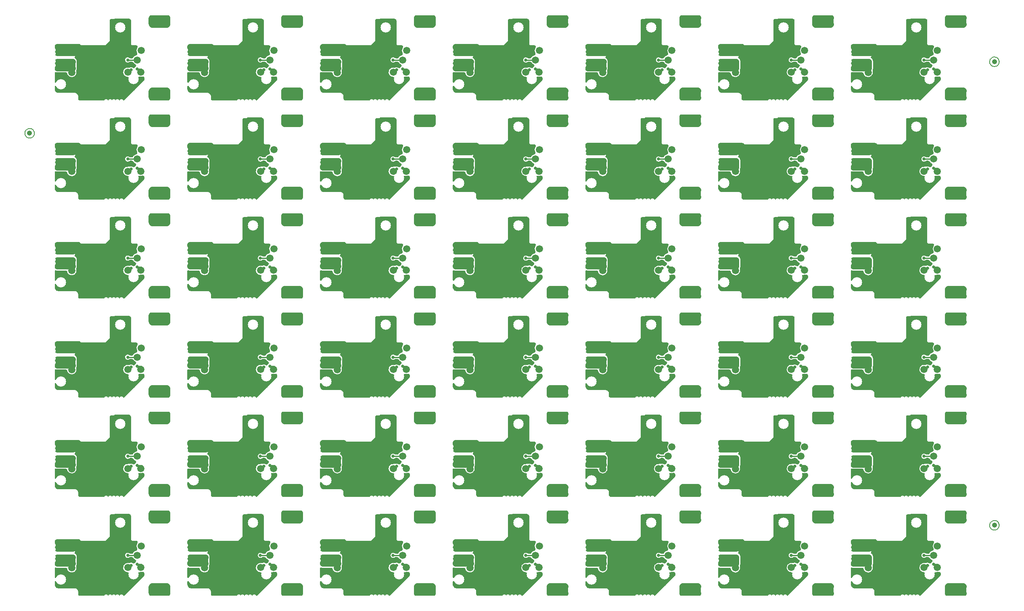
<source format=gbl>
*
%FSLAX35Y35*%
%MOMM*%
%ADD10R,1.320000X1.320000*%
%ADD11C,1.300000*%
%ADD12R,1.420000X1.420000*%
%ADD13C,1.400000*%
%ADD14C,0.520115*%
%ADD15C,0.274000*%
%ADD16C,0.669975*%
%ADD17C,1.520115*%
%ADD18C,0.370000*%
%ADD19C,0.219888*%
%ADD20C,1.050000*%
%ADD21C,0.201000*%
%ADD22C,0.400000*%
%ADD23C,2.151000*%
%ADD24C,0.901000*%
%IPPOS*%
%LN2697ay02f009566a0.gbl*%
%LPD*%
G75*
G54D10*
X00079001Y01079982D02*
X00399001D01*
G54D11*
X00078001Y01145982D02*
X00400001D01*
X00078001Y01013982D02*
X00400001D01*
G54D10*
X00079001Y00759968D02*
X00399001D01*
G54D11*
X00078001Y00825968D02*
X00400001D01*
X00078001Y00693967D02*
X00400001D01*
G54D12*
X02067004Y00145377D02*
X02377004D01*
G54D13*
X02066004Y00216377D02*
X02378004D01*
X02066004Y00074377D02*
X02378004D01*
G54D12*
X02067004Y01684375D02*
X02377004D01*
G54D13*
X02066004Y01755375D02*
X02378004D01*
X02066004Y01613375D02*
X02378004D01*
G54D14*
X00384987Y00602995D02*
X00378993Y00619988D01*
X00238988Y00759968D01*
G54D15*
X00616991Y00503986D02*
X00584987Y00535990D01*
Y01079982D01*
X00238988D01*
X00616991Y00503986D02*
X00638987D01*
X00648995Y00513994D01*
X01835988Y00610997D02*
X01854479Y00672414D01*
X01840890Y00678002D01*
X01756994D01*
G54D16*
X00589000Y00062991D03*
X00249986Y00221995D03*
X00389001Y00245998D03*
X00408000Y00391007D03*
X00597001Y00245008D03*
X00489991Y00248996D03*
X00492988Y00397002D03*
X00594004Y00153009D03*
X01678990Y00257987D03*
X01591005Y00354990D03*
X01586992Y00256006D03*
X00105994Y00526999D03*
X00243992D03*
X00487984Y00513994D03*
X01545005Y00437006D03*
X01505000Y00486003D03*
X01840001Y00472008D03*
X01205001Y00865987D03*
X01468983Y00848994D03*
X01629994Y00659003D03*
X01756994Y00678002D03*
X01557985Y00867003D03*
X00999997Y01049985D03*
Y01118006D03*
X00997991Y00988999D03*
X01251000Y00916000D03*
X01303985Y00964996D03*
X01354988Y01021994D03*
X01410995Y01070991D03*
X01483994Y01153998D03*
X01845005Y01078991D03*
X01216990Y01461998D03*
X01218006Y01537004D03*
X01530985Y01603984D03*
X01583004Y01551000D03*
G54D17*
X01838985Y01062990D03*
X01756003Y00867003D03*
X00384987Y00602995D03*
X00689991Y00472998D03*
X01559001Y00610997D03*
X01835988D03*
G54D18*
X00589000Y00062991D02*
Y00148996D01*
X00589991D01*
X00594004Y00153009D01*
X00395985Y00386003D02*
X00402996D01*
X00408000Y00391007D01*
X00395985Y00386003D02*
X00254990Y00526999D01*
X00243992D01*
X00249986Y00221995D02*
X00462991D01*
X00489991Y00248996D01*
X00389001Y00245998D02*
X00395985Y00253009D01*
X00408000Y00391007D02*
X00486994D01*
X00492988Y00397002D01*
X00597001Y00245008D02*
X00592988Y00248996D01*
X00489991D02*
X00492988Y00251993D01*
X01591005Y00354990D02*
Y00391007D01*
X01545005Y00437006D01*
X01586992Y00256006D02*
X01369999Y00472998D01*
X00633984D01*
Y00427990D02*
Y00472998D01*
X00689991D02*
X00648995Y00513994D01*
X01545005Y00437006D02*
Y00445998D01*
X01505000Y00486003D01*
X00238988Y01079982D02*
X00346989Y01187983D01*
Y01188999D01*
X01216990Y01461998D02*
X01218006Y01462989D01*
Y01537004D01*
X01216990Y01461998D02*
Y01651990D01*
X01288008Y01723009D01*
X01583004D01*
Y01551000D01*
G54D19*
X01557985Y00867003D02*
X01756003D01*
G36*
X00014997Y00581880D02*
G02X00038893Y00610479I00029243J-00000153D01*
G01X00042838Y00609531D01*
G03X00064940Y00607793I00016146J00063928D01*
G01X00066840Y00607854D01*
X00073776Y00607161D01*
X00262590Y00606845D01*
G02X00290007Y00578879I-00002769J-00030137D01*
G01X00295081Y00564027D01*
X00300009Y00554863D01*
G03X00318519Y00531005I00067245J00033061D01*
G01X00330500Y00521524D01*
G03X00477363Y00636075I00054544J00081492D01*
G02X00478770Y00643027I00007398J00002122D01*
G03X00486015Y00681578I-00057610J00030783D01*
G01X00487006Y00694850D01*
X00486007Y00847163D01*
G03X00483831Y00863278I-00053530J00000976D01*
G03X00444140Y00907677I-00062891J-00016283D01*
G02X00440249Y00911627I00003109J00006953D01*
G02X00453728Y00946070I00029146J00008454D01*
G01X00460194Y00951758D01*
X00460319Y00951916D01*
X00402904Y00952075D01*
Y00952154D01*
X00348864D01*
Y00952075D01*
G02X00332071Y00968822I-00001711J00015078D01*
G01X00331914Y01188442D01*
G02X00343772Y01203769I00015429J00000313D01*
G01X00506736Y01204243D01*
X00509027Y01204716D01*
X00530665Y01205033D01*
G02X00545991Y01202189I00002552J-00028969D01*
G01X00547737Y01201399D01*
X00550090Y01199977D01*
X00553791Y01197132D01*
X00577385Y01173591D01*
X01087101D01*
X01180587Y01267127D01*
X01180669Y01267284D01*
X01180726Y01549156D01*
X01304016D01*
G03X01493996Y01549156I00094990J00000000D01*
G01X01627007D01*
X01627061Y01196975D01*
X01627161Y01196817D01*
X01650405Y01173591D01*
X01743403Y01173275D01*
G02X01768608Y01136619I-00003970J-00029724D01*
G02X01760232Y01121293I-00032676J00007906D01*
G03X01758100Y01007533I00078748J-00058376D01*
G02X01735404Y00962818I-00026125J-00014856D01*
G01X01717456Y00957130D01*
X01707380Y00952075D01*
G03X01684296Y00933904I00045544J-00081612D01*
G01X01672762Y00918894D01*
X01668723Y00912258D01*
X01665827Y00908782D01*
X01663895Y00907045D01*
X01660066Y00904359D01*
X01657139Y00902779D01*
X01652135Y00901040D01*
X01646633Y00900092D01*
X01614463Y00899908D01*
G02X01593454Y00909730I00001983J00031620D01*
G03X01508324Y00842423I-00035428J-00042681D01*
G03X01523581Y00823621I00038844J00015929D01*
G01X01525268Y00822199D01*
X01527720Y00820619D01*
G03X01589724Y00821567I00030297J00046565D01*
G01X01590824Y00822199D01*
X01599944Y00829467D01*
X01604737Y00831837D01*
X01608042Y00832942D01*
X01611760Y00833733D01*
X01641257Y00834049D01*
G02X01670974Y00818407I00002887J-00030566D01*
G01X01672516Y00816194D01*
G03X01695616Y00789966I00079376J00046622D01*
G01X01697130Y00788703D01*
X01711766Y00779539D01*
X01720640Y00775588D01*
G02X01722990Y00721869I-00012396J-00027454D01*
G03X01712418Y00711125I00031738J-00041803D01*
G01X01709402Y00706701D01*
G02X01664641Y00702119I-00024418J00017618D01*
G03X01602825Y00707490I-00034877J-00042981D01*
G02X01580546Y00706542I-00012312J00027093D01*
G03X01519297Y00700539I-00021720J-00093840D01*
G03X01461321Y00603685I00039402J-00089366D01*
G03X01553717Y00513388I00097586J00007434D01*
G02X01584201Y00475546I00001033J-00030367D01*
G03X01585011Y00456112I00072832J-00006700D01*
G03X01772794Y00485026I00094066J00013327D01*
G02X01814524Y00515363I00030349J00002122D01*
G03X01869906Y00518997I00021613J00094450D01*
G02X01908239Y00490241I00008330J-00028824D01*
G01X01908124Y00450583D01*
G02X01900755Y00433677I-00031610J00003720D01*
G01X01488028Y00021139D01*
X01482845Y00017979D01*
X01479353Y00016557D01*
X01474253Y00015293D01*
X01473126Y00015135D01*
X00536847Y00015293D01*
X00534869Y00015609D01*
G02X00506997Y00043891I00006552J00034331D01*
G01X00506328Y00110093D01*
G03X00446338Y00172187I-00064970J-00002743D01*
G01X00090304Y00172977D01*
X00074615Y00176294D01*
X00057785Y00183721D01*
G02X00032950Y00205524I00035139J00065070D01*
G01X00027951Y00212319D01*
X00022046Y00223536D01*
X00017832Y00235702D01*
X00015541Y00248027D01*
X00015066Y00299851D01*
G02X00067462Y00318021I00030039J-00001991D01*
G02X00073499Y00308541I-00023661J-00021731D01*
G01X00081994Y00297007D01*
X00092876Y00286263D01*
X00105085Y00277573D01*
G03X00070131Y00403815I00048898J00081500D01*
G02X00015029Y00418824I-00025134J00016378D01*
G01X00014997Y00581880D01*
G37*
G36*
X01180726Y01549156D02*
X01180756Y01697044D01*
G02X01208849Y01727066I00030083J00000005D01*
G01X01599573Y01726906D01*
G02X01626985Y01696254I-00002605J-00029913D01*
G01X01627007Y01549156D01*
X01493996D01*
G03X01304016Y01549156I-00094990J00000000D01*
G01X01180726D01*
G37*
G36*
X01183266Y01551697D02*
X01301476D01*
G02X01301476Y01546616I00000000J-00002540D01*
G01X01183266D01*
G02X01183266Y01551697I00000000J00002540D01*
G37*
G36*
X01496536D02*
G01X01624467D01*
G02X01624467Y01546616I00000000J-00002540D01*
G01X01496536D01*
G02X01496536Y01551697I00000000J00002540D01*
G37*
G54D10*
X00079001Y03159982D02*
G01X00399001D01*
G54D11*
X00078001Y03225982D02*
X00400001D01*
X00078001Y03093982D02*
X00400001D01*
G54D10*
X00079001Y02839968D02*
X00399001D01*
G54D11*
X00078001Y02905968D02*
X00400001D01*
X00078001Y02773968D02*
X00400001D01*
G54D12*
X02067004Y02225377D02*
X02377004D01*
G54D13*
X02066004Y02296377D02*
X02378004D01*
X02066004Y02154376D02*
X02378004D01*
G54D12*
X02067004Y03764375D02*
X02377004D01*
G54D13*
X02066004Y03835375D02*
X02378004D01*
X02066004Y03693375D02*
X02378004D01*
G54D14*
X00384987Y02682996D02*
X00378993Y02699988D01*
X00238988Y02839968D01*
G54D15*
X00616991Y02583986D02*
X00584987Y02615990D01*
Y03159982D01*
X00238988D01*
X00616991Y02583986D02*
X00638987D01*
X00648995Y02593994D01*
X01835988Y02690997D02*
X01854479Y02752414D01*
X01840890Y02758002D01*
X01756994D01*
G54D16*
X00589000Y02142991D03*
X00249986Y02301995D03*
X00389001Y02325999D03*
X00408000Y02471007D03*
X00597001Y02325008D03*
X00489991Y02328996D03*
X00492988Y02477002D03*
X00594004Y02233009D03*
X01678990Y02337987D03*
X01591005Y02434990D03*
X01586992Y02336006D03*
X00105994Y02606999D03*
X00243992D03*
X00487984Y02593994D03*
X01545005Y02517006D03*
X01505000Y02566003D03*
X01840001Y02552008D03*
X01205001Y02945987D03*
X01468983Y02928995D03*
X01629994Y02739003D03*
X01756994Y02758002D03*
X01557985Y02947003D03*
X00999997Y03129985D03*
Y03198006D03*
X00997991Y03068999D03*
X01251000Y02996000D03*
X01303985Y03044996D03*
X01354988Y03101994D03*
X01410995Y03150991D03*
X01483994Y03233998D03*
X01845005Y03158992D03*
X01216990Y03541998D03*
X01218006Y03617004D03*
X01530985Y03683984D03*
X01583004Y03631000D03*
G54D17*
X01838985Y03142989D03*
X01756003Y02947003D03*
X00384987Y02682996D03*
X00689991Y02552998D03*
X01559001Y02690997D03*
X01835988D03*
G54D18*
X00589000Y02142991D02*
Y02228996D01*
X00589991D01*
X00594004Y02233009D01*
X00395985Y02466003D02*
X00402996D01*
X00408000Y02471007D01*
X00395985Y02466003D02*
X00254990Y02606999D01*
X00243992D01*
X00249986Y02301995D02*
X00462991D01*
X00489991Y02328996D01*
X00389001Y02325999D02*
X00395985Y02333009D01*
X00408000Y02471007D02*
X00486994D01*
X00492988Y02477002D01*
X00597001Y02325008D02*
X00592988Y02328996D01*
X00489991D02*
X00492988Y02331993D01*
X01591005Y02434990D02*
Y02471007D01*
X01545005Y02517006D01*
X01586992Y02336006D02*
X01369999Y02552998D01*
X00633984D01*
Y02507990D02*
Y02552998D01*
X00689991D02*
X00648995Y02593994D01*
X01545005Y02517006D02*
Y02525998D01*
X01505000Y02566003D01*
X00238988Y03159982D02*
X00346989Y03267983D01*
Y03268999D01*
X01216990Y03541998D02*
X01218006Y03542989D01*
Y03617004D01*
X01216990Y03541998D02*
Y03731990D01*
X01288008Y03803009D01*
X01583004D01*
Y03631000D01*
G54D19*
X01557985Y02947003D02*
X01756003D01*
G36*
X00014997Y02661881D02*
G02X00038893Y02690478I00029243J-00000153D01*
G01X00042838Y02689531D01*
G03X00064940Y02687792I00016146J00063928D01*
G01X00066840Y02687855D01*
X00073776Y02687161D01*
X00262590Y02686845D01*
G02X00290007Y02658879I-00002769J-00030137D01*
G01X00295081Y02644026D01*
X00300009Y02634863D01*
G03X00318519Y02611005I00067245J00033061D01*
G01X00330500Y02601524D01*
G03X00477363Y02716075I00054544J00081492D01*
G02X00478770Y02723026I00007398J00002122D01*
G03X00486015Y02761578I-00057610J00030783D01*
G01X00487006Y02774851D01*
X00486007Y02927162D01*
G03X00483831Y02943279I-00053530J00000976D01*
G03X00444140Y02987677I-00062891J-00016283D01*
G02X00440249Y02991627I00003109J00006953D01*
G02X00453728Y03026071I00029146J00008454D01*
G01X00460194Y03031758D01*
X00460319Y03031917D01*
X00402904Y03032075D01*
Y03032154D01*
X00348864D01*
Y03032075D01*
G02X00332071Y03048822I-00001711J00015078D01*
G01X00331914Y03268442D01*
G02X00343772Y03283768I00015429J00000313D01*
G01X00506736Y03284243D01*
X00509027Y03284716D01*
X00530665Y03285033D01*
G02X00545991Y03282189I00002552J-00028969D01*
G01X00547737Y03281398D01*
X00550090Y03279977D01*
X00553791Y03277132D01*
X00577385Y03253591D01*
X01087101D01*
X01180587Y03347127D01*
X01180669Y03347285D01*
X01180726Y03629157D01*
X01304016D01*
G03X01493996Y03629157I00094990J00000000D01*
G01X01627007D01*
X01627061Y03276975D01*
X01627161Y03276816D01*
X01650405Y03253591D01*
X01743403Y03253275D01*
G02X01768608Y03216619I-00003970J-00029724D01*
G02X01760232Y03201293I-00032676J00007906D01*
G03X01758100Y03087532I00078748J-00058376D01*
G02X01735404Y03042818I-00026125J-00014856D01*
G01X01717456Y03037131D01*
X01707380Y03032075D01*
G03X01684296Y03013905I00045544J-00081612D01*
G01X01672762Y02998895D01*
X01668723Y02992259D01*
X01665827Y02988783D01*
X01663895Y02987045D01*
X01660066Y02984358D01*
X01657139Y02982779D01*
X01652135Y02981041D01*
X01646633Y02980092D01*
X01614463Y02979908D01*
G02X01593454Y02989731I00001983J00031620D01*
G03X01508324Y02922423I-00035428J-00042681D01*
G03X01523581Y02903621I00038844J00015929D01*
G01X01525268Y02902199D01*
X01527720Y02900619D01*
G03X01589724Y02901567I00030297J00046565D01*
G01X01590824Y02902199D01*
X01599944Y02909466D01*
X01604737Y02911837D01*
X01608042Y02912943D01*
X01611760Y02913733D01*
X01641257Y02914049D01*
G02X01670974Y02898406I00002887J-00030566D01*
G01X01672516Y02896195D01*
G03X01695616Y02869967I00079376J00046622D01*
G01X01697130Y02868703D01*
X01711766Y02859539D01*
X01720640Y02855589D01*
G02X01722990Y02801869I-00012396J-00027454D01*
G03X01712418Y02791124I00031738J-00041803D01*
G01X01709402Y02786701D01*
G02X01664641Y02782119I-00024418J00017618D01*
G03X01602825Y02787491I-00034877J-00042981D01*
G02X01580546Y02786543I-00012312J00027093D01*
G03X01519297Y02780539I-00021720J-00093840D01*
G03X01461321Y02683685I00039402J-00089366D01*
G03X01553717Y02593388I00097586J00007434D01*
G02X01584201Y02555547I00001033J-00030367D01*
G03X01585011Y02536113I00072832J-00006700D01*
G03X01772794Y02565026I00094066J00013327D01*
G02X01814524Y02595363I00030349J00002122D01*
G03X01869906Y02598997I00021613J00094450D01*
G02X01908239Y02570241I00008330J-00028824D01*
G01X01908124Y02530583D01*
G02X01900755Y02513677I-00031610J00003720D01*
G01X01488028Y02101139D01*
X01482845Y02097979D01*
X01479353Y02096556D01*
X01474253Y02095293D01*
X01473126Y02095135D01*
X00536847Y02095293D01*
X00534869Y02095608D01*
G02X00506997Y02123891I00006552J00034331D01*
G01X00506328Y02190093D01*
G03X00446338Y02252187I-00064970J-00002743D01*
G01X00090304Y02252976D01*
X00074615Y02256295D01*
X00057785Y02263721D01*
G02X00032950Y02285525I00035139J00065070D01*
G01X00027951Y02292319D01*
X00022046Y02303537D01*
X00017832Y02315703D01*
X00015541Y02328027D01*
X00015066Y02379851D01*
G02X00067462Y02398021I00030039J-00001991D01*
G02X00073499Y02388541I-00023661J-00021731D01*
G01X00081994Y02377007D01*
X00092876Y02366263D01*
X00105085Y02357573D01*
G03X00070131Y02483814I00048898J00081500D01*
G02X00015029Y02498825I-00025134J00016378D01*
G01X00014997Y02661881D01*
G37*
G36*
X01180726Y03629157D02*
X01180756Y03777044D01*
G02X01208849Y03807066I00030083J00000005D01*
G01X01599573Y03806906D01*
G02X01626985Y03776254I-00002605J-00029913D01*
G01X01627007Y03629157D01*
X01493996D01*
G03X01304016Y03629157I-00094990J00000000D01*
G01X01180726D01*
G37*
G36*
X01183266Y03631697D02*
X01301476D01*
G02X01301476Y03626617I00000000J-00002540D01*
G01X01183266D01*
G02X01183266Y03631697I00000000J00002540D01*
G37*
G36*
X01496536D02*
G01X01624467D01*
G02X01624467Y03626617I00000000J-00002540D01*
G01X01496536D01*
G02X01496536Y03631697I00000000J00002540D01*
G37*
G54D10*
X00079001Y05239982D02*
G01X00399001D01*
G54D11*
X00078001Y05305982D02*
X00400001D01*
X00078001Y05173982D02*
X00400001D01*
G54D10*
X00079001Y04919968D02*
X00399001D01*
G54D11*
X00078001Y04985968D02*
X00400001D01*
X00078001Y04853968D02*
X00400001D01*
G54D12*
X02067004Y04305377D02*
X02377004D01*
G54D13*
X02066004Y04376377D02*
X02378004D01*
X02066004Y04234377D02*
X02378004D01*
G54D12*
X02067004Y05844375D02*
X02377004D01*
G54D13*
X02066004Y05915375D02*
X02378004D01*
X02066004Y05773375D02*
X02378004D01*
G54D14*
X00384987Y04762996D02*
X00378993Y04779988D01*
X00238988Y04919968D01*
G54D15*
X00616991Y04663986D02*
X00584987Y04695990D01*
Y05239982D01*
X00238988D01*
X00616991Y04663986D02*
X00638987D01*
X00648995Y04673994D01*
X01835988Y04770997D02*
X01854479Y04832414D01*
X01840890Y04838002D01*
X01756994D01*
G54D16*
X00589000Y04222992D03*
X00249986Y04381996D03*
X00389001Y04405999D03*
X00408000Y04551007D03*
X00597001Y04405008D03*
X00489991Y04408996D03*
X00492988Y04557002D03*
X00594004Y04313009D03*
X01678990Y04417987D03*
X01591005Y04514990D03*
X01586992Y04416006D03*
X00105994Y04686999D03*
X00243992D03*
X00487984Y04673994D03*
X01545005Y04597007D03*
X01505000Y04646003D03*
X01840001Y04632008D03*
X01205001Y05025987D03*
X01468983Y05008995D03*
X01629994Y04819003D03*
X01756994Y04838002D03*
X01557985Y05027003D03*
X00999997Y05209985D03*
Y05278006D03*
X00997991Y05148999D03*
X01251000Y05076000D03*
X01303985Y05124996D03*
X01354988Y05181994D03*
X01410995Y05230991D03*
X01483994Y05313998D03*
X01845005Y05238991D03*
X01216990Y05621998D03*
X01218006Y05697004D03*
X01530985Y05763984D03*
X01583004Y05711000D03*
G54D17*
X01838985Y05222990D03*
X01756003Y05027003D03*
X00384987Y04762996D03*
X00689991Y04632998D03*
X01559001Y04770997D03*
X01835988D03*
G54D18*
X00589000Y04222992D02*
Y04308996D01*
X00589991D01*
X00594004Y04313009D01*
X00395985Y04546003D02*
X00402996D01*
X00408000Y04551007D01*
X00395985Y04546003D02*
X00254990Y04686999D01*
X00243992D01*
X00249986Y04381996D02*
X00462991D01*
X00489991Y04408996D01*
X00389001Y04405999D02*
X00395985Y04413009D01*
X00408000Y04551007D02*
X00486994D01*
X00492988Y04557002D01*
X00597001Y04405008D02*
X00592988Y04408996D01*
X00489991D02*
X00492988Y04411993D01*
X01591005Y04514990D02*
Y04551007D01*
X01545005Y04597007D01*
X01586992Y04416006D02*
X01369999Y04632998D01*
X00633984D01*
Y04587990D02*
Y04632998D01*
X00689991D02*
X00648995Y04673994D01*
X01545005Y04597007D02*
Y04605998D01*
X01505000Y04646003D01*
X00238988Y05239982D02*
X00346989Y05347983D01*
Y05348999D01*
X01216990Y05621998D02*
X01218006Y05622989D01*
Y05697004D01*
X01216990Y05621998D02*
Y05811990D01*
X01288008Y05883009D01*
X01583004D01*
Y05711000D01*
G54D19*
X01557985Y05027003D02*
X01756003D01*
G36*
X00014997Y04741881D02*
G02X00038893Y04770479I00029243J-00000153D01*
G01X00042838Y04769531D01*
G03X00064940Y04767792I00016146J00063928D01*
G01X00066840Y04767855D01*
X00073776Y04767161D01*
X00262590Y04766845D01*
G02X00290007Y04738879I-00002769J-00030137D01*
G01X00295081Y04724027D01*
X00300009Y04714863D01*
G03X00318519Y04691005I00067245J00033061D01*
G01X00330500Y04681525D01*
G03X00477363Y04796075I00054544J00081492D01*
G02X00478770Y04803027I00007398J00002122D01*
G03X00486015Y04841579I-00057610J00030783D01*
G01X00487006Y04854851D01*
X00486007Y05007163D01*
G03X00483831Y05023279I-00053530J00000976D01*
G03X00444140Y05067677I-00062891J-00016283D01*
G02X00440249Y05071627I00003109J00006953D01*
G02X00453728Y05106071I00029146J00008454D01*
G01X00460194Y05111759D01*
X00460319Y05111917D01*
X00402904Y05112074D01*
Y05112153D01*
X00348864D01*
Y05112074D01*
G02X00332071Y05128822I-00001711J00015078D01*
G01X00331914Y05348443D01*
G02X00343772Y05363769I00015429J00000313D01*
G01X00506736Y05364243D01*
X00509027Y05364716D01*
X00530665Y05365032D01*
G02X00545991Y05362189I00002552J-00028969D01*
G01X00547737Y05361399D01*
X00550090Y05359977D01*
X00553791Y05357132D01*
X00577385Y05333591D01*
X01087101D01*
X01180587Y05427126D01*
X01180669Y05427285D01*
X01180726Y05709157D01*
X01304016D01*
G03X01493996Y05709157I00094990J00000000D01*
G01X01627007D01*
X01627061Y05356975D01*
X01627161Y05356816D01*
X01650405Y05333591D01*
X01743403Y05333275D01*
G02X01768608Y05296619I-00003970J-00029724D01*
G02X01760232Y05281293I-00032676J00007906D01*
G03X01758100Y05167533I00078748J-00058376D01*
G02X01735404Y05122819I-00026125J-00014856D01*
G01X01717456Y05117131D01*
X01707380Y05112074D01*
G03X01684296Y05093904I00045544J-00081612D01*
G01X01672762Y05078895D01*
X01668723Y05072258D01*
X01665827Y05068783D01*
X01663895Y05067044D01*
X01660066Y05064358D01*
X01657139Y05062779D01*
X01652135Y05061040D01*
X01646633Y05060093D01*
X01614463Y05059908D01*
G02X01593454Y05069731I00001983J00031620D01*
G03X01508324Y05002422I-00035428J-00042681D01*
G03X01523581Y04983621I00038844J00015929D01*
G01X01525268Y04982199D01*
X01527720Y04980619D01*
G03X01589724Y04981567I00030297J00046565D01*
G01X01590824Y04982199D01*
X01599944Y04989467D01*
X01604737Y04991836D01*
X01608042Y04992943D01*
X01611760Y04993732D01*
X01641257Y04994049D01*
G02X01670974Y04978407I00002887J-00030566D01*
G01X01672516Y04976195D01*
G03X01695616Y04949967I00079376J00046622D01*
G01X01697130Y04948703D01*
X01711766Y04939539D01*
X01720640Y04935588D01*
G02X01722990Y04881868I-00012396J-00027454D01*
G03X01712418Y04871125I00031738J-00041803D01*
G01X01709402Y04866701D01*
G02X01664641Y04862119I-00024418J00017618D01*
G03X01602825Y04867491I-00034877J-00042981D01*
G02X01580546Y04866543I-00012312J00027093D01*
G03X01519297Y04860539I-00021720J-00093840D01*
G03X01461321Y04763684I00039402J-00089366D01*
G03X01553717Y04673388I00097586J00007434D01*
G02X01584201Y04635546I00001033J-00030367D01*
G03X01585011Y04616113I00072832J-00006700D01*
G03X01772794Y04645027I00094066J00013327D01*
G02X01814524Y04675363I00030349J00002122D01*
G03X01869906Y04678997I00021613J00094450D01*
G02X01908239Y04650241I00008330J-00028824D01*
G01X01908124Y04610583D01*
G02X01900755Y04593676I-00031610J00003720D01*
G01X01488028Y04181139D01*
X01482845Y04177978D01*
X01479353Y04176556D01*
X01474253Y04175292D01*
X01473126Y04175135D01*
X00536847Y04175292D01*
X00534869Y04175609D01*
G02X00506997Y04203891I00006552J00034331D01*
G01X00506328Y04270093D01*
G03X00446338Y04332187I-00064970J-00002743D01*
G01X00090304Y04332977D01*
X00074615Y04336295D01*
X00057785Y04343721D01*
G02X00032950Y04365525I00035139J00065070D01*
G01X00027951Y04372319D01*
X00022046Y04383537D01*
X00017832Y04395703D01*
X00015541Y04408027D01*
X00015066Y04459851D01*
G02X00067462Y04478020I00030039J-00001991D01*
G02X00073499Y04468541I-00023661J-00021731D01*
G01X00081994Y04457007D01*
X00092876Y04446263D01*
X00105085Y04437573D01*
G03X00070131Y04563815I00048898J00081500D01*
G02X00015029Y04578825I-00025134J00016378D01*
G01X00014997Y04741881D01*
G37*
G36*
X01180726Y05709157D02*
X01180756Y05857045D01*
G02X01208849Y05887066I00030083J00000005D01*
G01X01599573Y05886907D01*
G02X01626985Y05856254I-00002605J-00029913D01*
G01X01627007Y05709157D01*
X01493996D01*
G03X01304016Y05709157I-00094990J00000000D01*
G01X01180726D01*
G37*
G36*
X01183266Y05711697D02*
X01301476D01*
G02X01301476Y05706617I00000000J-00002540D01*
G01X01183266D01*
G02X01183266Y05711697I00000000J00002540D01*
G37*
G36*
X01496536D02*
G01X01624467D01*
G02X01624467Y05706617I00000000J-00002540D01*
G01X01496536D01*
G02X01496536Y05711697I00000000J00002540D01*
G37*
G54D10*
X00079001Y07319982D02*
G01X00399001D01*
G54D11*
X00078001Y07385982D02*
X00400001D01*
X00078001Y07253982D02*
X00400001D01*
G54D10*
X00079001Y06999968D02*
X00399001D01*
G54D11*
X00078001Y07065967D02*
X00400001D01*
X00078001Y06933968D02*
X00400001D01*
G54D12*
X02067004Y06385377D02*
X02377004D01*
G54D13*
X02066004Y06456377D02*
X02378004D01*
X02066004Y06314376D02*
X02378004D01*
G54D12*
X02067004Y07924375D02*
X02377004D01*
G54D13*
X02066004Y07995375D02*
X02378004D01*
X02066004Y07853375D02*
X02378004D01*
G54D14*
X00384987Y06842995D02*
X00378993Y06859988D01*
X00238988Y06999968D01*
G54D15*
X00616991Y06743986D02*
X00584987Y06775990D01*
Y07319982D01*
X00238988D01*
X00616991Y06743986D02*
X00638987D01*
X00648995Y06753994D01*
X01835988Y06850996D02*
X01854479Y06912414D01*
X01840890Y06918002D01*
X01756994D01*
G54D16*
X00589000Y06302992D03*
X00249986Y06461996D03*
X00389001Y06485998D03*
X00408000Y06631007D03*
X00597001Y06485008D03*
X00489991Y06488996D03*
X00492988Y06637001D03*
X00594004Y06393009D03*
X01678990Y06497987D03*
X01591005Y06594990D03*
X01586992Y06496006D03*
X00105994Y06766999D03*
X00243992D03*
X00487984Y06753994D03*
X01545005Y06677007D03*
X01505000Y06726003D03*
X01840001Y06712008D03*
X01205001Y07105987D03*
X01468983Y07088995D03*
X01629994Y06899003D03*
X01756994Y06918002D03*
X01557985Y07107003D03*
X00999997Y07289985D03*
Y07358006D03*
X00997991Y07228999D03*
X01251000Y07156000D03*
X01303985Y07204996D03*
X01354988Y07261994D03*
X01410995Y07310991D03*
X01483994Y07393998D03*
X01845005Y07318992D03*
X01216990Y07701998D03*
X01218006Y07777004D03*
X01530985Y07843984D03*
X01583004Y07791000D03*
G54D17*
X01838985Y07302990D03*
X01756003Y07107003D03*
X00384987Y06842995D03*
X00689991Y06712998D03*
X01559001Y06850996D03*
X01835988D03*
G54D18*
X00589000Y06302992D02*
Y06388996D01*
X00589991D01*
X00594004Y06393009D01*
X00395985Y06626003D02*
X00402996D01*
X00408000Y06631007D01*
X00395985Y06626003D02*
X00254990Y06766999D01*
X00243992D01*
X00249986Y06461996D02*
X00462991D01*
X00489991Y06488996D01*
X00389001Y06485998D02*
X00395985Y06493009D01*
X00408000Y06631007D02*
X00486994D01*
X00492988Y06637001D01*
X00597001Y06485008D02*
X00592988Y06488996D01*
X00489991D02*
X00492988Y06491993D01*
X01591005Y06594990D02*
Y06631007D01*
X01545005Y06677007D01*
X01586992Y06496006D02*
X01369999Y06712998D01*
X00633984D01*
Y06667989D02*
Y06712998D01*
X00689991D02*
X00648995Y06753994D01*
X01545005Y06677007D02*
Y06685998D01*
X01505000Y06726003D01*
X00238988Y07319982D02*
X00346989Y07427983D01*
Y07428999D01*
X01216990Y07701998D02*
X01218006Y07702989D01*
Y07777004D01*
X01216990Y07701998D02*
Y07891990D01*
X01288008Y07963008D01*
X01583004D01*
Y07791000D01*
G54D19*
X01557985Y07107003D02*
X01756003D01*
G36*
X00014997Y06821881D02*
G02X00038893Y06850479I00029243J-00000153D01*
G01X00042838Y06849531D01*
G03X00064940Y06847793I00016146J00063928D01*
G01X00066840Y06847855D01*
X00073776Y06847161D01*
X00262590Y06846845D01*
G02X00290007Y06818879I-00002769J-00030137D01*
G01X00295081Y06804027D01*
X00300009Y06794862D01*
G03X00318519Y06771004I00067245J00033061D01*
G01X00330500Y06761525D01*
G03X00477363Y06876075I00054544J00081492D01*
G02X00478770Y06883027I00007398J00002122D01*
G03X00486015Y06921579I-00057610J00030783D01*
G01X00487006Y06934851D01*
X00486007Y07087162D01*
G03X00483831Y07103279I-00053530J00000976D01*
G03X00444140Y07147677I-00062891J-00016283D01*
G02X00440249Y07151627I00003109J00006953D01*
G02X00453728Y07186071I00029146J00008454D01*
G01X00460194Y07191759D01*
X00460319Y07191916D01*
X00402904Y07192075D01*
Y07192153D01*
X00348864D01*
Y07192075D01*
G02X00332071Y07208822I-00001711J00015078D01*
G01X00331914Y07428443D01*
G02X00343772Y07443768I00015429J00000313D01*
G01X00506736Y07444243D01*
X00509027Y07444717D01*
X00530665Y07445033D01*
G02X00545991Y07442189I00002552J-00028969D01*
G01X00547737Y07441399D01*
X00550090Y07439976D01*
X00553791Y07437133D01*
X00577385Y07413590D01*
X01087101D01*
X01180587Y07507127D01*
X01180669Y07507285D01*
X01180726Y07789157D01*
X01304016D01*
G03X01493996Y07789157I00094990J00000000D01*
G01X01627007D01*
X01627061Y07436974D01*
X01627161Y07436817D01*
X01650405Y07413590D01*
X01743403Y07413275D01*
G02X01768608Y07376618I-00003970J-00029724D01*
G02X01760232Y07361293I-00032676J00007906D01*
G03X01758100Y07247533I00078748J-00058376D01*
G02X01735404Y07202818I-00026125J-00014856D01*
G01X01717456Y07197131D01*
X01707380Y07192075D01*
G03X01684296Y07173905I00045544J-00081612D01*
G01X01672762Y07158895D01*
X01668723Y07152258D01*
X01665827Y07148783D01*
X01663895Y07147045D01*
X01660066Y07144359D01*
X01657139Y07142778D01*
X01652135Y07141041D01*
X01646633Y07140092D01*
X01614463Y07139908D01*
G02X01593454Y07149731I00001983J00031620D01*
G03X01508324Y07082423I-00035428J-00042681D01*
G03X01523581Y07063620I00038844J00015929D01*
G01X01525268Y07062198D01*
X01527720Y07060619D01*
G03X01589724Y07061566I00030297J00046565D01*
G01X01590824Y07062198D01*
X01599944Y07069466D01*
X01604737Y07071836D01*
X01608042Y07072942D01*
X01611760Y07073733D01*
X01641257Y07074048D01*
G02X01670974Y07058407I00002887J-00030566D01*
G01X01672516Y07056194D01*
G03X01695616Y07029967I00079376J00046622D01*
G01X01697130Y07028703D01*
X01711766Y07019539D01*
X01720640Y07015589D01*
G02X01722990Y06961869I-00012396J-00027454D01*
G03X01712418Y06951125I00031738J-00041803D01*
G01X01709402Y06946700D01*
G02X01664641Y06942118I-00024418J00017618D01*
G03X01602825Y06947490I-00034877J-00042981D01*
G02X01580546Y06946543I-00012312J00027093D01*
G03X01519297Y06940539I-00021720J-00093840D01*
G03X01461321Y06843684I00039402J-00089366D01*
G03X01553717Y06753387I00097586J00007434D01*
G02X01584201Y06715546I00001033J-00030367D01*
G03X01585011Y06696113I00072832J-00006700D01*
G03X01772794Y06725027I00094066J00013327D01*
G02X01814524Y06755363I00030349J00002122D01*
G03X01869906Y06758996I00021613J00094450D01*
G02X01908239Y06730240I00008330J-00028824D01*
G01X01908124Y06690583D01*
G02X01900755Y06673676I-00031610J00003720D01*
G01X01488028Y06261139D01*
X01482845Y06257979D01*
X01479353Y06256557D01*
X01474253Y06255293D01*
X01473126Y06255135D01*
X00536847Y06255293D01*
X00534869Y06255609D01*
G02X00506997Y06283891I00006552J00034331D01*
G01X00506328Y06350092D01*
G03X00446338Y06412187I-00064970J-00002743D01*
G01X00090304Y06412977D01*
X00074615Y06416294D01*
X00057785Y06423720D01*
G02X00032950Y06445525I00035139J00065070D01*
G01X00027951Y06452319D01*
X00022046Y06463536D01*
X00017832Y06475703D01*
X00015541Y06488026D01*
X00015066Y06539850D01*
G02X00067462Y06558020I00030039J-00001991D01*
G02X00073499Y06548541I-00023661J-00021731D01*
G01X00081994Y06537007D01*
X00092876Y06526263D01*
X00105085Y06517572D01*
G03X00070131Y06643814I00048898J00081500D01*
G02X00015029Y06658824I-00025134J00016378D01*
G01X00014997Y06821881D01*
G37*
G36*
X01180726Y07789157D02*
X01180756Y07937044D01*
G02X01208849Y07967066I00030083J00000005D01*
G01X01599573Y07966906D01*
G02X01626985Y07936255I-00002605J-00029913D01*
G01X01627007Y07789157D01*
X01493996D01*
G03X01304016Y07789157I-00094990J00000000D01*
G01X01180726D01*
G37*
G36*
X01183266Y07791696D02*
X01301476D01*
G02X01301476Y07786616I00000000J-00002540D01*
G01X01183266D01*
G02X01183266Y07791696I00000000J00002540D01*
G37*
G36*
X01496536D02*
G01X01624467D01*
G02X01624467Y07786616I00000000J-00002540D01*
G01X01496536D01*
G02X01496536Y07791696I00000000J00002540D01*
G37*
G54D10*
X00079001Y09399982D02*
G01X00399001D01*
G54D11*
X00078001Y09465982D02*
X00400001D01*
X00078001Y09333982D02*
X00400001D01*
G54D10*
X00079001Y09079968D02*
X00399001D01*
G54D11*
X00078001Y09145967D02*
X00400001D01*
X00078001Y09013968D02*
X00400001D01*
G54D12*
X02067004Y08465377D02*
X02377004D01*
G54D13*
X02066004Y08536377D02*
X02378004D01*
X02066004Y08394377D02*
X02378004D01*
G54D12*
X02067004Y10004375D02*
X02377004D01*
G54D13*
X02066004Y10075375D02*
X02378004D01*
X02066004Y09933375D02*
X02378004D01*
G54D14*
X00384987Y08922995D02*
X00378993Y08939988D01*
X00238988Y09079968D01*
G54D15*
X00616991Y08823986D02*
X00584987Y08855990D01*
Y09399982D01*
X00238988D01*
X00616991Y08823986D02*
X00638987D01*
X00648995Y08833994D01*
X01835988Y08930997D02*
X01854479Y08992414D01*
X01840890Y08998002D01*
X01756994D01*
G54D16*
X00589000Y08382991D03*
X00249986Y08541996D03*
X00389001Y08565999D03*
X00408000Y08711007D03*
X00597001Y08565008D03*
X00489991Y08568996D03*
X00492988Y08717002D03*
X00594004Y08473009D03*
X01678990Y08577987D03*
X01591005Y08674990D03*
X01586992Y08576006D03*
X00105994Y08846999D03*
X00243992D03*
X00487984Y08833994D03*
X01545005Y08757007D03*
X01505000Y08806003D03*
X01840001Y08792008D03*
X01205001Y09185987D03*
X01468983Y09168995D03*
X01629994Y08979003D03*
X01756994Y08998002D03*
X01557985Y09187003D03*
X00999997Y09369985D03*
Y09438006D03*
X00997991Y09308999D03*
X01251000Y09236000D03*
X01303985Y09284996D03*
X01354988Y09341994D03*
X01410995Y09390991D03*
X01483994Y09473998D03*
X01845005Y09398992D03*
X01216990Y09781998D03*
X01218006Y09857004D03*
X01530985Y09923984D03*
X01583004Y09871000D03*
G54D17*
X01838985Y09382990D03*
X01756003Y09187003D03*
X00384987Y08922995D03*
X00689991Y08792998D03*
X01559001Y08930997D03*
X01835988D03*
G54D18*
X00589000Y08382991D02*
Y08468996D01*
X00589991D01*
X00594004Y08473009D01*
X00395985Y08706003D02*
X00402996D01*
X00408000Y08711007D01*
X00395985Y08706003D02*
X00254990Y08846999D01*
X00243992D01*
X00249986Y08541996D02*
X00462991D01*
X00489991Y08568996D01*
X00389001Y08565999D02*
X00395985Y08573009D01*
X00408000Y08711007D02*
X00486994D01*
X00492988Y08717002D01*
X00597001Y08565008D02*
X00592988Y08568996D01*
X00489991D02*
X00492988Y08571993D01*
X01591005Y08674990D02*
Y08711007D01*
X01545005Y08757007D01*
X01586992Y08576006D02*
X01369999Y08792998D01*
X00633984D01*
Y08747990D02*
Y08792998D01*
X00689991D02*
X00648995Y08833994D01*
X01545005Y08757007D02*
Y08765998D01*
X01505000Y08806003D01*
X00238988Y09399982D02*
X00346989Y09507983D01*
Y09508999D01*
X01216990Y09781998D02*
X01218006Y09782989D01*
Y09857004D01*
X01216990Y09781998D02*
Y09971990D01*
X01288008Y10043009D01*
X01583004D01*
Y09871000D01*
G54D19*
X01557985Y09187003D02*
X01756003D01*
G36*
X00014997Y08901881D02*
G02X00038893Y08930479I00029243J-00000153D01*
G01X00042838Y08929531D01*
G03X00064940Y08927793I00016146J00063928D01*
G01X00066840Y08927855D01*
X00073776Y08927161D01*
X00262590Y08926845D01*
G02X00290007Y08898879I-00002769J-00030137D01*
G01X00295081Y08884027D01*
X00300009Y08874863D01*
G03X00318519Y08851005I00067245J00033061D01*
G01X00330500Y08841525D01*
G03X00477363Y08956075I00054544J00081492D01*
G02X00478770Y08963027I00007398J00002122D01*
G03X00486015Y09001579I-00057610J00030783D01*
G01X00487006Y09014850D01*
X00486007Y09167163D01*
G03X00483831Y09183279I-00053530J00000976D01*
G03X00444140Y09227677I-00062891J-00016283D01*
G02X00440249Y09231627I00003109J00006953D01*
G02X00453728Y09266071I00029146J00008454D01*
G01X00460194Y09271759D01*
X00460319Y09271916D01*
X00402904Y09272075D01*
Y09272154D01*
X00348864D01*
Y09272075D01*
G02X00332071Y09288823I-00001711J00015078D01*
G01X00331914Y09508443D01*
G02X00343772Y09523769I00015429J00000313D01*
G01X00506736Y09524243D01*
X00509027Y09524717D01*
X00530665Y09525032D01*
G02X00545991Y09522188I00002552J-00028969D01*
G01X00547737Y09521399D01*
X00550090Y09519977D01*
X00553791Y09517133D01*
X00577385Y09493591D01*
X01087101D01*
X01180587Y09587127D01*
X01180669Y09587285D01*
X01180726Y09869157D01*
X01304016D01*
G03X01493996Y09869157I00094990J00000000D01*
G01X01627007D01*
X01627061Y09516975D01*
X01627161Y09516817D01*
X01650405Y09493591D01*
X01743403Y09493275D01*
G02X01768608Y09456619I-00003970J-00029724D01*
G02X01760232Y09441292I-00032676J00007906D01*
G03X01758100Y09327533I00078748J-00058376D01*
G02X01735404Y09282819I-00026125J-00014856D01*
G01X01717456Y09277131D01*
X01707380Y09272075D01*
G03X01684296Y09253905I00045544J-00081612D01*
G01X01672762Y09238895D01*
X01668723Y09232258D01*
X01665827Y09228783D01*
X01663895Y09227045D01*
X01660066Y09224359D01*
X01657139Y09222779D01*
X01652135Y09221041D01*
X01646633Y09220093D01*
X01614463Y09219908D01*
G02X01593454Y09229731I00001983J00031620D01*
G03X01508324Y09162423I-00035428J-00042681D01*
G03X01523581Y09143621I00038844J00015929D01*
G01X01525268Y09142199D01*
X01527720Y09140619D01*
G03X01589724Y09141567I00030297J00046565D01*
G01X01590824Y09142199D01*
X01599944Y09149467D01*
X01604737Y09151837D01*
X01608042Y09152942D01*
X01611760Y09153733D01*
X01641257Y09154048D01*
G02X01670974Y09138407I00002887J-00030566D01*
G01X01672516Y09136195D01*
G03X01695616Y09109967I00079376J00046622D01*
G01X01697130Y09108703D01*
X01711766Y09099539D01*
X01720640Y09095589D01*
G02X01722990Y09041869I-00012396J-00027454D01*
G03X01712418Y09031125I00031738J-00041803D01*
G01X01709402Y09026701D01*
G02X01664641Y09022119I-00024418J00017618D01*
G03X01602825Y09027490I-00034877J-00042981D01*
G02X01580546Y09026543I-00012312J00027093D01*
G03X01519297Y09020539I-00021720J-00093840D01*
G03X01461321Y08923684I00039402J-00089366D01*
G03X01553717Y08833388I00097586J00007434D01*
G02X01584201Y08795546I00001033J-00030367D01*
G03X01585011Y08776113I00072832J-00006700D01*
G03X01772794Y08805027I00094066J00013327D01*
G02X01814524Y08835363I00030349J00002122D01*
G03X01869906Y08838996I00021613J00094450D01*
G02X01908239Y08810240I00008330J-00028824D01*
G01X01908124Y08770582D01*
G02X01900755Y08753676I-00031610J00003720D01*
G01X01488028Y08341139D01*
X01482845Y08337979D01*
X01479353Y08336556D01*
X01474253Y08335293D01*
X01473126Y08335134D01*
X00536847Y08335293D01*
X00534869Y08335608D01*
G02X00506997Y08363890I00006552J00034331D01*
G01X00506328Y08430093D01*
G03X00446338Y08492187I-00064970J-00002743D01*
G01X00090304Y08492977D01*
X00074615Y08496294D01*
X00057785Y08503721D01*
G02X00032950Y08525525I00035139J00065070D01*
G01X00027951Y08532319D01*
X00022046Y08543536D01*
X00017832Y08555703D01*
X00015541Y08568027D01*
X00015066Y08619851D01*
G02X00067462Y08638021I00030039J-00001991D01*
G02X00073499Y08628541I-00023661J-00021731D01*
G01X00081994Y08617007D01*
X00092876Y08606263D01*
X00105085Y08597573D01*
G03X00070131Y08723814I00048898J00081500D01*
G02X00015029Y08738825I-00025134J00016378D01*
G01X00014997Y08901881D01*
G37*
G36*
X01180726Y09869157D02*
X01180756Y10017045D01*
G02X01208849Y10047066I00030083J00000005D01*
G01X01599573Y10046906D01*
G02X01626985Y10016255I-00002605J-00029913D01*
G01X01627007Y09869157D01*
X01493996D01*
G03X01304016Y09869157I-00094990J00000000D01*
G01X01180726D01*
G37*
G36*
X01183266Y09871696D02*
X01301476D01*
G02X01301476Y09866617I00000000J-00002540D01*
G01X01183266D01*
G02X01183266Y09871696I00000000J00002540D01*
G37*
G36*
X01496536D02*
G01X01624467D01*
G02X01624467Y09866617I00000000J-00002540D01*
G01X01496536D01*
G02X01496536Y09871696I00000000J00002540D01*
G37*
G54D10*
X00079001Y11479982D02*
G01X00399001D01*
G54D11*
X00078001Y11545982D02*
X00400001D01*
X00078001Y11413982D02*
X00400001D01*
G54D10*
X00079001Y11159967D02*
X00399001D01*
G54D11*
X00078001Y11225967D02*
X00400001D01*
X00078001Y11093968D02*
X00400001D01*
G54D12*
X02067004Y10545377D02*
X02377004D01*
G54D13*
X02066004Y10616376D02*
X02378004D01*
X02066004Y10474377D02*
X02378004D01*
G54D12*
X02067004Y12084375D02*
X02377004D01*
G54D13*
X02066004Y12155375D02*
X02378004D01*
X02066004Y12013375D02*
X02378004D01*
G54D14*
X00384987Y11002995D02*
X00378993Y11019988D01*
X00238988Y11159967D01*
G54D15*
X00616991Y10903986D02*
X00584987Y10935990D01*
Y11479982D01*
X00238988D01*
X00616991Y10903986D02*
X00638987D01*
X00648995Y10913994D01*
X01835988Y11010997D02*
X01854479Y11072414D01*
X01840890Y11078002D01*
X01756994D01*
G54D16*
X00589000Y10462991D03*
X00249986Y10621996D03*
X00389001Y10645998D03*
X00408000Y10791007D03*
X00597001Y10645008D03*
X00489991Y10648996D03*
X00492988Y10797001D03*
X00594004Y10553009D03*
X01678990Y10657987D03*
X01591005Y10754990D03*
X01586992Y10656006D03*
X00105994Y10926999D03*
X00243992D03*
X00487984Y10913994D03*
X01545005Y10837007D03*
X01505000Y10886003D03*
X01840001Y10872008D03*
X01205001Y11265987D03*
X01468983Y11248995D03*
X01629994Y11059003D03*
X01756994Y11078002D03*
X01557985Y11267003D03*
X00999997Y11449985D03*
Y11518006D03*
X00997991Y11388999D03*
X01251000Y11316000D03*
X01303985Y11364996D03*
X01354988Y11421994D03*
X01410995Y11470991D03*
X01483994Y11553998D03*
X01845005Y11478992D03*
X01216990Y11861998D03*
X01218006Y11937004D03*
X01530985Y12003984D03*
X01583004Y11951000D03*
G54D17*
X01838985Y11462989D03*
X01756003Y11267003D03*
X00384987Y11002995D03*
X00689991Y10872998D03*
X01559001Y11010997D03*
X01835988D03*
G54D18*
X00589000Y10462991D02*
Y10548996D01*
X00589991D01*
X00594004Y10553009D01*
X00395985Y10786003D02*
X00402996D01*
X00408000Y10791007D01*
X00395985Y10786003D02*
X00254990Y10926999D01*
X00243992D01*
X00249986Y10621996D02*
X00462991D01*
X00489991Y10648996D01*
X00389001Y10645998D02*
X00395985Y10653009D01*
X00408000Y10791007D02*
X00486994D01*
X00492988Y10797001D01*
X00597001Y10645008D02*
X00592988Y10648996D01*
X00489991D02*
X00492988Y10651993D01*
X01591005Y10754990D02*
Y10791007D01*
X01545005Y10837007D01*
X01586992Y10656006D02*
X01369999Y10872998D01*
X00633984D01*
Y10827989D02*
Y10872998D01*
X00689991D02*
X00648995Y10913994D01*
X01545005Y10837007D02*
Y10845998D01*
X01505000Y10886003D01*
X00238988Y11479982D02*
X00346989Y11587983D01*
Y11588999D01*
X01216990Y11861998D02*
X01218006Y11862989D01*
Y11937004D01*
X01216990Y11861998D02*
Y12051990D01*
X01288008Y12123008D01*
X01583004D01*
Y11951000D01*
G54D19*
X01557985Y11267003D02*
X01756003D01*
G36*
X00014997Y10981881D02*
G02X00038893Y11010479I00029243J-00000153D01*
G01X00042838Y11009531D01*
G03X00064940Y11007793I00016146J00063928D01*
G01X00066840Y11007855D01*
X00073776Y11007161D01*
X00262590Y11006845D01*
G02X00290007Y10978878I-00002769J-00030137D01*
G01X00295081Y10964026D01*
X00300009Y10954863D01*
G03X00318519Y10931004I00067245J00033061D01*
G01X00330500Y10921525D01*
G03X00477363Y11036075I00054544J00081492D01*
G02X00478770Y11043027I00007398J00002122D01*
G03X00486015Y11081579I-00057610J00030783D01*
G01X00487006Y11094850D01*
X00486007Y11247162D01*
G03X00483831Y11263279I-00053530J00000976D01*
G03X00444140Y11307677I-00062891J-00016283D01*
G02X00440249Y11311627I00003109J00006953D01*
G02X00453728Y11346071I00029146J00008454D01*
G01X00460194Y11351759D01*
X00460319Y11351916D01*
X00402904Y11352075D01*
Y11352154D01*
X00348864D01*
Y11352075D01*
G02X00332071Y11368823I-00001711J00015078D01*
G01X00331914Y11588443D01*
G02X00343772Y11603769I00015429J00000313D01*
G01X00506736Y11604243D01*
X00509027Y11604717D01*
X00530665Y11605032D01*
G02X00545991Y11602188I00002552J-00028969D01*
G01X00547737Y11601399D01*
X00550090Y11599976D01*
X00553791Y11597133D01*
X00577385Y11573590D01*
X01087101D01*
X01180587Y11667127D01*
X01180669Y11667284D01*
X01180726Y11949157D01*
X01304016D01*
G03X01493996Y11949157I00094990J00000000D01*
G01X01627007D01*
X01627061Y11596975D01*
X01627161Y11596817D01*
X01650405Y11573590D01*
X01743403Y11573274D01*
G02X01768608Y11536619I-00003970J-00029724D01*
G02X01760232Y11521292I-00032676J00007906D01*
G03X01758100Y11407533I00078748J-00058376D01*
G02X01735404Y11362818I-00026125J-00014856D01*
G01X01717456Y11357131D01*
X01707380Y11352075D01*
G03X01684296Y11333905I00045544J-00081612D01*
G01X01672762Y11318895D01*
X01668723Y11312258D01*
X01665827Y11308783D01*
X01663895Y11307045D01*
X01660066Y11304359D01*
X01657139Y11302779D01*
X01652135Y11301041D01*
X01646633Y11300093D01*
X01614463Y11299908D01*
G02X01593454Y11309731I00001983J00031620D01*
G03X01508324Y11242423I-00035428J-00042681D01*
G03X01523581Y11223620I00038844J00015929D01*
G01X01525268Y11222199D01*
X01527720Y11220619D01*
G03X01589724Y11221566I00030297J00046565D01*
G01X01590824Y11222199D01*
X01599944Y11229467D01*
X01604737Y11231837D01*
X01608042Y11232943D01*
X01611760Y11233733D01*
X01641257Y11234048D01*
G02X01670974Y11218406I00002887J-00030566D01*
G01X01672516Y11216194D01*
G03X01695616Y11189967I00079376J00046622D01*
G01X01697130Y11188702D01*
X01711766Y11179539D01*
X01720640Y11175589D01*
G02X01722990Y11121869I-00012396J-00027454D01*
G03X01712418Y11111125I00031738J-00041803D01*
G01X01709402Y11106701D01*
G02X01664641Y11102119I-00024418J00017618D01*
G03X01602825Y11107491I-00034877J-00042981D01*
G02X01580546Y11106542I-00012312J00027093D01*
G03X01519297Y11100538I-00021720J-00093840D01*
G03X01461321Y11003684I00039402J-00089366D01*
G03X01553717Y10913387I00097586J00007434D01*
G02X01584201Y10875546I00001033J-00030367D01*
G03X01585011Y10856113I00072832J-00006700D01*
G03X01772794Y10885027I00094066J00013327D01*
G02X01814524Y10915363I00030349J00002122D01*
G03X01869906Y10918997I00021613J00094450D01*
G02X01908239Y10890241I00008330J-00028824D01*
G01X01908124Y10850583D01*
G02X01900755Y10833676I-00031610J00003720D01*
G01X01488028Y10421139D01*
X01482845Y10417979D01*
X01479353Y10416557D01*
X01474253Y10415293D01*
X01473126Y10415135D01*
X00536847Y10415293D01*
X00534869Y10415608D01*
G02X00506997Y10443891I00006552J00034331D01*
G01X00506328Y10510092D01*
G03X00446338Y10572187I-00064970J-00002743D01*
G01X00090304Y10572977D01*
X00074615Y10576295D01*
X00057785Y10583721D01*
G02X00032950Y10605525I00035139J00065070D01*
G01X00027951Y10612319D01*
X00022046Y10623537D01*
X00017832Y10635703D01*
X00015541Y10648026D01*
X00015066Y10699851D01*
G02X00067462Y10718021I00030039J-00001991D01*
G02X00073499Y10708541I-00023661J-00021731D01*
G01X00081994Y10697007D01*
X00092876Y10686263D01*
X00105085Y10677573D01*
G03X00070131Y10803815I00048898J00081500D01*
G02X00015029Y10818825I-00025134J00016378D01*
G01X00014997Y10981881D01*
G37*
G36*
X01180726Y11949157D02*
X01180756Y12097044D01*
G02X01208849Y12127066I00030083J00000005D01*
G01X01599573Y12126907D01*
G02X01626985Y12096255I-00002605J-00029913D01*
G01X01627007Y11949157D01*
X01493996D01*
G03X01304016Y11949157I-00094990J00000000D01*
G01X01180726D01*
G37*
G36*
X01183266Y11951697D02*
X01301476D01*
G02X01301476Y11946617I00000000J-00002540D01*
G01X01183266D01*
G02X01183266Y11951697I00000000J00002540D01*
G37*
G36*
X01496536D02*
G01X01624467D01*
G02X01624467Y11946617I00000000J-00002540D01*
G01X01496536D01*
G02X01496536Y11951697I00000000J00002540D01*
G37*
G54D10*
X02864001Y01079982D02*
G01X03184001D01*
G54D11*
X02863001Y01145982D02*
X03185001D01*
X02863001Y01013982D02*
X03185001D01*
G54D10*
X02864001Y00759968D02*
X03184001D01*
G54D11*
X02863001Y00825968D02*
X03185001D01*
X02863001Y00693967D02*
X03185001D01*
G54D12*
X04852004Y00145377D02*
X05162004D01*
G54D13*
X04851004Y00216377D02*
X05163004D01*
X04851004Y00074377D02*
X05163004D01*
G54D12*
X04852004Y01684375D02*
X05162004D01*
G54D13*
X04851004Y01755375D02*
X05163004D01*
X04851004Y01613375D02*
X05163004D01*
G54D14*
X03169987Y00602995D02*
X03163993Y00619988D01*
X03023988Y00759968D01*
G54D15*
X03401991Y00503986D02*
X03369987Y00535990D01*
Y01079982D01*
X03023988D01*
X03401991Y00503986D02*
X03423987D01*
X03433995Y00513994D01*
X04620988Y00610997D02*
X04639479Y00672414D01*
X04625890Y00678002D01*
X04541994D01*
G54D16*
X03374000Y00062991D03*
X03034986Y00221995D03*
X03174001Y00245998D03*
X03193000Y00391007D03*
X03382001Y00245008D03*
X03274991Y00248996D03*
X03277988Y00397002D03*
X03379004Y00153009D03*
X04463990Y00257987D03*
X04376005Y00354990D03*
X04371992Y00256006D03*
X02890994Y00526999D03*
X03028992D03*
X03272984Y00513994D03*
X04330005Y00437006D03*
X04290000Y00486003D03*
X04625001Y00472008D03*
X03990001Y00865987D03*
X04253983Y00848994D03*
X04414994Y00659003D03*
X04541994Y00678002D03*
X04342985Y00867003D03*
X03784997Y01049985D03*
Y01118006D03*
X03782991Y00988999D03*
X04036000Y00916000D03*
X04088985Y00964996D03*
X04139988Y01021994D03*
X04195995Y01070991D03*
X04268994Y01153998D03*
X04630005Y01078991D03*
X04001990Y01461998D03*
X04003006Y01537004D03*
X04315985Y01603984D03*
X04368004Y01551000D03*
G54D17*
X04623985Y01062990D03*
X04541003Y00867003D03*
X03169987Y00602995D03*
X03474991Y00472998D03*
X04344001Y00610997D03*
X04620988D03*
G54D18*
X03374000Y00062991D02*
Y00148996D01*
X03374991D01*
X03379004Y00153009D01*
X03180985Y00386003D02*
X03187996D01*
X03193000Y00391007D01*
X03180985Y00386003D02*
X03039990Y00526999D01*
X03028992D01*
X03034986Y00221995D02*
X03247991D01*
X03274991Y00248996D01*
X03174001Y00245998D02*
X03180985Y00253009D01*
X03193000Y00391007D02*
X03271994D01*
X03277988Y00397002D01*
X03382001Y00245008D02*
X03377988Y00248996D01*
X03274991D02*
X03277988Y00251993D01*
X04376005Y00354990D02*
Y00391007D01*
X04330005Y00437006D01*
X04371992Y00256006D02*
X04154999Y00472998D01*
X03418984D01*
Y00427990D02*
Y00472998D01*
X03474991D02*
X03433995Y00513994D01*
X04330005Y00437006D02*
Y00445998D01*
X04290000Y00486003D01*
X03023988Y01079982D02*
X03131989Y01187983D01*
Y01188999D01*
X04001990Y01461998D02*
X04003006Y01462989D01*
Y01537004D01*
X04001990Y01461998D02*
Y01651990D01*
X04073008Y01723009D01*
X04368004D01*
Y01551000D01*
G54D19*
X04342985Y00867003D02*
X04541003D01*
G36*
X02799997Y00581880D02*
G02X02823893Y00610479I00029243J-00000153D01*
G01X02827838Y00609531D01*
G03X02849940Y00607793I00016146J00063928D01*
G01X02851841Y00607854D01*
X02858776Y00607161D01*
X03047590Y00606845D01*
G02X03075007Y00578879I-00002769J-00030137D01*
G01X03080081Y00564027D01*
X03085009Y00554863D01*
G03X03103519Y00531005I00067245J00033061D01*
G01X03115500Y00521524D01*
G03X03262364Y00636075I00054544J00081492D01*
G02X03263770Y00643027I00007398J00002122D01*
G03X03271015Y00681578I-00057610J00030783D01*
G01X03272006Y00694850D01*
X03271007Y00847163D01*
G03X03268831Y00863278I-00053530J00000976D01*
G03X03229140Y00907677I-00062891J-00016283D01*
G02X03225249Y00911627I00003109J00006953D01*
G02X03238728Y00946070I00029146J00008454D01*
G01X03245194Y00951758D01*
X03245319Y00951916D01*
X03187904Y00952075D01*
Y00952154D01*
X03133864D01*
Y00952075D01*
G02X03117071Y00968822I-00001711J00015078D01*
G01X03116914Y01188442D01*
G02X03128773Y01203769I00015429J00000313D01*
G01X03291736Y01204243D01*
X03294027Y01204716D01*
X03315665Y01205033D01*
G02X03330991Y01202189I00002552J-00028969D01*
G01X03332737Y01201399D01*
X03335090Y01199977D01*
X03338791Y01197132D01*
X03362386Y01173591D01*
X03872101D01*
X03965587Y01267127D01*
X03965669Y01267284D01*
X03965726Y01549156D01*
X04089016D01*
G03X04278996Y01549156I00094990J00000000D01*
G01X04412007D01*
X04412061Y01196975D01*
X04412161Y01196817D01*
X04435405Y01173591D01*
X04528403Y01173275D01*
G02X04553608Y01136619I-00003970J-00029724D01*
G02X04545232Y01121293I-00032676J00007906D01*
G03X04543100Y01007533I00078748J-00058376D01*
G02X04520404Y00962818I-00026125J-00014856D01*
G01X04502456Y00957130D01*
X04492380Y00952075D01*
G03X04469296Y00933904I00045544J-00081612D01*
G01X04457762Y00918894D01*
X04453723Y00912258D01*
X04450827Y00908782D01*
X04448894Y00907045D01*
X04445066Y00904359D01*
X04442139Y00902779D01*
X04437135Y00901040D01*
X04431633Y00900092D01*
X04399463Y00899908D01*
G02X04378454Y00909730I00001983J00031620D01*
G03X04293324Y00842423I-00035428J-00042681D01*
G03X04308581Y00823621I00038844J00015929D01*
G01X04310268Y00822199D01*
X04312720Y00820619D01*
G03X04374724Y00821567I00030297J00046565D01*
G01X04375824Y00822199D01*
X04384944Y00829467D01*
X04389737Y00831837D01*
X04393042Y00832942D01*
X04396760Y00833733D01*
X04426257Y00834049D01*
G02X04455974Y00818407I00002887J-00030566D01*
G01X04457516Y00816194D01*
G03X04480616Y00789966I00079376J00046622D01*
G01X04482130Y00788703D01*
X04496766Y00779539D01*
X04505640Y00775588D01*
G02X04507990Y00721869I-00012396J-00027454D01*
G03X04497418Y00711125I00031738J-00041803D01*
G01X04494402Y00706701D01*
G02X04449641Y00702119I-00024418J00017618D01*
G03X04387825Y00707490I-00034877J-00042981D01*
G02X04365546Y00706542I-00012312J00027093D01*
G03X04304298Y00700539I-00021720J-00093840D01*
G03X04246320Y00603685I00039402J-00089366D01*
G03X04338717Y00513388I00097586J00007434D01*
G02X04369201Y00475546I00001033J-00030367D01*
G03X04370011Y00456112I00072832J-00006700D01*
G03X04557795Y00485026I00094066J00013327D01*
G02X04599524Y00515363I00030349J00002122D01*
G03X04654906Y00518997I00021613J00094450D01*
G02X04693239Y00490241I00008330J-00028824D01*
G01X04693124Y00450583D01*
G02X04685755Y00433677I-00031610J00003720D01*
G01X04273028Y00021139D01*
X04267845Y00017979D01*
X04264353Y00016557D01*
X04259253Y00015293D01*
X04258126Y00015135D01*
X03321848Y00015293D01*
X03319869Y00015609D01*
G02X03291997Y00043891I00006552J00034331D01*
G01X03291328Y00110093D01*
G03X03231338Y00172187I-00064970J-00002743D01*
G01X02875304Y00172977D01*
X02859615Y00176294D01*
X02842785Y00183721D01*
G02X02817950Y00205524I00035139J00065070D01*
G01X02812951Y00212319D01*
X02807046Y00223536D01*
X02802832Y00235702D01*
X02800541Y00248027D01*
X02800066Y00299851D01*
G02X02852462Y00318021I00030039J-00001991D01*
G02X02858499Y00308541I-00023661J-00021731D01*
G01X02866994Y00297007D01*
X02877876Y00286263D01*
X02890086Y00277573D01*
G03X02855131Y00403815I00048898J00081500D01*
G02X02800029Y00418824I-00025134J00016378D01*
G01X02799997Y00581880D01*
G37*
G36*
X03965726Y01549156D02*
X03965755Y01697044D01*
G02X03993849Y01727066I00030083J00000005D01*
G01X04384573Y01726906D01*
G02X04411985Y01696254I-00002605J-00029913D01*
G01X04412007Y01549156D01*
X04278996D01*
G03X04089016Y01549156I-00094990J00000000D01*
G01X03965726D01*
G37*
G36*
X03968266Y01551697D02*
X04086477D01*
G02X04086477Y01546616I00000000J-00002540D01*
G01X03968266D01*
G02X03968266Y01551697I00000000J00002540D01*
G37*
G36*
X04281536D02*
G01X04409467D01*
G02X04409467Y01546616I00000000J-00002540D01*
G01X04281536D01*
G02X04281536Y01551697I00000000J00002540D01*
G37*
G54D10*
X02864001Y03159982D02*
G01X03184001D01*
G54D11*
X02863001Y03225982D02*
X03185001D01*
X02863001Y03093982D02*
X03185001D01*
G54D10*
X02864001Y02839968D02*
X03184001D01*
G54D11*
X02863001Y02905968D02*
X03185001D01*
X02863001Y02773968D02*
X03185001D01*
G54D12*
X04852004Y02225377D02*
X05162004D01*
G54D13*
X04851004Y02296377D02*
X05163004D01*
X04851004Y02154376D02*
X05163004D01*
G54D12*
X04852004Y03764375D02*
X05162004D01*
G54D13*
X04851004Y03835375D02*
X05163004D01*
X04851004Y03693375D02*
X05163004D01*
G54D14*
X03169987Y02682996D02*
X03163993Y02699988D01*
X03023988Y02839968D01*
G54D15*
X03401991Y02583986D02*
X03369987Y02615990D01*
Y03159982D01*
X03023988D01*
X03401991Y02583986D02*
X03423987D01*
X03433995Y02593994D01*
X04620988Y02690997D02*
X04639479Y02752414D01*
X04625890Y02758002D01*
X04541994D01*
G54D16*
X03374000Y02142991D03*
X03034986Y02301995D03*
X03174001Y02325999D03*
X03193000Y02471007D03*
X03382001Y02325008D03*
X03274991Y02328996D03*
X03277988Y02477002D03*
X03379004Y02233009D03*
X04463990Y02337987D03*
X04376005Y02434990D03*
X04371992Y02336006D03*
X02890994Y02606999D03*
X03028992D03*
X03272984Y02593994D03*
X04330005Y02517006D03*
X04290000Y02566003D03*
X04625001Y02552008D03*
X03990001Y02945987D03*
X04253983Y02928995D03*
X04414994Y02739003D03*
X04541994Y02758002D03*
X04342985Y02947003D03*
X03784997Y03129985D03*
Y03198006D03*
X03782991Y03068999D03*
X04036000Y02996000D03*
X04088985Y03044996D03*
X04139988Y03101994D03*
X04195995Y03150991D03*
X04268994Y03233998D03*
X04630005Y03158992D03*
X04001990Y03541998D03*
X04003006Y03617004D03*
X04315985Y03683984D03*
X04368004Y03631000D03*
G54D17*
X04623985Y03142989D03*
X04541003Y02947003D03*
X03169987Y02682996D03*
X03474991Y02552998D03*
X04344001Y02690997D03*
X04620988D03*
G54D18*
X03374000Y02142991D02*
Y02228996D01*
X03374991D01*
X03379004Y02233009D01*
X03180985Y02466003D02*
X03187996D01*
X03193000Y02471007D01*
X03180985Y02466003D02*
X03039990Y02606999D01*
X03028992D01*
X03034986Y02301995D02*
X03247991D01*
X03274991Y02328996D01*
X03174001Y02325999D02*
X03180985Y02333009D01*
X03193000Y02471007D02*
X03271994D01*
X03277988Y02477002D01*
X03382001Y02325008D02*
X03377988Y02328996D01*
X03274991D02*
X03277988Y02331993D01*
X04376005Y02434990D02*
Y02471007D01*
X04330005Y02517006D01*
X04371992Y02336006D02*
X04154999Y02552998D01*
X03418984D01*
Y02507990D02*
Y02552998D01*
X03474991D02*
X03433995Y02593994D01*
X04330005Y02517006D02*
Y02525998D01*
X04290000Y02566003D01*
X03023988Y03159982D02*
X03131989Y03267983D01*
Y03268999D01*
X04001990Y03541998D02*
X04003006Y03542989D01*
Y03617004D01*
X04001990Y03541998D02*
Y03731990D01*
X04073008Y03803009D01*
X04368004D01*
Y03631000D01*
G54D19*
X04342985Y02947003D02*
X04541003D01*
G36*
X02799997Y02661881D02*
G02X02823893Y02690478I00029243J-00000153D01*
G01X02827838Y02689531D01*
G03X02849940Y02687792I00016146J00063928D01*
G01X02851841Y02687855D01*
X02858776Y02687161D01*
X03047590Y02686845D01*
G02X03075007Y02658879I-00002769J-00030137D01*
G01X03080081Y02644026D01*
X03085009Y02634863D01*
G03X03103519Y02611005I00067245J00033061D01*
G01X03115500Y02601524D01*
G03X03262364Y02716075I00054544J00081492D01*
G02X03263770Y02723026I00007398J00002122D01*
G03X03271015Y02761578I-00057610J00030783D01*
G01X03272006Y02774851D01*
X03271007Y02927162D01*
G03X03268831Y02943279I-00053530J00000976D01*
G03X03229140Y02987677I-00062891J-00016283D01*
G02X03225249Y02991627I00003109J00006953D01*
G02X03238728Y03026071I00029146J00008454D01*
G01X03245194Y03031758D01*
X03245319Y03031917D01*
X03187904Y03032075D01*
Y03032154D01*
X03133864D01*
Y03032075D01*
G02X03117071Y03048822I-00001711J00015078D01*
G01X03116914Y03268442D01*
G02X03128773Y03283768I00015429J00000313D01*
G01X03291736Y03284243D01*
X03294027Y03284716D01*
X03315665Y03285033D01*
G02X03330991Y03282189I00002552J-00028969D01*
G01X03332737Y03281398D01*
X03335090Y03279977D01*
X03338791Y03277132D01*
X03362386Y03253591D01*
X03872101D01*
X03965587Y03347127D01*
X03965669Y03347285D01*
X03965726Y03629157D01*
X04089016D01*
G03X04278996Y03629157I00094990J00000000D01*
G01X04412007D01*
X04412061Y03276975D01*
X04412161Y03276816D01*
X04435405Y03253591D01*
X04528403Y03253275D01*
G02X04553608Y03216619I-00003970J-00029724D01*
G02X04545232Y03201293I-00032676J00007906D01*
G03X04543100Y03087532I00078748J-00058376D01*
G02X04520404Y03042818I-00026125J-00014856D01*
G01X04502456Y03037131D01*
X04492380Y03032075D01*
G03X04469296Y03013905I00045544J-00081612D01*
G01X04457762Y02998895D01*
X04453723Y02992259D01*
X04450827Y02988783D01*
X04448894Y02987045D01*
X04445066Y02984358D01*
X04442139Y02982779D01*
X04437135Y02981041D01*
X04431633Y02980092D01*
X04399463Y02979908D01*
G02X04378454Y02989731I00001983J00031620D01*
G03X04293324Y02922423I-00035428J-00042681D01*
G03X04308581Y02903621I00038844J00015929D01*
G01X04310268Y02902199D01*
X04312720Y02900619D01*
G03X04374724Y02901567I00030297J00046565D01*
G01X04375824Y02902199D01*
X04384944Y02909466D01*
X04389737Y02911837D01*
X04393042Y02912943D01*
X04396760Y02913733D01*
X04426257Y02914049D01*
G02X04455974Y02898406I00002887J-00030566D01*
G01X04457516Y02896195D01*
G03X04480616Y02869967I00079376J00046622D01*
G01X04482130Y02868703D01*
X04496766Y02859539D01*
X04505640Y02855589D01*
G02X04507990Y02801869I-00012396J-00027454D01*
G03X04497418Y02791124I00031738J-00041803D01*
G01X04494402Y02786701D01*
G02X04449641Y02782119I-00024418J00017618D01*
G03X04387825Y02787491I-00034877J-00042981D01*
G02X04365546Y02786543I-00012312J00027093D01*
G03X04304298Y02780539I-00021720J-00093840D01*
G03X04246320Y02683685I00039402J-00089366D01*
G03X04338717Y02593388I00097586J00007434D01*
G02X04369201Y02555547I00001033J-00030367D01*
G03X04370011Y02536113I00072832J-00006700D01*
G03X04557795Y02565026I00094066J00013327D01*
G02X04599524Y02595363I00030349J00002122D01*
G03X04654906Y02598997I00021613J00094450D01*
G02X04693239Y02570241I00008330J-00028824D01*
G01X04693124Y02530583D01*
G02X04685755Y02513677I-00031610J00003720D01*
G01X04273028Y02101139D01*
X04267845Y02097979D01*
X04264353Y02096556D01*
X04259253Y02095293D01*
X04258126Y02095135D01*
X03321848Y02095293D01*
X03319869Y02095608D01*
G02X03291997Y02123891I00006552J00034331D01*
G01X03291328Y02190093D01*
G03X03231338Y02252187I-00064970J-00002743D01*
G01X02875304Y02252976D01*
X02859615Y02256295D01*
X02842785Y02263721D01*
G02X02817950Y02285525I00035139J00065070D01*
G01X02812951Y02292319D01*
X02807046Y02303537D01*
X02802832Y02315703D01*
X02800541Y02328027D01*
X02800066Y02379851D01*
G02X02852462Y02398021I00030039J-00001991D01*
G02X02858499Y02388541I-00023661J-00021731D01*
G01X02866994Y02377007D01*
X02877876Y02366263D01*
X02890086Y02357573D01*
G03X02855131Y02483814I00048898J00081500D01*
G02X02800029Y02498825I-00025134J00016378D01*
G01X02799997Y02661881D01*
G37*
G36*
X03965726Y03629157D02*
X03965755Y03777044D01*
G02X03993849Y03807066I00030083J00000005D01*
G01X04384573Y03806906D01*
G02X04411985Y03776254I-00002605J-00029913D01*
G01X04412007Y03629157D01*
X04278996D01*
G03X04089016Y03629157I-00094990J00000000D01*
G01X03965726D01*
G37*
G36*
X03968266Y03631697D02*
X04086477D01*
G02X04086477Y03626617I00000000J-00002540D01*
G01X03968266D01*
G02X03968266Y03631697I00000000J00002540D01*
G37*
G36*
X04281536D02*
G01X04409467D01*
G02X04409467Y03626617I00000000J-00002540D01*
G01X04281536D01*
G02X04281536Y03631697I00000000J00002540D01*
G37*
G54D10*
X02864001Y05239982D02*
G01X03184001D01*
G54D11*
X02863001Y05305982D02*
X03185001D01*
X02863001Y05173982D02*
X03185001D01*
G54D10*
X02864001Y04919968D02*
X03184001D01*
G54D11*
X02863001Y04985968D02*
X03185001D01*
X02863001Y04853968D02*
X03185001D01*
G54D12*
X04852004Y04305377D02*
X05162004D01*
G54D13*
X04851004Y04376377D02*
X05163004D01*
X04851004Y04234377D02*
X05163004D01*
G54D12*
X04852004Y05844375D02*
X05162004D01*
G54D13*
X04851004Y05915375D02*
X05163004D01*
X04851004Y05773375D02*
X05163004D01*
G54D14*
X03169987Y04762996D02*
X03163993Y04779988D01*
X03023988Y04919968D01*
G54D15*
X03401991Y04663986D02*
X03369987Y04695990D01*
Y05239982D01*
X03023988D01*
X03401991Y04663986D02*
X03423987D01*
X03433995Y04673994D01*
X04620988Y04770997D02*
X04639479Y04832414D01*
X04625890Y04838002D01*
X04541994D01*
G54D16*
X03374000Y04222992D03*
X03034986Y04381996D03*
X03174001Y04405999D03*
X03193000Y04551007D03*
X03382001Y04405008D03*
X03274991Y04408996D03*
X03277988Y04557002D03*
X03379004Y04313009D03*
X04463990Y04417987D03*
X04376005Y04514990D03*
X04371992Y04416006D03*
X02890994Y04686999D03*
X03028992D03*
X03272984Y04673994D03*
X04330005Y04597007D03*
X04290000Y04646003D03*
X04625001Y04632008D03*
X03990001Y05025987D03*
X04253983Y05008995D03*
X04414994Y04819003D03*
X04541994Y04838002D03*
X04342985Y05027003D03*
X03784997Y05209985D03*
Y05278006D03*
X03782991Y05148999D03*
X04036000Y05076000D03*
X04088985Y05124996D03*
X04139988Y05181994D03*
X04195995Y05230991D03*
X04268994Y05313998D03*
X04630005Y05238991D03*
X04001990Y05621998D03*
X04003006Y05697004D03*
X04315985Y05763984D03*
X04368004Y05711000D03*
G54D17*
X04623985Y05222990D03*
X04541003Y05027003D03*
X03169987Y04762996D03*
X03474991Y04632998D03*
X04344001Y04770997D03*
X04620988D03*
G54D18*
X03374000Y04222992D02*
Y04308996D01*
X03374991D01*
X03379004Y04313009D01*
X03180985Y04546003D02*
X03187996D01*
X03193000Y04551007D01*
X03180985Y04546003D02*
X03039990Y04686999D01*
X03028992D01*
X03034986Y04381996D02*
X03247991D01*
X03274991Y04408996D01*
X03174001Y04405999D02*
X03180985Y04413009D01*
X03193000Y04551007D02*
X03271994D01*
X03277988Y04557002D01*
X03382001Y04405008D02*
X03377988Y04408996D01*
X03274991D02*
X03277988Y04411993D01*
X04376005Y04514990D02*
Y04551007D01*
X04330005Y04597007D01*
X04371992Y04416006D02*
X04154999Y04632998D01*
X03418984D01*
Y04587990D02*
Y04632998D01*
X03474991D02*
X03433995Y04673994D01*
X04330005Y04597007D02*
Y04605998D01*
X04290000Y04646003D01*
X03023988Y05239982D02*
X03131989Y05347983D01*
Y05348999D01*
X04001990Y05621998D02*
X04003006Y05622989D01*
Y05697004D01*
X04001990Y05621998D02*
Y05811990D01*
X04073008Y05883009D01*
X04368004D01*
Y05711000D01*
G54D19*
X04342985Y05027003D02*
X04541003D01*
G36*
X02799997Y04741881D02*
G02X02823893Y04770479I00029243J-00000153D01*
G01X02827838Y04769531D01*
G03X02849940Y04767792I00016146J00063928D01*
G01X02851841Y04767855D01*
X02858776Y04767161D01*
X03047590Y04766845D01*
G02X03075007Y04738879I-00002769J-00030137D01*
G01X03080081Y04724027D01*
X03085009Y04714863D01*
G03X03103519Y04691005I00067245J00033061D01*
G01X03115500Y04681525D01*
G03X03262364Y04796075I00054544J00081492D01*
G02X03263770Y04803027I00007398J00002122D01*
G03X03271015Y04841579I-00057610J00030783D01*
G01X03272006Y04854851D01*
X03271007Y05007163D01*
G03X03268831Y05023279I-00053530J00000976D01*
G03X03229140Y05067677I-00062891J-00016283D01*
G02X03225249Y05071627I00003109J00006953D01*
G02X03238728Y05106071I00029146J00008454D01*
G01X03245194Y05111759D01*
X03245319Y05111917D01*
X03187904Y05112074D01*
Y05112153D01*
X03133864D01*
Y05112074D01*
G02X03117071Y05128822I-00001711J00015078D01*
G01X03116914Y05348443D01*
G02X03128773Y05363769I00015429J00000313D01*
G01X03291736Y05364243D01*
X03294027Y05364716D01*
X03315665Y05365032D01*
G02X03330991Y05362189I00002552J-00028969D01*
G01X03332737Y05361399D01*
X03335090Y05359977D01*
X03338791Y05357132D01*
X03362386Y05333591D01*
X03872101D01*
X03965587Y05427126D01*
X03965669Y05427285D01*
X03965726Y05709157D01*
X04089016D01*
G03X04278996Y05709157I00094990J00000000D01*
G01X04412007D01*
X04412061Y05356975D01*
X04412161Y05356816D01*
X04435405Y05333591D01*
X04528403Y05333275D01*
G02X04553608Y05296619I-00003970J-00029724D01*
G02X04545232Y05281293I-00032676J00007906D01*
G03X04543100Y05167533I00078748J-00058376D01*
G02X04520404Y05122819I-00026125J-00014856D01*
G01X04502456Y05117131D01*
X04492380Y05112074D01*
G03X04469296Y05093904I00045544J-00081612D01*
G01X04457762Y05078895D01*
X04453723Y05072258D01*
X04450827Y05068783D01*
X04448894Y05067044D01*
X04445066Y05064358D01*
X04442139Y05062779D01*
X04437135Y05061040D01*
X04431633Y05060093D01*
X04399463Y05059908D01*
G02X04378454Y05069731I00001983J00031620D01*
G03X04293324Y05002422I-00035428J-00042681D01*
G03X04308581Y04983621I00038844J00015929D01*
G01X04310268Y04982199D01*
X04312720Y04980619D01*
G03X04374724Y04981567I00030297J00046565D01*
G01X04375824Y04982199D01*
X04384944Y04989467D01*
X04389737Y04991836D01*
X04393042Y04992943D01*
X04396760Y04993732D01*
X04426257Y04994049D01*
G02X04455974Y04978407I00002887J-00030566D01*
G01X04457516Y04976195D01*
G03X04480616Y04949967I00079376J00046622D01*
G01X04482130Y04948703D01*
X04496766Y04939539D01*
X04505640Y04935588D01*
G02X04507990Y04881868I-00012396J-00027454D01*
G03X04497418Y04871125I00031738J-00041803D01*
G01X04494402Y04866701D01*
G02X04449641Y04862119I-00024418J00017618D01*
G03X04387825Y04867491I-00034877J-00042981D01*
G02X04365546Y04866543I-00012312J00027093D01*
G03X04304298Y04860539I-00021720J-00093840D01*
G03X04246320Y04763684I00039402J-00089366D01*
G03X04338717Y04673388I00097586J00007434D01*
G02X04369201Y04635546I00001033J-00030367D01*
G03X04370011Y04616113I00072832J-00006700D01*
G03X04557795Y04645027I00094066J00013327D01*
G02X04599524Y04675363I00030349J00002122D01*
G03X04654906Y04678997I00021613J00094450D01*
G02X04693239Y04650241I00008330J-00028824D01*
G01X04693124Y04610583D01*
G02X04685755Y04593676I-00031610J00003720D01*
G01X04273028Y04181139D01*
X04267845Y04177978D01*
X04264353Y04176556D01*
X04259253Y04175292D01*
X04258126Y04175135D01*
X03321848Y04175292D01*
X03319869Y04175609D01*
G02X03291997Y04203891I00006552J00034331D01*
G01X03291328Y04270093D01*
G03X03231338Y04332187I-00064970J-00002743D01*
G01X02875304Y04332977D01*
X02859615Y04336295D01*
X02842785Y04343721D01*
G02X02817950Y04365525I00035139J00065070D01*
G01X02812951Y04372319D01*
X02807046Y04383537D01*
X02802832Y04395703D01*
X02800541Y04408027D01*
X02800066Y04459851D01*
G02X02852462Y04478020I00030039J-00001991D01*
G02X02858499Y04468541I-00023661J-00021731D01*
G01X02866994Y04457007D01*
X02877876Y04446263D01*
X02890086Y04437573D01*
G03X02855131Y04563815I00048898J00081500D01*
G02X02800029Y04578825I-00025134J00016378D01*
G01X02799997Y04741881D01*
G37*
G36*
X03965726Y05709157D02*
X03965755Y05857045D01*
G02X03993849Y05887066I00030083J00000005D01*
G01X04384573Y05886907D01*
G02X04411985Y05856254I-00002605J-00029913D01*
G01X04412007Y05709157D01*
X04278996D01*
G03X04089016Y05709157I-00094990J00000000D01*
G01X03965726D01*
G37*
G36*
X03968266Y05711697D02*
X04086477D01*
G02X04086477Y05706617I00000000J-00002540D01*
G01X03968266D01*
G02X03968266Y05711697I00000000J00002540D01*
G37*
G36*
X04281536D02*
G01X04409467D01*
G02X04409467Y05706617I00000000J-00002540D01*
G01X04281536D01*
G02X04281536Y05711697I00000000J00002540D01*
G37*
G54D10*
X02864001Y07319982D02*
G01X03184001D01*
G54D11*
X02863001Y07385982D02*
X03185001D01*
X02863001Y07253982D02*
X03185001D01*
G54D10*
X02864001Y06999968D02*
X03184001D01*
G54D11*
X02863001Y07065967D02*
X03185001D01*
X02863001Y06933968D02*
X03185001D01*
G54D12*
X04852004Y06385377D02*
X05162004D01*
G54D13*
X04851004Y06456377D02*
X05163004D01*
X04851004Y06314376D02*
X05163004D01*
G54D12*
X04852004Y07924375D02*
X05162004D01*
G54D13*
X04851004Y07995375D02*
X05163004D01*
X04851004Y07853375D02*
X05163004D01*
G54D14*
X03169987Y06842995D02*
X03163993Y06859988D01*
X03023988Y06999968D01*
G54D15*
X03401991Y06743986D02*
X03369987Y06775990D01*
Y07319982D01*
X03023988D01*
X03401991Y06743986D02*
X03423987D01*
X03433995Y06753994D01*
X04620988Y06850996D02*
X04639479Y06912414D01*
X04625890Y06918002D01*
X04541994D01*
G54D16*
X03374000Y06302992D03*
X03034986Y06461996D03*
X03174001Y06485998D03*
X03193000Y06631007D03*
X03382001Y06485008D03*
X03274991Y06488996D03*
X03277988Y06637001D03*
X03379004Y06393009D03*
X04463990Y06497987D03*
X04376005Y06594990D03*
X04371992Y06496006D03*
X02890994Y06766999D03*
X03028992D03*
X03272984Y06753994D03*
X04330005Y06677007D03*
X04290000Y06726003D03*
X04625001Y06712008D03*
X03990001Y07105987D03*
X04253983Y07088995D03*
X04414994Y06899003D03*
X04541994Y06918002D03*
X04342985Y07107003D03*
X03784997Y07289985D03*
Y07358006D03*
X03782991Y07228999D03*
X04036000Y07156000D03*
X04088985Y07204996D03*
X04139988Y07261994D03*
X04195995Y07310991D03*
X04268994Y07393998D03*
X04630005Y07318992D03*
X04001990Y07701998D03*
X04003006Y07777004D03*
X04315985Y07843984D03*
X04368004Y07791000D03*
G54D17*
X04623985Y07302990D03*
X04541003Y07107003D03*
X03169987Y06842995D03*
X03474991Y06712998D03*
X04344001Y06850996D03*
X04620988D03*
G54D18*
X03374000Y06302992D02*
Y06388996D01*
X03374991D01*
X03379004Y06393009D01*
X03180985Y06626003D02*
X03187996D01*
X03193000Y06631007D01*
X03180985Y06626003D02*
X03039990Y06766999D01*
X03028992D01*
X03034986Y06461996D02*
X03247991D01*
X03274991Y06488996D01*
X03174001Y06485998D02*
X03180985Y06493009D01*
X03193000Y06631007D02*
X03271994D01*
X03277988Y06637001D01*
X03382001Y06485008D02*
X03377988Y06488996D01*
X03274991D02*
X03277988Y06491993D01*
X04376005Y06594990D02*
Y06631007D01*
X04330005Y06677007D01*
X04371992Y06496006D02*
X04154999Y06712998D01*
X03418984D01*
Y06667989D02*
Y06712998D01*
X03474991D02*
X03433995Y06753994D01*
X04330005Y06677007D02*
Y06685998D01*
X04290000Y06726003D01*
X03023988Y07319982D02*
X03131989Y07427983D01*
Y07428999D01*
X04001990Y07701998D02*
X04003006Y07702989D01*
Y07777004D01*
X04001990Y07701998D02*
Y07891990D01*
X04073008Y07963008D01*
X04368004D01*
Y07791000D01*
G54D19*
X04342985Y07107003D02*
X04541003D01*
G36*
X02799997Y06821881D02*
G02X02823893Y06850479I00029243J-00000153D01*
G01X02827838Y06849531D01*
G03X02849940Y06847793I00016146J00063928D01*
G01X02851841Y06847855D01*
X02858776Y06847161D01*
X03047590Y06846845D01*
G02X03075007Y06818879I-00002769J-00030137D01*
G01X03080081Y06804027D01*
X03085009Y06794862D01*
G03X03103519Y06771004I00067245J00033061D01*
G01X03115500Y06761525D01*
G03X03262364Y06876075I00054544J00081492D01*
G02X03263770Y06883027I00007398J00002122D01*
G03X03271015Y06921579I-00057610J00030783D01*
G01X03272006Y06934851D01*
X03271007Y07087162D01*
G03X03268831Y07103279I-00053530J00000976D01*
G03X03229140Y07147677I-00062891J-00016283D01*
G02X03225249Y07151627I00003109J00006953D01*
G02X03238728Y07186071I00029146J00008454D01*
G01X03245194Y07191759D01*
X03245319Y07191916D01*
X03187904Y07192075D01*
Y07192153D01*
X03133864D01*
Y07192075D01*
G02X03117071Y07208822I-00001711J00015078D01*
G01X03116914Y07428443D01*
G02X03128773Y07443768I00015429J00000313D01*
G01X03291736Y07444243D01*
X03294027Y07444717D01*
X03315665Y07445033D01*
G02X03330991Y07442189I00002552J-00028969D01*
G01X03332737Y07441399D01*
X03335090Y07439976D01*
X03338791Y07437133D01*
X03362386Y07413590D01*
X03872101D01*
X03965587Y07507127D01*
X03965669Y07507285D01*
X03965726Y07789157D01*
X04089016D01*
G03X04278996Y07789157I00094990J00000000D01*
G01X04412007D01*
X04412061Y07436974D01*
X04412161Y07436817D01*
X04435405Y07413590D01*
X04528403Y07413275D01*
G02X04553608Y07376618I-00003970J-00029724D01*
G02X04545232Y07361293I-00032676J00007906D01*
G03X04543100Y07247533I00078748J-00058376D01*
G02X04520404Y07202818I-00026125J-00014856D01*
G01X04502456Y07197131D01*
X04492380Y07192075D01*
G03X04469296Y07173905I00045544J-00081612D01*
G01X04457762Y07158895D01*
X04453723Y07152258D01*
X04450827Y07148783D01*
X04448894Y07147045D01*
X04445066Y07144359D01*
X04442139Y07142778D01*
X04437135Y07141041D01*
X04431633Y07140092D01*
X04399463Y07139908D01*
G02X04378454Y07149731I00001983J00031620D01*
G03X04293324Y07082423I-00035428J-00042681D01*
G03X04308581Y07063620I00038844J00015929D01*
G01X04310268Y07062198D01*
X04312720Y07060619D01*
G03X04374724Y07061566I00030297J00046565D01*
G01X04375824Y07062198D01*
X04384944Y07069466D01*
X04389737Y07071836D01*
X04393042Y07072942D01*
X04396760Y07073733D01*
X04426257Y07074048D01*
G02X04455974Y07058407I00002887J-00030566D01*
G01X04457516Y07056194D01*
G03X04480616Y07029967I00079376J00046622D01*
G01X04482130Y07028703D01*
X04496766Y07019539D01*
X04505640Y07015589D01*
G02X04507990Y06961869I-00012396J-00027454D01*
G03X04497418Y06951125I00031738J-00041803D01*
G01X04494402Y06946700D01*
G02X04449641Y06942118I-00024418J00017618D01*
G03X04387825Y06947490I-00034877J-00042981D01*
G02X04365546Y06946543I-00012312J00027093D01*
G03X04304298Y06940539I-00021720J-00093840D01*
G03X04246320Y06843684I00039402J-00089366D01*
G03X04338717Y06753387I00097586J00007434D01*
G02X04369201Y06715546I00001033J-00030367D01*
G03X04370011Y06696113I00072832J-00006700D01*
G03X04557795Y06725027I00094066J00013327D01*
G02X04599524Y06755363I00030349J00002122D01*
G03X04654906Y06758996I00021613J00094450D01*
G02X04693239Y06730240I00008330J-00028824D01*
G01X04693124Y06690583D01*
G02X04685755Y06673676I-00031610J00003720D01*
G01X04273028Y06261139D01*
X04267845Y06257979D01*
X04264353Y06256557D01*
X04259253Y06255293D01*
X04258126Y06255135D01*
X03321848Y06255293D01*
X03319869Y06255609D01*
G02X03291997Y06283891I00006552J00034331D01*
G01X03291328Y06350092D01*
G03X03231338Y06412187I-00064970J-00002743D01*
G01X02875304Y06412977D01*
X02859615Y06416294D01*
X02842785Y06423720D01*
G02X02817950Y06445525I00035139J00065070D01*
G01X02812951Y06452319D01*
X02807046Y06463536D01*
X02802832Y06475703D01*
X02800541Y06488026D01*
X02800066Y06539850D01*
G02X02852462Y06558020I00030039J-00001991D01*
G02X02858499Y06548541I-00023661J-00021731D01*
G01X02866994Y06537007D01*
X02877876Y06526263D01*
X02890086Y06517572D01*
G03X02855131Y06643814I00048898J00081500D01*
G02X02800029Y06658824I-00025134J00016378D01*
G01X02799997Y06821881D01*
G37*
G36*
X03965726Y07789157D02*
X03965755Y07937044D01*
G02X03993849Y07967066I00030083J00000005D01*
G01X04384573Y07966906D01*
G02X04411985Y07936255I-00002605J-00029913D01*
G01X04412007Y07789157D01*
X04278996D01*
G03X04089016Y07789157I-00094990J00000000D01*
G01X03965726D01*
G37*
G36*
X03968266Y07791696D02*
X04086477D01*
G02X04086477Y07786616I00000000J-00002540D01*
G01X03968266D01*
G02X03968266Y07791696I00000000J00002540D01*
G37*
G36*
X04281536D02*
G01X04409467D01*
G02X04409467Y07786616I00000000J-00002540D01*
G01X04281536D01*
G02X04281536Y07791696I00000000J00002540D01*
G37*
G54D10*
X02864001Y09399982D02*
G01X03184001D01*
G54D11*
X02863001Y09465982D02*
X03185001D01*
X02863001Y09333982D02*
X03185001D01*
G54D10*
X02864001Y09079968D02*
X03184001D01*
G54D11*
X02863001Y09145967D02*
X03185001D01*
X02863001Y09013968D02*
X03185001D01*
G54D12*
X04852004Y08465377D02*
X05162004D01*
G54D13*
X04851004Y08536377D02*
X05163004D01*
X04851004Y08394377D02*
X05163004D01*
G54D12*
X04852004Y10004375D02*
X05162004D01*
G54D13*
X04851004Y10075375D02*
X05163004D01*
X04851004Y09933375D02*
X05163004D01*
G54D14*
X03169987Y08922995D02*
X03163993Y08939988D01*
X03023988Y09079968D01*
G54D15*
X03401991Y08823986D02*
X03369987Y08855990D01*
Y09399982D01*
X03023988D01*
X03401991Y08823986D02*
X03423987D01*
X03433995Y08833994D01*
X04620988Y08930997D02*
X04639479Y08992414D01*
X04625890Y08998002D01*
X04541994D01*
G54D16*
X03374000Y08382991D03*
X03034986Y08541996D03*
X03174001Y08565999D03*
X03193000Y08711007D03*
X03382001Y08565008D03*
X03274991Y08568996D03*
X03277988Y08717002D03*
X03379004Y08473009D03*
X04463990Y08577987D03*
X04376005Y08674990D03*
X04371992Y08576006D03*
X02890994Y08846999D03*
X03028992D03*
X03272984Y08833994D03*
X04330005Y08757007D03*
X04290000Y08806003D03*
X04625001Y08792008D03*
X03990001Y09185987D03*
X04253983Y09168995D03*
X04414994Y08979003D03*
X04541994Y08998002D03*
X04342985Y09187003D03*
X03784997Y09369985D03*
Y09438006D03*
X03782991Y09308999D03*
X04036000Y09236000D03*
X04088985Y09284996D03*
X04139988Y09341994D03*
X04195995Y09390991D03*
X04268994Y09473998D03*
X04630005Y09398992D03*
X04001990Y09781998D03*
X04003006Y09857004D03*
X04315985Y09923984D03*
X04368004Y09871000D03*
G54D17*
X04623985Y09382990D03*
X04541003Y09187003D03*
X03169987Y08922995D03*
X03474991Y08792998D03*
X04344001Y08930997D03*
X04620988D03*
G54D18*
X03374000Y08382991D02*
Y08468996D01*
X03374991D01*
X03379004Y08473009D01*
X03180985Y08706003D02*
X03187996D01*
X03193000Y08711007D01*
X03180985Y08706003D02*
X03039990Y08846999D01*
X03028992D01*
X03034986Y08541996D02*
X03247991D01*
X03274991Y08568996D01*
X03174001Y08565999D02*
X03180985Y08573009D01*
X03193000Y08711007D02*
X03271994D01*
X03277988Y08717002D01*
X03382001Y08565008D02*
X03377988Y08568996D01*
X03274991D02*
X03277988Y08571993D01*
X04376005Y08674990D02*
Y08711007D01*
X04330005Y08757007D01*
X04371992Y08576006D02*
X04154999Y08792998D01*
X03418984D01*
Y08747990D02*
Y08792998D01*
X03474991D02*
X03433995Y08833994D01*
X04330005Y08757007D02*
Y08765998D01*
X04290000Y08806003D01*
X03023988Y09399982D02*
X03131989Y09507983D01*
Y09508999D01*
X04001990Y09781998D02*
X04003006Y09782989D01*
Y09857004D01*
X04001990Y09781998D02*
Y09971990D01*
X04073008Y10043009D01*
X04368004D01*
Y09871000D01*
G54D19*
X04342985Y09187003D02*
X04541003D01*
G36*
X02799997Y08901881D02*
G02X02823893Y08930479I00029243J-00000153D01*
G01X02827838Y08929531D01*
G03X02849940Y08927793I00016146J00063928D01*
G01X02851841Y08927855D01*
X02858776Y08927161D01*
X03047590Y08926845D01*
G02X03075007Y08898879I-00002769J-00030137D01*
G01X03080081Y08884027D01*
X03085009Y08874863D01*
G03X03103519Y08851005I00067245J00033061D01*
G01X03115500Y08841525D01*
G03X03262364Y08956075I00054544J00081492D01*
G02X03263770Y08963027I00007398J00002122D01*
G03X03271015Y09001579I-00057610J00030783D01*
G01X03272006Y09014850D01*
X03271007Y09167163D01*
G03X03268831Y09183279I-00053530J00000976D01*
G03X03229140Y09227677I-00062891J-00016283D01*
G02X03225249Y09231627I00003109J00006953D01*
G02X03238728Y09266071I00029146J00008454D01*
G01X03245194Y09271759D01*
X03245319Y09271916D01*
X03187904Y09272075D01*
Y09272154D01*
X03133864D01*
Y09272075D01*
G02X03117071Y09288823I-00001711J00015078D01*
G01X03116914Y09508443D01*
G02X03128773Y09523769I00015429J00000313D01*
G01X03291736Y09524243D01*
X03294027Y09524717D01*
X03315665Y09525032D01*
G02X03330991Y09522188I00002552J-00028969D01*
G01X03332737Y09521399D01*
X03335090Y09519977D01*
X03338791Y09517133D01*
X03362386Y09493591D01*
X03872101D01*
X03965587Y09587127D01*
X03965669Y09587285D01*
X03965726Y09869157D01*
X04089016D01*
G03X04278996Y09869157I00094990J00000000D01*
G01X04412007D01*
X04412061Y09516975D01*
X04412161Y09516817D01*
X04435405Y09493591D01*
X04528403Y09493275D01*
G02X04553608Y09456619I-00003970J-00029724D01*
G02X04545232Y09441292I-00032676J00007906D01*
G03X04543100Y09327533I00078748J-00058376D01*
G02X04520404Y09282819I-00026125J-00014856D01*
G01X04502456Y09277131D01*
X04492380Y09272075D01*
G03X04469296Y09253905I00045544J-00081612D01*
G01X04457762Y09238895D01*
X04453723Y09232258D01*
X04450827Y09228783D01*
X04448894Y09227045D01*
X04445066Y09224359D01*
X04442139Y09222779D01*
X04437135Y09221041D01*
X04431633Y09220093D01*
X04399463Y09219908D01*
G02X04378454Y09229731I00001983J00031620D01*
G03X04293324Y09162423I-00035428J-00042681D01*
G03X04308581Y09143621I00038844J00015929D01*
G01X04310268Y09142199D01*
X04312720Y09140619D01*
G03X04374724Y09141567I00030297J00046565D01*
G01X04375824Y09142199D01*
X04384944Y09149467D01*
X04389737Y09151837D01*
X04393042Y09152942D01*
X04396760Y09153733D01*
X04426257Y09154048D01*
G02X04455974Y09138407I00002887J-00030566D01*
G01X04457516Y09136195D01*
G03X04480616Y09109967I00079376J00046622D01*
G01X04482130Y09108703D01*
X04496766Y09099539D01*
X04505640Y09095589D01*
G02X04507990Y09041869I-00012396J-00027454D01*
G03X04497418Y09031125I00031738J-00041803D01*
G01X04494402Y09026701D01*
G02X04449641Y09022119I-00024418J00017618D01*
G03X04387825Y09027490I-00034877J-00042981D01*
G02X04365546Y09026543I-00012312J00027093D01*
G03X04304298Y09020539I-00021720J-00093840D01*
G03X04246320Y08923684I00039402J-00089366D01*
G03X04338717Y08833388I00097586J00007434D01*
G02X04369201Y08795546I00001033J-00030367D01*
G03X04370011Y08776113I00072832J-00006700D01*
G03X04557795Y08805027I00094066J00013327D01*
G02X04599524Y08835363I00030349J00002122D01*
G03X04654906Y08838996I00021613J00094450D01*
G02X04693239Y08810240I00008330J-00028824D01*
G01X04693124Y08770582D01*
G02X04685755Y08753676I-00031610J00003720D01*
G01X04273028Y08341139D01*
X04267845Y08337979D01*
X04264353Y08336556D01*
X04259253Y08335293D01*
X04258126Y08335134D01*
X03321848Y08335293D01*
X03319869Y08335608D01*
G02X03291997Y08363890I00006552J00034331D01*
G01X03291328Y08430093D01*
G03X03231338Y08492187I-00064970J-00002743D01*
G01X02875304Y08492977D01*
X02859615Y08496294D01*
X02842785Y08503721D01*
G02X02817950Y08525525I00035139J00065070D01*
G01X02812951Y08532319D01*
X02807046Y08543536D01*
X02802832Y08555703D01*
X02800541Y08568027D01*
X02800066Y08619851D01*
G02X02852462Y08638021I00030039J-00001991D01*
G02X02858499Y08628541I-00023661J-00021731D01*
G01X02866994Y08617007D01*
X02877876Y08606263D01*
X02890086Y08597573D01*
G03X02855131Y08723814I00048898J00081500D01*
G02X02800029Y08738825I-00025134J00016378D01*
G01X02799997Y08901881D01*
G37*
G36*
X03965726Y09869157D02*
X03965755Y10017045D01*
G02X03993849Y10047066I00030083J00000005D01*
G01X04384573Y10046906D01*
G02X04411985Y10016255I-00002605J-00029913D01*
G01X04412007Y09869157D01*
X04278996D01*
G03X04089016Y09869157I-00094990J00000000D01*
G01X03965726D01*
G37*
G36*
X03968266Y09871696D02*
X04086477D01*
G02X04086477Y09866617I00000000J-00002540D01*
G01X03968266D01*
G02X03968266Y09871696I00000000J00002540D01*
G37*
G36*
X04281536D02*
G01X04409467D01*
G02X04409467Y09866617I00000000J-00002540D01*
G01X04281536D01*
G02X04281536Y09871696I00000000J00002540D01*
G37*
G54D10*
X02864001Y11479982D02*
G01X03184001D01*
G54D11*
X02863001Y11545982D02*
X03185001D01*
X02863001Y11413982D02*
X03185001D01*
G54D10*
X02864001Y11159967D02*
X03184001D01*
G54D11*
X02863001Y11225967D02*
X03185001D01*
X02863001Y11093968D02*
X03185001D01*
G54D12*
X04852004Y10545377D02*
X05162004D01*
G54D13*
X04851004Y10616376D02*
X05163004D01*
X04851004Y10474377D02*
X05163004D01*
G54D12*
X04852004Y12084375D02*
X05162004D01*
G54D13*
X04851004Y12155375D02*
X05163004D01*
X04851004Y12013375D02*
X05163004D01*
G54D14*
X03169987Y11002995D02*
X03163993Y11019988D01*
X03023988Y11159967D01*
G54D15*
X03401991Y10903986D02*
X03369987Y10935990D01*
Y11479982D01*
X03023988D01*
X03401991Y10903986D02*
X03423987D01*
X03433995Y10913994D01*
X04620988Y11010997D02*
X04639479Y11072414D01*
X04625890Y11078002D01*
X04541994D01*
G54D16*
X03374000Y10462991D03*
X03034986Y10621996D03*
X03174001Y10645998D03*
X03193000Y10791007D03*
X03382001Y10645008D03*
X03274991Y10648996D03*
X03277988Y10797001D03*
X03379004Y10553009D03*
X04463990Y10657987D03*
X04376005Y10754990D03*
X04371992Y10656006D03*
X02890994Y10926999D03*
X03028992D03*
X03272984Y10913994D03*
X04330005Y10837007D03*
X04290000Y10886003D03*
X04625001Y10872008D03*
X03990001Y11265987D03*
X04253983Y11248995D03*
X04414994Y11059003D03*
X04541994Y11078002D03*
X04342985Y11267003D03*
X03784997Y11449985D03*
Y11518006D03*
X03782991Y11388999D03*
X04036000Y11316000D03*
X04088985Y11364996D03*
X04139988Y11421994D03*
X04195995Y11470991D03*
X04268994Y11553998D03*
X04630005Y11478992D03*
X04001990Y11861998D03*
X04003006Y11937004D03*
X04315985Y12003984D03*
X04368004Y11951000D03*
G54D17*
X04623985Y11462989D03*
X04541003Y11267003D03*
X03169987Y11002995D03*
X03474991Y10872998D03*
X04344001Y11010997D03*
X04620988D03*
G54D18*
X03374000Y10462991D02*
Y10548996D01*
X03374991D01*
X03379004Y10553009D01*
X03180985Y10786003D02*
X03187996D01*
X03193000Y10791007D01*
X03180985Y10786003D02*
X03039990Y10926999D01*
X03028992D01*
X03034986Y10621996D02*
X03247991D01*
X03274991Y10648996D01*
X03174001Y10645998D02*
X03180985Y10653009D01*
X03193000Y10791007D02*
X03271994D01*
X03277988Y10797001D01*
X03382001Y10645008D02*
X03377988Y10648996D01*
X03274991D02*
X03277988Y10651993D01*
X04376005Y10754990D02*
Y10791007D01*
X04330005Y10837007D01*
X04371992Y10656006D02*
X04154999Y10872998D01*
X03418984D01*
Y10827989D02*
Y10872998D01*
X03474991D02*
X03433995Y10913994D01*
X04330005Y10837007D02*
Y10845998D01*
X04290000Y10886003D01*
X03023988Y11479982D02*
X03131989Y11587983D01*
Y11588999D01*
X04001990Y11861998D02*
X04003006Y11862989D01*
Y11937004D01*
X04001990Y11861998D02*
Y12051990D01*
X04073008Y12123008D01*
X04368004D01*
Y11951000D01*
G54D19*
X04342985Y11267003D02*
X04541003D01*
G36*
X02799997Y10981881D02*
G02X02823893Y11010479I00029243J-00000153D01*
G01X02827838Y11009531D01*
G03X02849940Y11007793I00016146J00063928D01*
G01X02851841Y11007855D01*
X02858776Y11007161D01*
X03047590Y11006845D01*
G02X03075007Y10978878I-00002769J-00030137D01*
G01X03080081Y10964026D01*
X03085009Y10954863D01*
G03X03103519Y10931004I00067245J00033061D01*
G01X03115500Y10921525D01*
G03X03262364Y11036075I00054544J00081492D01*
G02X03263770Y11043027I00007398J00002122D01*
G03X03271015Y11081579I-00057610J00030783D01*
G01X03272006Y11094850D01*
X03271007Y11247162D01*
G03X03268831Y11263279I-00053530J00000976D01*
G03X03229140Y11307677I-00062891J-00016283D01*
G02X03225249Y11311627I00003109J00006953D01*
G02X03238728Y11346071I00029146J00008454D01*
G01X03245194Y11351759D01*
X03245319Y11351916D01*
X03187904Y11352075D01*
Y11352154D01*
X03133864D01*
Y11352075D01*
G02X03117071Y11368823I-00001711J00015078D01*
G01X03116914Y11588443D01*
G02X03128773Y11603769I00015429J00000313D01*
G01X03291736Y11604243D01*
X03294027Y11604717D01*
X03315665Y11605032D01*
G02X03330991Y11602188I00002552J-00028969D01*
G01X03332737Y11601399D01*
X03335090Y11599976D01*
X03338791Y11597133D01*
X03362386Y11573590D01*
X03872101D01*
X03965587Y11667127D01*
X03965669Y11667284D01*
X03965726Y11949157D01*
X04089016D01*
G03X04278996Y11949157I00094990J00000000D01*
G01X04412007D01*
X04412061Y11596975D01*
X04412161Y11596817D01*
X04435405Y11573590D01*
X04528403Y11573274D01*
G02X04553608Y11536619I-00003970J-00029724D01*
G02X04545232Y11521292I-00032676J00007906D01*
G03X04543100Y11407533I00078748J-00058376D01*
G02X04520404Y11362818I-00026125J-00014856D01*
G01X04502456Y11357131D01*
X04492380Y11352075D01*
G03X04469296Y11333905I00045544J-00081612D01*
G01X04457762Y11318895D01*
X04453723Y11312258D01*
X04450827Y11308783D01*
X04448894Y11307045D01*
X04445066Y11304359D01*
X04442139Y11302779D01*
X04437135Y11301041D01*
X04431633Y11300093D01*
X04399463Y11299908D01*
G02X04378454Y11309731I00001983J00031620D01*
G03X04293324Y11242423I-00035428J-00042681D01*
G03X04308581Y11223620I00038844J00015929D01*
G01X04310268Y11222199D01*
X04312720Y11220619D01*
G03X04374724Y11221566I00030297J00046565D01*
G01X04375824Y11222199D01*
X04384944Y11229467D01*
X04389737Y11231837D01*
X04393042Y11232943D01*
X04396760Y11233733D01*
X04426257Y11234048D01*
G02X04455974Y11218406I00002887J-00030566D01*
G01X04457516Y11216194D01*
G03X04480616Y11189967I00079376J00046622D01*
G01X04482130Y11188702D01*
X04496766Y11179539D01*
X04505640Y11175589D01*
G02X04507990Y11121869I-00012396J-00027454D01*
G03X04497418Y11111125I00031738J-00041803D01*
G01X04494402Y11106701D01*
G02X04449641Y11102119I-00024418J00017618D01*
G03X04387825Y11107491I-00034877J-00042981D01*
G02X04365546Y11106542I-00012312J00027093D01*
G03X04304298Y11100538I-00021720J-00093840D01*
G03X04246320Y11003684I00039402J-00089366D01*
G03X04338717Y10913387I00097586J00007434D01*
G02X04369201Y10875546I00001033J-00030367D01*
G03X04370011Y10856113I00072832J-00006700D01*
G03X04557795Y10885027I00094066J00013327D01*
G02X04599524Y10915363I00030349J00002122D01*
G03X04654906Y10918997I00021613J00094450D01*
G02X04693239Y10890241I00008330J-00028824D01*
G01X04693124Y10850583D01*
G02X04685755Y10833676I-00031610J00003720D01*
G01X04273028Y10421139D01*
X04267845Y10417979D01*
X04264353Y10416557D01*
X04259253Y10415293D01*
X04258126Y10415135D01*
X03321848Y10415293D01*
X03319869Y10415608D01*
G02X03291997Y10443891I00006552J00034331D01*
G01X03291328Y10510092D01*
G03X03231338Y10572187I-00064970J-00002743D01*
G01X02875304Y10572977D01*
X02859615Y10576295D01*
X02842785Y10583721D01*
G02X02817950Y10605525I00035139J00065070D01*
G01X02812951Y10612319D01*
X02807046Y10623537D01*
X02802832Y10635703D01*
X02800541Y10648026D01*
X02800066Y10699851D01*
G02X02852462Y10718021I00030039J-00001991D01*
G02X02858499Y10708541I-00023661J-00021731D01*
G01X02866994Y10697007D01*
X02877876Y10686263D01*
X02890086Y10677573D01*
G03X02855131Y10803815I00048898J00081500D01*
G02X02800029Y10818825I-00025134J00016378D01*
G01X02799997Y10981881D01*
G37*
G36*
X03965726Y11949157D02*
X03965755Y12097044D01*
G02X03993849Y12127066I00030083J00000005D01*
G01X04384573Y12126907D01*
G02X04411985Y12096255I-00002605J-00029913D01*
G01X04412007Y11949157D01*
X04278996D01*
G03X04089016Y11949157I-00094990J00000000D01*
G01X03965726D01*
G37*
G36*
X03968266Y11951697D02*
X04086477D01*
G02X04086477Y11946617I00000000J-00002540D01*
G01X03968266D01*
G02X03968266Y11951697I00000000J00002540D01*
G37*
G36*
X04281536D02*
G01X04409467D01*
G02X04409467Y11946617I00000000J-00002540D01*
G01X04281536D01*
G02X04281536Y11951697I00000000J00002540D01*
G37*
G54D10*
X05649001Y01079982D02*
G01X05969001D01*
G54D11*
X05648001Y01145982D02*
X05970001D01*
X05648001Y01013982D02*
X05970001D01*
G54D10*
X05649001Y00759968D02*
X05969001D01*
G54D11*
X05648001Y00825968D02*
X05970001D01*
X05648001Y00693967D02*
X05970001D01*
G54D12*
X07637004Y00145377D02*
X07947004D01*
G54D13*
X07636004Y00216377D02*
X07948004D01*
X07636004Y00074377D02*
X07948004D01*
G54D12*
X07637004Y01684375D02*
X07947004D01*
G54D13*
X07636004Y01755375D02*
X07948004D01*
X07636004Y01613375D02*
X07948004D01*
G54D14*
X05954987Y00602995D02*
X05948993Y00619988D01*
X05808988Y00759968D01*
G54D15*
X06186991Y00503986D02*
X06154987Y00535990D01*
Y01079982D01*
X05808988D01*
X06186991Y00503986D02*
X06208987D01*
X06218995Y00513994D01*
X07405988Y00610997D02*
X07424479Y00672414D01*
X07410890Y00678002D01*
X07326994D01*
G54D16*
X06159000Y00062991D03*
X05819986Y00221995D03*
X05959001Y00245998D03*
X05978000Y00391007D03*
X06167001Y00245008D03*
X06059991Y00248996D03*
X06062988Y00397002D03*
X06164004Y00153009D03*
X07248990Y00257987D03*
X07161005Y00354990D03*
X07156991Y00256006D03*
X05675994Y00526999D03*
X05813992D03*
X06057984Y00513994D03*
X07115005Y00437006D03*
X07075000Y00486003D03*
X07410001Y00472008D03*
X06775001Y00865987D03*
X07038983Y00848994D03*
X07199994Y00659003D03*
X07326994Y00678002D03*
X07127985Y00867003D03*
X06569997Y01049985D03*
Y01118006D03*
X06567991Y00988999D03*
X06821000Y00916000D03*
X06873985Y00964996D03*
X06924988Y01021994D03*
X06980995Y01070991D03*
X07053994Y01153998D03*
X07415005Y01078991D03*
X06786990Y01461998D03*
X06788006Y01537004D03*
X07100985Y01603984D03*
X07153004Y01551000D03*
G54D17*
X07408985Y01062990D03*
X07326003Y00867003D03*
X05954987Y00602995D03*
X06259991Y00472998D03*
X07129001Y00610997D03*
X07405988D03*
G54D18*
X06159000Y00062991D02*
Y00148996D01*
X06159991D01*
X06164004Y00153009D01*
X05965985Y00386003D02*
X05972996D01*
X05978000Y00391007D01*
X05965985Y00386003D02*
X05824990Y00526999D01*
X05813992D01*
X05819986Y00221995D02*
X06032991D01*
X06059991Y00248996D01*
X05959001Y00245998D02*
X05965985Y00253009D01*
X05978000Y00391007D02*
X06056994D01*
X06062988Y00397002D01*
X06167001Y00245008D02*
X06162988Y00248996D01*
X06059991D02*
X06062988Y00251993D01*
X07161005Y00354990D02*
Y00391007D01*
X07115005Y00437006D01*
X07156991Y00256006D02*
X06939999Y00472998D01*
X06203984D01*
Y00427990D02*
Y00472998D01*
X06259991D02*
X06218995Y00513994D01*
X07115005Y00437006D02*
Y00445998D01*
X07075000Y00486003D01*
X05808988Y01079982D02*
X05916989Y01187983D01*
Y01188999D01*
X06786990Y01461998D02*
X06788006Y01462989D01*
Y01537004D01*
X06786990Y01461998D02*
Y01651990D01*
X06858008Y01723009D01*
X07153004D01*
Y01551000D01*
G54D19*
X07127985Y00867003D02*
X07326003D01*
G36*
X05584997Y00581880D02*
G02X05608893Y00610479I00029243J-00000153D01*
G01X05612838Y00609531D01*
G03X05634940Y00607793I00016146J00063928D01*
G01X05636841Y00607854D01*
X05643776Y00607161D01*
X05832590Y00606845D01*
G02X05860007Y00578879I-00002769J-00030137D01*
G01X05865081Y00564027D01*
X05870009Y00554863D01*
G03X05888519Y00531005I00067245J00033061D01*
G01X05900500Y00521524D01*
G03X06047363Y00636075I00054544J00081492D01*
G02X06048770Y00643027I00007398J00002122D01*
G03X06056015Y00681578I-00057610J00030783D01*
G01X06057006Y00694850D01*
X06056007Y00847163D01*
G03X06053831Y00863278I-00053530J00000976D01*
G03X06014140Y00907677I-00062891J-00016283D01*
G02X06010249Y00911627I00003109J00006953D01*
G02X06023728Y00946070I00029146J00008454D01*
G01X06030194Y00951758D01*
X06030319Y00951916D01*
X05972904Y00952075D01*
Y00952154D01*
X05918864D01*
Y00952075D01*
G02X05902071Y00968822I-00001711J00015078D01*
G01X05901914Y01188442D01*
G02X05913773Y01203769I00015429J00000313D01*
G01X06076737Y01204243D01*
X06079027Y01204716D01*
X06100665Y01205033D01*
G02X06115991Y01202189I00002552J-00028969D01*
G01X06117737Y01201399D01*
X06120090Y01199977D01*
X06123791Y01197132D01*
X06147385Y01173591D01*
X06657101D01*
X06750587Y01267127D01*
X06750669Y01267284D01*
X06750726Y01549156D01*
X06874017D01*
G03X07063996Y01549156I00094990J00000000D01*
G01X07197007D01*
X07197061Y01196975D01*
X07197161Y01196817D01*
X07220405Y01173591D01*
X07313403Y01173275D01*
G02X07338608Y01136619I-00003970J-00029724D01*
G02X07330232Y01121293I-00032676J00007906D01*
G03X07328100Y01007533I00078748J-00058376D01*
G02X07305404Y00962818I-00026125J-00014856D01*
G01X07287456Y00957130D01*
X07277380Y00952075D01*
G03X07254296Y00933904I00045544J-00081612D01*
G01X07242762Y00918894D01*
X07238723Y00912258D01*
X07235827Y00908782D01*
X07233895Y00907045D01*
X07230066Y00904359D01*
X07227139Y00902779D01*
X07222135Y00901040D01*
X07216633Y00900092D01*
X07184463Y00899908D01*
G02X07163454Y00909730I00001983J00031620D01*
G03X07078324Y00842423I-00035428J-00042681D01*
G03X07093581Y00823621I00038844J00015929D01*
G01X07095268Y00822199D01*
X07097720Y00820619D01*
G03X07159724Y00821567I00030297J00046565D01*
G01X07160824Y00822199D01*
X07169944Y00829467D01*
X07174737Y00831837D01*
X07178042Y00832942D01*
X07181760Y00833733D01*
X07211257Y00834049D01*
G02X07240974Y00818407I00002887J-00030566D01*
G01X07242516Y00816194D01*
G03X07265616Y00789966I00079376J00046622D01*
G01X07267130Y00788703D01*
X07281766Y00779539D01*
X07290640Y00775588D01*
G02X07292990Y00721869I-00012396J-00027454D01*
G03X07282418Y00711125I00031738J-00041803D01*
G01X07279402Y00706701D01*
G02X07234641Y00702119I-00024418J00017618D01*
G03X07172825Y00707490I-00034877J-00042981D01*
G02X07150546Y00706542I-00012312J00027093D01*
G03X07089297Y00700539I-00021720J-00093840D01*
G03X07031321Y00603685I00039402J-00089366D01*
G03X07123717Y00513388I00097586J00007434D01*
G02X07154201Y00475546I00001033J-00030367D01*
G03X07155011Y00456112I00072832J-00006700D01*
G03X07342794Y00485026I00094066J00013327D01*
G02X07384524Y00515363I00030349J00002122D01*
G03X07439906Y00518997I00021613J00094450D01*
G02X07478239Y00490241I00008330J-00028824D01*
G01X07478124Y00450583D01*
G02X07470755Y00433677I-00031610J00003720D01*
G01X07058028Y00021139D01*
X07052845Y00017979D01*
X07049353Y00016557D01*
X07044253Y00015293D01*
X07043126Y00015135D01*
X06106848Y00015293D01*
X06104869Y00015609D01*
G02X06076997Y00043891I00006552J00034331D01*
G01X06076328Y00110093D01*
G03X06016338Y00172187I-00064970J-00002743D01*
G01X05660304Y00172977D01*
X05644614Y00176294D01*
X05627785Y00183721D01*
G02X05602950Y00205524I00035139J00065070D01*
G01X05597951Y00212319D01*
X05592046Y00223536D01*
X05587832Y00235702D01*
X05585541Y00248027D01*
X05585066Y00299851D01*
G02X05637462Y00318021I00030039J-00001991D01*
G02X05643499Y00308541I-00023661J-00021731D01*
G01X05651994Y00297007D01*
X05662876Y00286263D01*
X05675086Y00277573D01*
G03X05640131Y00403815I00048898J00081500D01*
G02X05585029Y00418824I-00025134J00016378D01*
G01X05584997Y00581880D01*
G37*
G36*
X06750726Y01549156D02*
X06750756Y01697044D01*
G02X06778850Y01727066I00030083J00000005D01*
G01X07169573Y01726906D01*
G02X07196985Y01696254I-00002605J-00029913D01*
G01X07197007Y01549156D01*
X07063996D01*
G03X06874017Y01549156I-00094990J00000000D01*
G01X06750726D01*
G37*
G36*
X06753266Y01551697D02*
X06871476D01*
G02X06871476Y01546616I00000000J-00002540D01*
G01X06753266D01*
G02X06753266Y01551697I00000000J00002540D01*
G37*
G36*
X07066536D02*
G01X07194467D01*
G02X07194467Y01546616I00000000J-00002540D01*
G01X07066536D01*
G02X07066536Y01551697I00000000J00002540D01*
G37*
G54D10*
X05649001Y03159982D02*
G01X05969001D01*
G54D11*
X05648001Y03225982D02*
X05970001D01*
X05648001Y03093982D02*
X05970001D01*
G54D10*
X05649001Y02839968D02*
X05969001D01*
G54D11*
X05648001Y02905968D02*
X05970001D01*
X05648001Y02773968D02*
X05970001D01*
G54D12*
X07637004Y02225377D02*
X07947004D01*
G54D13*
X07636004Y02296377D02*
X07948004D01*
X07636004Y02154376D02*
X07948004D01*
G54D12*
X07637004Y03764375D02*
X07947004D01*
G54D13*
X07636004Y03835375D02*
X07948004D01*
X07636004Y03693375D02*
X07948004D01*
G54D14*
X05954987Y02682996D02*
X05948993Y02699988D01*
X05808988Y02839968D01*
G54D15*
X06186991Y02583986D02*
X06154987Y02615990D01*
Y03159982D01*
X05808988D01*
X06186991Y02583986D02*
X06208987D01*
X06218995Y02593994D01*
X07405988Y02690997D02*
X07424479Y02752414D01*
X07410890Y02758002D01*
X07326994D01*
G54D16*
X06159000Y02142991D03*
X05819986Y02301995D03*
X05959001Y02325999D03*
X05978000Y02471007D03*
X06167001Y02325008D03*
X06059991Y02328996D03*
X06062988Y02477002D03*
X06164004Y02233009D03*
X07248990Y02337987D03*
X07161005Y02434990D03*
X07156991Y02336006D03*
X05675994Y02606999D03*
X05813992D03*
X06057984Y02593994D03*
X07115005Y02517006D03*
X07075000Y02566003D03*
X07410001Y02552008D03*
X06775001Y02945987D03*
X07038983Y02928995D03*
X07199994Y02739003D03*
X07326994Y02758002D03*
X07127985Y02947003D03*
X06569997Y03129985D03*
Y03198006D03*
X06567991Y03068999D03*
X06821000Y02996000D03*
X06873985Y03044996D03*
X06924988Y03101994D03*
X06980995Y03150991D03*
X07053994Y03233998D03*
X07415005Y03158992D03*
X06786990Y03541998D03*
X06788006Y03617004D03*
X07100985Y03683984D03*
X07153004Y03631000D03*
G54D17*
X07408985Y03142989D03*
X07326003Y02947003D03*
X05954987Y02682996D03*
X06259991Y02552998D03*
X07129001Y02690997D03*
X07405988D03*
G54D18*
X06159000Y02142991D02*
Y02228996D01*
X06159991D01*
X06164004Y02233009D01*
X05965985Y02466003D02*
X05972996D01*
X05978000Y02471007D01*
X05965985Y02466003D02*
X05824990Y02606999D01*
X05813992D01*
X05819986Y02301995D02*
X06032991D01*
X06059991Y02328996D01*
X05959001Y02325999D02*
X05965985Y02333009D01*
X05978000Y02471007D02*
X06056994D01*
X06062988Y02477002D01*
X06167001Y02325008D02*
X06162988Y02328996D01*
X06059991D02*
X06062988Y02331993D01*
X07161005Y02434990D02*
Y02471007D01*
X07115005Y02517006D01*
X07156991Y02336006D02*
X06939999Y02552998D01*
X06203984D01*
Y02507990D02*
Y02552998D01*
X06259991D02*
X06218995Y02593994D01*
X07115005Y02517006D02*
Y02525998D01*
X07075000Y02566003D01*
X05808988Y03159982D02*
X05916989Y03267983D01*
Y03268999D01*
X06786990Y03541998D02*
X06788006Y03542989D01*
Y03617004D01*
X06786990Y03541998D02*
Y03731990D01*
X06858008Y03803009D01*
X07153004D01*
Y03631000D01*
G54D19*
X07127985Y02947003D02*
X07326003D01*
G36*
X05584997Y02661881D02*
G02X05608893Y02690478I00029243J-00000153D01*
G01X05612838Y02689531D01*
G03X05634940Y02687792I00016146J00063928D01*
G01X05636841Y02687855D01*
X05643776Y02687161D01*
X05832590Y02686845D01*
G02X05860007Y02658879I-00002769J-00030137D01*
G01X05865081Y02644026D01*
X05870009Y02634863D01*
G03X05888519Y02611005I00067245J00033061D01*
G01X05900500Y02601524D01*
G03X06047363Y02716075I00054544J00081492D01*
G02X06048770Y02723026I00007398J00002122D01*
G03X06056015Y02761578I-00057610J00030783D01*
G01X06057006Y02774851D01*
X06056007Y02927162D01*
G03X06053831Y02943279I-00053530J00000976D01*
G03X06014140Y02987677I-00062891J-00016283D01*
G02X06010249Y02991627I00003109J00006953D01*
G02X06023728Y03026071I00029146J00008454D01*
G01X06030194Y03031758D01*
X06030319Y03031917D01*
X05972904Y03032075D01*
Y03032154D01*
X05918864D01*
Y03032075D01*
G02X05902071Y03048822I-00001711J00015078D01*
G01X05901914Y03268442D01*
G02X05913773Y03283768I00015429J00000313D01*
G01X06076737Y03284243D01*
X06079027Y03284716D01*
X06100665Y03285033D01*
G02X06115991Y03282189I00002552J-00028969D01*
G01X06117737Y03281398D01*
X06120090Y03279977D01*
X06123791Y03277132D01*
X06147385Y03253591D01*
X06657101D01*
X06750587Y03347127D01*
X06750669Y03347285D01*
X06750726Y03629157D01*
X06874017D01*
G03X07063996Y03629157I00094990J00000000D01*
G01X07197007D01*
X07197061Y03276975D01*
X07197161Y03276816D01*
X07220405Y03253591D01*
X07313403Y03253275D01*
G02X07338608Y03216619I-00003970J-00029724D01*
G02X07330232Y03201293I-00032676J00007906D01*
G03X07328100Y03087532I00078748J-00058376D01*
G02X07305404Y03042818I-00026125J-00014856D01*
G01X07287456Y03037131D01*
X07277380Y03032075D01*
G03X07254296Y03013905I00045544J-00081612D01*
G01X07242762Y02998895D01*
X07238723Y02992259D01*
X07235827Y02988783D01*
X07233895Y02987045D01*
X07230066Y02984358D01*
X07227139Y02982779D01*
X07222135Y02981041D01*
X07216633Y02980092D01*
X07184463Y02979908D01*
G02X07163454Y02989731I00001983J00031620D01*
G03X07078324Y02922423I-00035428J-00042681D01*
G03X07093581Y02903621I00038844J00015929D01*
G01X07095268Y02902199D01*
X07097720Y02900619D01*
G03X07159724Y02901567I00030297J00046565D01*
G01X07160824Y02902199D01*
X07169944Y02909466D01*
X07174737Y02911837D01*
X07178042Y02912943D01*
X07181760Y02913733D01*
X07211257Y02914049D01*
G02X07240974Y02898406I00002887J-00030566D01*
G01X07242516Y02896195D01*
G03X07265616Y02869967I00079376J00046622D01*
G01X07267130Y02868703D01*
X07281766Y02859539D01*
X07290640Y02855589D01*
G02X07292990Y02801869I-00012396J-00027454D01*
G03X07282418Y02791124I00031738J-00041803D01*
G01X07279402Y02786701D01*
G02X07234641Y02782119I-00024418J00017618D01*
G03X07172825Y02787491I-00034877J-00042981D01*
G02X07150546Y02786543I-00012312J00027093D01*
G03X07089297Y02780539I-00021720J-00093840D01*
G03X07031321Y02683685I00039402J-00089366D01*
G03X07123717Y02593388I00097586J00007434D01*
G02X07154201Y02555547I00001033J-00030367D01*
G03X07155011Y02536113I00072832J-00006700D01*
G03X07342794Y02565026I00094066J00013327D01*
G02X07384524Y02595363I00030349J00002122D01*
G03X07439906Y02598997I00021613J00094450D01*
G02X07478239Y02570241I00008330J-00028824D01*
G01X07478124Y02530583D01*
G02X07470755Y02513677I-00031610J00003720D01*
G01X07058028Y02101139D01*
X07052845Y02097979D01*
X07049353Y02096556D01*
X07044253Y02095293D01*
X07043126Y02095135D01*
X06106848Y02095293D01*
X06104869Y02095608D01*
G02X06076997Y02123891I00006552J00034331D01*
G01X06076328Y02190093D01*
G03X06016338Y02252187I-00064970J-00002743D01*
G01X05660304Y02252976D01*
X05644614Y02256295D01*
X05627785Y02263721D01*
G02X05602950Y02285525I00035139J00065070D01*
G01X05597951Y02292319D01*
X05592046Y02303537D01*
X05587832Y02315703D01*
X05585541Y02328027D01*
X05585066Y02379851D01*
G02X05637462Y02398021I00030039J-00001991D01*
G02X05643499Y02388541I-00023661J-00021731D01*
G01X05651994Y02377007D01*
X05662876Y02366263D01*
X05675086Y02357573D01*
G03X05640131Y02483814I00048898J00081500D01*
G02X05585029Y02498825I-00025134J00016378D01*
G01X05584997Y02661881D01*
G37*
G36*
X06750726Y03629157D02*
X06750756Y03777044D01*
G02X06778850Y03807066I00030083J00000005D01*
G01X07169573Y03806906D01*
G02X07196985Y03776254I-00002605J-00029913D01*
G01X07197007Y03629157D01*
X07063996D01*
G03X06874017Y03629157I-00094990J00000000D01*
G01X06750726D01*
G37*
G36*
X06753266Y03631697D02*
X06871476D01*
G02X06871476Y03626617I00000000J-00002540D01*
G01X06753266D01*
G02X06753266Y03631697I00000000J00002540D01*
G37*
G36*
X07066536D02*
G01X07194467D01*
G02X07194467Y03626617I00000000J-00002540D01*
G01X07066536D01*
G02X07066536Y03631697I00000000J00002540D01*
G37*
G54D10*
X05649001Y05239982D02*
G01X05969001D01*
G54D11*
X05648001Y05305982D02*
X05970001D01*
X05648001Y05173982D02*
X05970001D01*
G54D10*
X05649001Y04919968D02*
X05969001D01*
G54D11*
X05648001Y04985968D02*
X05970001D01*
X05648001Y04853968D02*
X05970001D01*
G54D12*
X07637004Y04305377D02*
X07947004D01*
G54D13*
X07636004Y04376377D02*
X07948004D01*
X07636004Y04234377D02*
X07948004D01*
G54D12*
X07637004Y05844375D02*
X07947004D01*
G54D13*
X07636004Y05915375D02*
X07948004D01*
X07636004Y05773375D02*
X07948004D01*
G54D14*
X05954987Y04762996D02*
X05948993Y04779988D01*
X05808988Y04919968D01*
G54D15*
X06186991Y04663986D02*
X06154987Y04695990D01*
Y05239982D01*
X05808988D01*
X06186991Y04663986D02*
X06208987D01*
X06218995Y04673994D01*
X07405988Y04770997D02*
X07424479Y04832414D01*
X07410890Y04838002D01*
X07326994D01*
G54D16*
X06159000Y04222992D03*
X05819986Y04381996D03*
X05959001Y04405999D03*
X05978000Y04551007D03*
X06167001Y04405008D03*
X06059991Y04408996D03*
X06062988Y04557002D03*
X06164004Y04313009D03*
X07248990Y04417987D03*
X07161005Y04514990D03*
X07156991Y04416006D03*
X05675994Y04686999D03*
X05813992D03*
X06057984Y04673994D03*
X07115005Y04597007D03*
X07075000Y04646003D03*
X07410001Y04632008D03*
X06775001Y05025987D03*
X07038983Y05008995D03*
X07199994Y04819003D03*
X07326994Y04838002D03*
X07127985Y05027003D03*
X06569997Y05209985D03*
Y05278006D03*
X06567991Y05148999D03*
X06821000Y05076000D03*
X06873985Y05124996D03*
X06924988Y05181994D03*
X06980995Y05230991D03*
X07053994Y05313998D03*
X07415005Y05238991D03*
X06786990Y05621998D03*
X06788006Y05697004D03*
X07100985Y05763984D03*
X07153004Y05711000D03*
G54D17*
X07408985Y05222990D03*
X07326003Y05027003D03*
X05954987Y04762996D03*
X06259991Y04632998D03*
X07129001Y04770997D03*
X07405988D03*
G54D18*
X06159000Y04222992D02*
Y04308996D01*
X06159991D01*
X06164004Y04313009D01*
X05965985Y04546003D02*
X05972996D01*
X05978000Y04551007D01*
X05965985Y04546003D02*
X05824990Y04686999D01*
X05813992D01*
X05819986Y04381996D02*
X06032991D01*
X06059991Y04408996D01*
X05959001Y04405999D02*
X05965985Y04413009D01*
X05978000Y04551007D02*
X06056994D01*
X06062988Y04557002D01*
X06167001Y04405008D02*
X06162988Y04408996D01*
X06059991D02*
X06062988Y04411993D01*
X07161005Y04514990D02*
Y04551007D01*
X07115005Y04597007D01*
X07156991Y04416006D02*
X06939999Y04632998D01*
X06203984D01*
Y04587990D02*
Y04632998D01*
X06259991D02*
X06218995Y04673994D01*
X07115005Y04597007D02*
Y04605998D01*
X07075000Y04646003D01*
X05808988Y05239982D02*
X05916989Y05347983D01*
Y05348999D01*
X06786990Y05621998D02*
X06788006Y05622989D01*
Y05697004D01*
X06786990Y05621998D02*
Y05811990D01*
X06858008Y05883009D01*
X07153004D01*
Y05711000D01*
G54D19*
X07127985Y05027003D02*
X07326003D01*
G36*
X05584997Y04741881D02*
G02X05608893Y04770479I00029243J-00000153D01*
G01X05612838Y04769531D01*
G03X05634940Y04767792I00016146J00063928D01*
G01X05636841Y04767855D01*
X05643776Y04767161D01*
X05832590Y04766845D01*
G02X05860007Y04738879I-00002769J-00030137D01*
G01X05865081Y04724027D01*
X05870009Y04714863D01*
G03X05888519Y04691005I00067245J00033061D01*
G01X05900500Y04681525D01*
G03X06047363Y04796075I00054544J00081492D01*
G02X06048770Y04803027I00007398J00002122D01*
G03X06056015Y04841579I-00057610J00030783D01*
G01X06057006Y04854851D01*
X06056007Y05007163D01*
G03X06053831Y05023279I-00053530J00000976D01*
G03X06014140Y05067677I-00062891J-00016283D01*
G02X06010249Y05071627I00003109J00006953D01*
G02X06023728Y05106071I00029146J00008454D01*
G01X06030194Y05111759D01*
X06030319Y05111917D01*
X05972904Y05112074D01*
Y05112153D01*
X05918864D01*
Y05112074D01*
G02X05902071Y05128822I-00001711J00015078D01*
G01X05901914Y05348443D01*
G02X05913773Y05363769I00015429J00000313D01*
G01X06076737Y05364243D01*
X06079027Y05364716D01*
X06100665Y05365032D01*
G02X06115991Y05362189I00002552J-00028969D01*
G01X06117737Y05361399D01*
X06120090Y05359977D01*
X06123791Y05357132D01*
X06147385Y05333591D01*
X06657101D01*
X06750587Y05427126D01*
X06750669Y05427285D01*
X06750726Y05709157D01*
X06874017D01*
G03X07063996Y05709157I00094990J00000000D01*
G01X07197007D01*
X07197061Y05356975D01*
X07197161Y05356816D01*
X07220405Y05333591D01*
X07313403Y05333275D01*
G02X07338608Y05296619I-00003970J-00029724D01*
G02X07330232Y05281293I-00032676J00007906D01*
G03X07328100Y05167533I00078748J-00058376D01*
G02X07305404Y05122819I-00026125J-00014856D01*
G01X07287456Y05117131D01*
X07277380Y05112074D01*
G03X07254296Y05093904I00045544J-00081612D01*
G01X07242762Y05078895D01*
X07238723Y05072258D01*
X07235827Y05068783D01*
X07233895Y05067044D01*
X07230066Y05064358D01*
X07227139Y05062779D01*
X07222135Y05061040D01*
X07216633Y05060093D01*
X07184463Y05059908D01*
G02X07163454Y05069731I00001983J00031620D01*
G03X07078324Y05002422I-00035428J-00042681D01*
G03X07093581Y04983621I00038844J00015929D01*
G01X07095268Y04982199D01*
X07097720Y04980619D01*
G03X07159724Y04981567I00030297J00046565D01*
G01X07160824Y04982199D01*
X07169944Y04989467D01*
X07174737Y04991836D01*
X07178042Y04992943D01*
X07181760Y04993732D01*
X07211257Y04994049D01*
G02X07240974Y04978407I00002887J-00030566D01*
G01X07242516Y04976195D01*
G03X07265616Y04949967I00079376J00046622D01*
G01X07267130Y04948703D01*
X07281766Y04939539D01*
X07290640Y04935588D01*
G02X07292990Y04881868I-00012396J-00027454D01*
G03X07282418Y04871125I00031738J-00041803D01*
G01X07279402Y04866701D01*
G02X07234641Y04862119I-00024418J00017618D01*
G03X07172825Y04867491I-00034877J-00042981D01*
G02X07150546Y04866543I-00012312J00027093D01*
G03X07089297Y04860539I-00021720J-00093840D01*
G03X07031321Y04763684I00039402J-00089366D01*
G03X07123717Y04673388I00097586J00007434D01*
G02X07154201Y04635546I00001033J-00030367D01*
G03X07155011Y04616113I00072832J-00006700D01*
G03X07342794Y04645027I00094066J00013327D01*
G02X07384524Y04675363I00030349J00002122D01*
G03X07439906Y04678997I00021613J00094450D01*
G02X07478239Y04650241I00008330J-00028824D01*
G01X07478124Y04610583D01*
G02X07470755Y04593676I-00031610J00003720D01*
G01X07058028Y04181139D01*
X07052845Y04177978D01*
X07049353Y04176556D01*
X07044253Y04175292D01*
X07043126Y04175135D01*
X06106848Y04175292D01*
X06104869Y04175609D01*
G02X06076997Y04203891I00006552J00034331D01*
G01X06076328Y04270093D01*
G03X06016338Y04332187I-00064970J-00002743D01*
G01X05660304Y04332977D01*
X05644614Y04336295D01*
X05627785Y04343721D01*
G02X05602950Y04365525I00035139J00065070D01*
G01X05597951Y04372319D01*
X05592046Y04383537D01*
X05587832Y04395703D01*
X05585541Y04408027D01*
X05585066Y04459851D01*
G02X05637462Y04478020I00030039J-00001991D01*
G02X05643499Y04468541I-00023661J-00021731D01*
G01X05651994Y04457007D01*
X05662876Y04446263D01*
X05675086Y04437573D01*
G03X05640131Y04563815I00048898J00081500D01*
G02X05585029Y04578825I-00025134J00016378D01*
G01X05584997Y04741881D01*
G37*
G36*
X06750726Y05709157D02*
X06750756Y05857045D01*
G02X06778850Y05887066I00030083J00000005D01*
G01X07169573Y05886907D01*
G02X07196985Y05856254I-00002605J-00029913D01*
G01X07197007Y05709157D01*
X07063996D01*
G03X06874017Y05709157I-00094990J00000000D01*
G01X06750726D01*
G37*
G36*
X06753266Y05711697D02*
X06871476D01*
G02X06871476Y05706617I00000000J-00002540D01*
G01X06753266D01*
G02X06753266Y05711697I00000000J00002540D01*
G37*
G36*
X07066536D02*
G01X07194467D01*
G02X07194467Y05706617I00000000J-00002540D01*
G01X07066536D01*
G02X07066536Y05711697I00000000J00002540D01*
G37*
G54D10*
X05649001Y07319982D02*
G01X05969001D01*
G54D11*
X05648001Y07385982D02*
X05970001D01*
X05648001Y07253982D02*
X05970001D01*
G54D10*
X05649001Y06999968D02*
X05969001D01*
G54D11*
X05648001Y07065967D02*
X05970001D01*
X05648001Y06933968D02*
X05970001D01*
G54D12*
X07637004Y06385377D02*
X07947004D01*
G54D13*
X07636004Y06456377D02*
X07948004D01*
X07636004Y06314376D02*
X07948004D01*
G54D12*
X07637004Y07924375D02*
X07947004D01*
G54D13*
X07636004Y07995375D02*
X07948004D01*
X07636004Y07853375D02*
X07948004D01*
G54D14*
X05954987Y06842995D02*
X05948993Y06859988D01*
X05808988Y06999968D01*
G54D15*
X06186991Y06743986D02*
X06154987Y06775990D01*
Y07319982D01*
X05808988D01*
X06186991Y06743986D02*
X06208987D01*
X06218995Y06753994D01*
X07405988Y06850996D02*
X07424479Y06912414D01*
X07410890Y06918002D01*
X07326994D01*
G54D16*
X06159000Y06302992D03*
X05819986Y06461996D03*
X05959001Y06485998D03*
X05978000Y06631007D03*
X06167001Y06485008D03*
X06059991Y06488996D03*
X06062988Y06637001D03*
X06164004Y06393009D03*
X07248990Y06497987D03*
X07161005Y06594990D03*
X07156991Y06496006D03*
X05675994Y06766999D03*
X05813992D03*
X06057984Y06753994D03*
X07115005Y06677007D03*
X07075000Y06726003D03*
X07410001Y06712008D03*
X06775001Y07105987D03*
X07038983Y07088995D03*
X07199994Y06899003D03*
X07326994Y06918002D03*
X07127985Y07107003D03*
X06569997Y07289985D03*
Y07358006D03*
X06567991Y07228999D03*
X06821000Y07156000D03*
X06873985Y07204996D03*
X06924988Y07261994D03*
X06980995Y07310991D03*
X07053994Y07393998D03*
X07415005Y07318992D03*
X06786990Y07701998D03*
X06788006Y07777004D03*
X07100985Y07843984D03*
X07153004Y07791000D03*
G54D17*
X07408985Y07302990D03*
X07326003Y07107003D03*
X05954987Y06842995D03*
X06259991Y06712998D03*
X07129001Y06850996D03*
X07405988D03*
G54D18*
X06159000Y06302992D02*
Y06388996D01*
X06159991D01*
X06164004Y06393009D01*
X05965985Y06626003D02*
X05972996D01*
X05978000Y06631007D01*
X05965985Y06626003D02*
X05824990Y06766999D01*
X05813992D01*
X05819986Y06461996D02*
X06032991D01*
X06059991Y06488996D01*
X05959001Y06485998D02*
X05965985Y06493009D01*
X05978000Y06631007D02*
X06056994D01*
X06062988Y06637001D01*
X06167001Y06485008D02*
X06162988Y06488996D01*
X06059991D02*
X06062988Y06491993D01*
X07161005Y06594990D02*
Y06631007D01*
X07115005Y06677007D01*
X07156991Y06496006D02*
X06939999Y06712998D01*
X06203984D01*
Y06667989D02*
Y06712998D01*
X06259991D02*
X06218995Y06753994D01*
X07115005Y06677007D02*
Y06685998D01*
X07075000Y06726003D01*
X05808988Y07319982D02*
X05916989Y07427983D01*
Y07428999D01*
X06786990Y07701998D02*
X06788006Y07702989D01*
Y07777004D01*
X06786990Y07701998D02*
Y07891990D01*
X06858008Y07963008D01*
X07153004D01*
Y07791000D01*
G54D19*
X07127985Y07107003D02*
X07326003D01*
G36*
X05584997Y06821881D02*
G02X05608893Y06850479I00029243J-00000153D01*
G01X05612838Y06849531D01*
G03X05634940Y06847793I00016146J00063928D01*
G01X05636841Y06847855D01*
X05643776Y06847161D01*
X05832590Y06846845D01*
G02X05860007Y06818879I-00002769J-00030137D01*
G01X05865081Y06804027D01*
X05870009Y06794862D01*
G03X05888519Y06771004I00067245J00033061D01*
G01X05900500Y06761525D01*
G03X06047363Y06876075I00054544J00081492D01*
G02X06048770Y06883027I00007398J00002122D01*
G03X06056015Y06921579I-00057610J00030783D01*
G01X06057006Y06934851D01*
X06056007Y07087162D01*
G03X06053831Y07103279I-00053530J00000976D01*
G03X06014140Y07147677I-00062891J-00016283D01*
G02X06010249Y07151627I00003109J00006953D01*
G02X06023728Y07186071I00029146J00008454D01*
G01X06030194Y07191759D01*
X06030319Y07191916D01*
X05972904Y07192075D01*
Y07192153D01*
X05918864D01*
Y07192075D01*
G02X05902071Y07208822I-00001711J00015078D01*
G01X05901914Y07428443D01*
G02X05913773Y07443768I00015429J00000313D01*
G01X06076737Y07444243D01*
X06079027Y07444717D01*
X06100665Y07445033D01*
G02X06115991Y07442189I00002552J-00028969D01*
G01X06117737Y07441399D01*
X06120090Y07439976D01*
X06123791Y07437133D01*
X06147385Y07413590D01*
X06657101D01*
X06750587Y07507127D01*
X06750669Y07507285D01*
X06750726Y07789157D01*
X06874017D01*
G03X07063996Y07789157I00094990J00000000D01*
G01X07197007D01*
X07197061Y07436974D01*
X07197161Y07436817D01*
X07220405Y07413590D01*
X07313403Y07413275D01*
G02X07338608Y07376618I-00003970J-00029724D01*
G02X07330232Y07361293I-00032676J00007906D01*
G03X07328100Y07247533I00078748J-00058376D01*
G02X07305404Y07202818I-00026125J-00014856D01*
G01X07287456Y07197131D01*
X07277380Y07192075D01*
G03X07254296Y07173905I00045544J-00081612D01*
G01X07242762Y07158895D01*
X07238723Y07152258D01*
X07235827Y07148783D01*
X07233895Y07147045D01*
X07230066Y07144359D01*
X07227139Y07142778D01*
X07222135Y07141041D01*
X07216633Y07140092D01*
X07184463Y07139908D01*
G02X07163454Y07149731I00001983J00031620D01*
G03X07078324Y07082423I-00035428J-00042681D01*
G03X07093581Y07063620I00038844J00015929D01*
G01X07095268Y07062198D01*
X07097720Y07060619D01*
G03X07159724Y07061566I00030297J00046565D01*
G01X07160824Y07062198D01*
X07169944Y07069466D01*
X07174737Y07071836D01*
X07178042Y07072942D01*
X07181760Y07073733D01*
X07211257Y07074048D01*
G02X07240974Y07058407I00002887J-00030566D01*
G01X07242516Y07056194D01*
G03X07265616Y07029967I00079376J00046622D01*
G01X07267130Y07028703D01*
X07281766Y07019539D01*
X07290640Y07015589D01*
G02X07292990Y06961869I-00012396J-00027454D01*
G03X07282418Y06951125I00031738J-00041803D01*
G01X07279402Y06946700D01*
G02X07234641Y06942118I-00024418J00017618D01*
G03X07172825Y06947490I-00034877J-00042981D01*
G02X07150546Y06946543I-00012312J00027093D01*
G03X07089297Y06940539I-00021720J-00093840D01*
G03X07031321Y06843684I00039402J-00089366D01*
G03X07123717Y06753387I00097586J00007434D01*
G02X07154201Y06715546I00001033J-00030367D01*
G03X07155011Y06696113I00072832J-00006700D01*
G03X07342794Y06725027I00094066J00013327D01*
G02X07384524Y06755363I00030349J00002122D01*
G03X07439906Y06758996I00021613J00094450D01*
G02X07478239Y06730240I00008330J-00028824D01*
G01X07478124Y06690583D01*
G02X07470755Y06673676I-00031610J00003720D01*
G01X07058028Y06261139D01*
X07052845Y06257979D01*
X07049353Y06256557D01*
X07044253Y06255293D01*
X07043126Y06255135D01*
X06106848Y06255293D01*
X06104869Y06255609D01*
G02X06076997Y06283891I00006552J00034331D01*
G01X06076328Y06350092D01*
G03X06016338Y06412187I-00064970J-00002743D01*
G01X05660304Y06412977D01*
X05644614Y06416294D01*
X05627785Y06423720D01*
G02X05602950Y06445525I00035139J00065070D01*
G01X05597951Y06452319D01*
X05592046Y06463536D01*
X05587832Y06475703D01*
X05585541Y06488026D01*
X05585066Y06539850D01*
G02X05637462Y06558020I00030039J-00001991D01*
G02X05643499Y06548541I-00023661J-00021731D01*
G01X05651994Y06537007D01*
X05662876Y06526263D01*
X05675086Y06517572D01*
G03X05640131Y06643814I00048898J00081500D01*
G02X05585029Y06658824I-00025134J00016378D01*
G01X05584997Y06821881D01*
G37*
G36*
X06750726Y07789157D02*
X06750756Y07937044D01*
G02X06778850Y07967066I00030083J00000005D01*
G01X07169573Y07966906D01*
G02X07196985Y07936255I-00002605J-00029913D01*
G01X07197007Y07789157D01*
X07063996D01*
G03X06874017Y07789157I-00094990J00000000D01*
G01X06750726D01*
G37*
G36*
X06753266Y07791696D02*
X06871476D01*
G02X06871476Y07786616I00000000J-00002540D01*
G01X06753266D01*
G02X06753266Y07791696I00000000J00002540D01*
G37*
G36*
X07066536D02*
G01X07194467D01*
G02X07194467Y07786616I00000000J-00002540D01*
G01X07066536D01*
G02X07066536Y07791696I00000000J00002540D01*
G37*
G54D10*
X05649001Y09399982D02*
G01X05969001D01*
G54D11*
X05648001Y09465982D02*
X05970001D01*
X05648001Y09333982D02*
X05970001D01*
G54D10*
X05649001Y09079968D02*
X05969001D01*
G54D11*
X05648001Y09145967D02*
X05970001D01*
X05648001Y09013968D02*
X05970001D01*
G54D12*
X07637004Y08465377D02*
X07947004D01*
G54D13*
X07636004Y08536377D02*
X07948004D01*
X07636004Y08394377D02*
X07948004D01*
G54D12*
X07637004Y10004375D02*
X07947004D01*
G54D13*
X07636004Y10075375D02*
X07948004D01*
X07636004Y09933375D02*
X07948004D01*
G54D14*
X05954987Y08922995D02*
X05948993Y08939988D01*
X05808988Y09079968D01*
G54D15*
X06186991Y08823986D02*
X06154987Y08855990D01*
Y09399982D01*
X05808988D01*
X06186991Y08823986D02*
X06208987D01*
X06218995Y08833994D01*
X07405988Y08930997D02*
X07424479Y08992414D01*
X07410890Y08998002D01*
X07326994D01*
G54D16*
X06159000Y08382991D03*
X05819986Y08541996D03*
X05959001Y08565999D03*
X05978000Y08711007D03*
X06167001Y08565008D03*
X06059991Y08568996D03*
X06062988Y08717002D03*
X06164004Y08473009D03*
X07248990Y08577987D03*
X07161005Y08674990D03*
X07156991Y08576006D03*
X05675994Y08846999D03*
X05813992D03*
X06057984Y08833994D03*
X07115005Y08757007D03*
X07075000Y08806003D03*
X07410001Y08792008D03*
X06775001Y09185987D03*
X07038983Y09168995D03*
X07199994Y08979003D03*
X07326994Y08998002D03*
X07127985Y09187003D03*
X06569997Y09369985D03*
Y09438006D03*
X06567991Y09308999D03*
X06821000Y09236000D03*
X06873985Y09284996D03*
X06924988Y09341994D03*
X06980995Y09390991D03*
X07053994Y09473998D03*
X07415005Y09398992D03*
X06786990Y09781998D03*
X06788006Y09857004D03*
X07100985Y09923984D03*
X07153004Y09871000D03*
G54D17*
X07408985Y09382990D03*
X07326003Y09187003D03*
X05954987Y08922995D03*
X06259991Y08792998D03*
X07129001Y08930997D03*
X07405988D03*
G54D18*
X06159000Y08382991D02*
Y08468996D01*
X06159991D01*
X06164004Y08473009D01*
X05965985Y08706003D02*
X05972996D01*
X05978000Y08711007D01*
X05965985Y08706003D02*
X05824990Y08846999D01*
X05813992D01*
X05819986Y08541996D02*
X06032991D01*
X06059991Y08568996D01*
X05959001Y08565999D02*
X05965985Y08573009D01*
X05978000Y08711007D02*
X06056994D01*
X06062988Y08717002D01*
X06167001Y08565008D02*
X06162988Y08568996D01*
X06059991D02*
X06062988Y08571993D01*
X07161005Y08674990D02*
Y08711007D01*
X07115005Y08757007D01*
X07156991Y08576006D02*
X06939999Y08792998D01*
X06203984D01*
Y08747990D02*
Y08792998D01*
X06259991D02*
X06218995Y08833994D01*
X07115005Y08757007D02*
Y08765998D01*
X07075000Y08806003D01*
X05808988Y09399982D02*
X05916989Y09507983D01*
Y09508999D01*
X06786990Y09781998D02*
X06788006Y09782989D01*
Y09857004D01*
X06786990Y09781998D02*
Y09971990D01*
X06858008Y10043009D01*
X07153004D01*
Y09871000D01*
G54D19*
X07127985Y09187003D02*
X07326003D01*
G36*
X05584997Y08901881D02*
G02X05608893Y08930479I00029243J-00000153D01*
G01X05612838Y08929531D01*
G03X05634940Y08927793I00016146J00063928D01*
G01X05636841Y08927855D01*
X05643776Y08927161D01*
X05832590Y08926845D01*
G02X05860007Y08898879I-00002769J-00030137D01*
G01X05865081Y08884027D01*
X05870009Y08874863D01*
G03X05888519Y08851005I00067245J00033061D01*
G01X05900500Y08841525D01*
G03X06047363Y08956075I00054544J00081492D01*
G02X06048770Y08963027I00007398J00002122D01*
G03X06056015Y09001579I-00057610J00030783D01*
G01X06057006Y09014850D01*
X06056007Y09167163D01*
G03X06053831Y09183279I-00053530J00000976D01*
G03X06014140Y09227677I-00062891J-00016283D01*
G02X06010249Y09231627I00003109J00006953D01*
G02X06023728Y09266071I00029146J00008454D01*
G01X06030194Y09271759D01*
X06030319Y09271916D01*
X05972904Y09272075D01*
Y09272154D01*
X05918864D01*
Y09272075D01*
G02X05902071Y09288823I-00001711J00015078D01*
G01X05901914Y09508443D01*
G02X05913773Y09523769I00015429J00000313D01*
G01X06076737Y09524243D01*
X06079027Y09524717D01*
X06100665Y09525032D01*
G02X06115991Y09522188I00002552J-00028969D01*
G01X06117737Y09521399D01*
X06120090Y09519977D01*
X06123791Y09517133D01*
X06147385Y09493591D01*
X06657101D01*
X06750587Y09587127D01*
X06750669Y09587285D01*
X06750726Y09869157D01*
X06874017D01*
G03X07063996Y09869157I00094990J00000000D01*
G01X07197007D01*
X07197061Y09516975D01*
X07197161Y09516817D01*
X07220405Y09493591D01*
X07313403Y09493275D01*
G02X07338608Y09456619I-00003970J-00029724D01*
G02X07330232Y09441292I-00032676J00007906D01*
G03X07328100Y09327533I00078748J-00058376D01*
G02X07305404Y09282819I-00026125J-00014856D01*
G01X07287456Y09277131D01*
X07277380Y09272075D01*
G03X07254296Y09253905I00045544J-00081612D01*
G01X07242762Y09238895D01*
X07238723Y09232258D01*
X07235827Y09228783D01*
X07233895Y09227045D01*
X07230066Y09224359D01*
X07227139Y09222779D01*
X07222135Y09221041D01*
X07216633Y09220093D01*
X07184463Y09219908D01*
G02X07163454Y09229731I00001983J00031620D01*
G03X07078324Y09162423I-00035428J-00042681D01*
G03X07093581Y09143621I00038844J00015929D01*
G01X07095268Y09142199D01*
X07097720Y09140619D01*
G03X07159724Y09141567I00030297J00046565D01*
G01X07160824Y09142199D01*
X07169944Y09149467D01*
X07174737Y09151837D01*
X07178042Y09152942D01*
X07181760Y09153733D01*
X07211257Y09154048D01*
G02X07240974Y09138407I00002887J-00030566D01*
G01X07242516Y09136195D01*
G03X07265616Y09109967I00079376J00046622D01*
G01X07267130Y09108703D01*
X07281766Y09099539D01*
X07290640Y09095589D01*
G02X07292990Y09041869I-00012396J-00027454D01*
G03X07282418Y09031125I00031738J-00041803D01*
G01X07279402Y09026701D01*
G02X07234641Y09022119I-00024418J00017618D01*
G03X07172825Y09027490I-00034877J-00042981D01*
G02X07150546Y09026543I-00012312J00027093D01*
G03X07089297Y09020539I-00021720J-00093840D01*
G03X07031321Y08923684I00039402J-00089366D01*
G03X07123717Y08833388I00097586J00007434D01*
G02X07154201Y08795546I00001033J-00030367D01*
G03X07155011Y08776113I00072832J-00006700D01*
G03X07342794Y08805027I00094066J00013327D01*
G02X07384524Y08835363I00030349J00002122D01*
G03X07439906Y08838996I00021613J00094450D01*
G02X07478239Y08810240I00008330J-00028824D01*
G01X07478124Y08770582D01*
G02X07470755Y08753676I-00031610J00003720D01*
G01X07058028Y08341139D01*
X07052845Y08337979D01*
X07049353Y08336556D01*
X07044253Y08335293D01*
X07043126Y08335134D01*
X06106848Y08335293D01*
X06104869Y08335608D01*
G02X06076997Y08363890I00006552J00034331D01*
G01X06076328Y08430093D01*
G03X06016338Y08492187I-00064970J-00002743D01*
G01X05660304Y08492977D01*
X05644614Y08496294D01*
X05627785Y08503721D01*
G02X05602950Y08525525I00035139J00065070D01*
G01X05597951Y08532319D01*
X05592046Y08543536D01*
X05587832Y08555703D01*
X05585541Y08568027D01*
X05585066Y08619851D01*
G02X05637462Y08638021I00030039J-00001991D01*
G02X05643499Y08628541I-00023661J-00021731D01*
G01X05651994Y08617007D01*
X05662876Y08606263D01*
X05675086Y08597573D01*
G03X05640131Y08723814I00048898J00081500D01*
G02X05585029Y08738825I-00025134J00016378D01*
G01X05584997Y08901881D01*
G37*
G36*
X06750726Y09869157D02*
X06750756Y10017045D01*
G02X06778850Y10047066I00030083J00000005D01*
G01X07169573Y10046906D01*
G02X07196985Y10016255I-00002605J-00029913D01*
G01X07197007Y09869157D01*
X07063996D01*
G03X06874017Y09869157I-00094990J00000000D01*
G01X06750726D01*
G37*
G36*
X06753266Y09871696D02*
X06871476D01*
G02X06871476Y09866617I00000000J-00002540D01*
G01X06753266D01*
G02X06753266Y09871696I00000000J00002540D01*
G37*
G36*
X07066536D02*
G01X07194467D01*
G02X07194467Y09866617I00000000J-00002540D01*
G01X07066536D01*
G02X07066536Y09871696I00000000J00002540D01*
G37*
G54D10*
X05649001Y11479982D02*
G01X05969001D01*
G54D11*
X05648001Y11545982D02*
X05970001D01*
X05648001Y11413982D02*
X05970001D01*
G54D10*
X05649001Y11159967D02*
X05969001D01*
G54D11*
X05648001Y11225967D02*
X05970001D01*
X05648001Y11093968D02*
X05970001D01*
G54D12*
X07637004Y10545377D02*
X07947004D01*
G54D13*
X07636004Y10616376D02*
X07948004D01*
X07636004Y10474377D02*
X07948004D01*
G54D12*
X07637004Y12084375D02*
X07947004D01*
G54D13*
X07636004Y12155375D02*
X07948004D01*
X07636004Y12013375D02*
X07948004D01*
G54D14*
X05954987Y11002995D02*
X05948993Y11019988D01*
X05808988Y11159967D01*
G54D15*
X06186991Y10903986D02*
X06154987Y10935990D01*
Y11479982D01*
X05808988D01*
X06186991Y10903986D02*
X06208987D01*
X06218995Y10913994D01*
X07405988Y11010997D02*
X07424479Y11072414D01*
X07410890Y11078002D01*
X07326994D01*
G54D16*
X06159000Y10462991D03*
X05819986Y10621996D03*
X05959001Y10645998D03*
X05978000Y10791007D03*
X06167001Y10645008D03*
X06059991Y10648996D03*
X06062988Y10797001D03*
X06164004Y10553009D03*
X07248990Y10657987D03*
X07161005Y10754990D03*
X07156991Y10656006D03*
X05675994Y10926999D03*
X05813992D03*
X06057984Y10913994D03*
X07115005Y10837007D03*
X07075000Y10886003D03*
X07410001Y10872008D03*
X06775001Y11265987D03*
X07038983Y11248995D03*
X07199994Y11059003D03*
X07326994Y11078002D03*
X07127985Y11267003D03*
X06569997Y11449985D03*
Y11518006D03*
X06567991Y11388999D03*
X06821000Y11316000D03*
X06873985Y11364996D03*
X06924988Y11421994D03*
X06980995Y11470991D03*
X07053994Y11553998D03*
X07415005Y11478992D03*
X06786990Y11861998D03*
X06788006Y11937004D03*
X07100985Y12003984D03*
X07153004Y11951000D03*
G54D17*
X07408985Y11462989D03*
X07326003Y11267003D03*
X05954987Y11002995D03*
X06259991Y10872998D03*
X07129001Y11010997D03*
X07405988D03*
G54D18*
X06159000Y10462991D02*
Y10548996D01*
X06159991D01*
X06164004Y10553009D01*
X05965985Y10786003D02*
X05972996D01*
X05978000Y10791007D01*
X05965985Y10786003D02*
X05824990Y10926999D01*
X05813992D01*
X05819986Y10621996D02*
X06032991D01*
X06059991Y10648996D01*
X05959001Y10645998D02*
X05965985Y10653009D01*
X05978000Y10791007D02*
X06056994D01*
X06062988Y10797001D01*
X06167001Y10645008D02*
X06162988Y10648996D01*
X06059991D02*
X06062988Y10651993D01*
X07161005Y10754990D02*
Y10791007D01*
X07115005Y10837007D01*
X07156991Y10656006D02*
X06939999Y10872998D01*
X06203984D01*
Y10827989D02*
Y10872998D01*
X06259991D02*
X06218995Y10913994D01*
X07115005Y10837007D02*
Y10845998D01*
X07075000Y10886003D01*
X05808988Y11479982D02*
X05916989Y11587983D01*
Y11588999D01*
X06786990Y11861998D02*
X06788006Y11862989D01*
Y11937004D01*
X06786990Y11861998D02*
Y12051990D01*
X06858008Y12123008D01*
X07153004D01*
Y11951000D01*
G54D19*
X07127985Y11267003D02*
X07326003D01*
G36*
X05584997Y10981881D02*
G02X05608893Y11010479I00029243J-00000153D01*
G01X05612838Y11009531D01*
G03X05634940Y11007793I00016146J00063928D01*
G01X05636841Y11007855D01*
X05643776Y11007161D01*
X05832590Y11006845D01*
G02X05860007Y10978878I-00002769J-00030137D01*
G01X05865081Y10964026D01*
X05870009Y10954863D01*
G03X05888519Y10931004I00067245J00033061D01*
G01X05900500Y10921525D01*
G03X06047363Y11036075I00054544J00081492D01*
G02X06048770Y11043027I00007398J00002122D01*
G03X06056015Y11081579I-00057610J00030783D01*
G01X06057006Y11094850D01*
X06056007Y11247162D01*
G03X06053831Y11263279I-00053530J00000976D01*
G03X06014140Y11307677I-00062891J-00016283D01*
G02X06010249Y11311627I00003109J00006953D01*
G02X06023728Y11346071I00029146J00008454D01*
G01X06030194Y11351759D01*
X06030319Y11351916D01*
X05972904Y11352075D01*
Y11352154D01*
X05918864D01*
Y11352075D01*
G02X05902071Y11368823I-00001711J00015078D01*
G01X05901914Y11588443D01*
G02X05913773Y11603769I00015429J00000313D01*
G01X06076737Y11604243D01*
X06079027Y11604717D01*
X06100665Y11605032D01*
G02X06115991Y11602188I00002552J-00028969D01*
G01X06117737Y11601399D01*
X06120090Y11599976D01*
X06123791Y11597133D01*
X06147385Y11573590D01*
X06657101D01*
X06750587Y11667127D01*
X06750669Y11667284D01*
X06750726Y11949157D01*
X06874017D01*
G03X07063996Y11949157I00094990J00000000D01*
G01X07197007D01*
X07197061Y11596975D01*
X07197161Y11596817D01*
X07220405Y11573590D01*
X07313403Y11573274D01*
G02X07338608Y11536619I-00003970J-00029724D01*
G02X07330232Y11521292I-00032676J00007906D01*
G03X07328100Y11407533I00078748J-00058376D01*
G02X07305404Y11362818I-00026125J-00014856D01*
G01X07287456Y11357131D01*
X07277380Y11352075D01*
G03X07254296Y11333905I00045544J-00081612D01*
G01X07242762Y11318895D01*
X07238723Y11312258D01*
X07235827Y11308783D01*
X07233895Y11307045D01*
X07230066Y11304359D01*
X07227139Y11302779D01*
X07222135Y11301041D01*
X07216633Y11300093D01*
X07184463Y11299908D01*
G02X07163454Y11309731I00001983J00031620D01*
G03X07078324Y11242423I-00035428J-00042681D01*
G03X07093581Y11223620I00038844J00015929D01*
G01X07095268Y11222199D01*
X07097720Y11220619D01*
G03X07159724Y11221566I00030297J00046565D01*
G01X07160824Y11222199D01*
X07169944Y11229467D01*
X07174737Y11231837D01*
X07178042Y11232943D01*
X07181760Y11233733D01*
X07211257Y11234048D01*
G02X07240974Y11218406I00002887J-00030566D01*
G01X07242516Y11216194D01*
G03X07265616Y11189967I00079376J00046622D01*
G01X07267130Y11188702D01*
X07281766Y11179539D01*
X07290640Y11175589D01*
G02X07292990Y11121869I-00012396J-00027454D01*
G03X07282418Y11111125I00031738J-00041803D01*
G01X07279402Y11106701D01*
G02X07234641Y11102119I-00024418J00017618D01*
G03X07172825Y11107491I-00034877J-00042981D01*
G02X07150546Y11106542I-00012312J00027093D01*
G03X07089297Y11100538I-00021720J-00093840D01*
G03X07031321Y11003684I00039402J-00089366D01*
G03X07123717Y10913387I00097586J00007434D01*
G02X07154201Y10875546I00001033J-00030367D01*
G03X07155011Y10856113I00072832J-00006700D01*
G03X07342794Y10885027I00094066J00013327D01*
G02X07384524Y10915363I00030349J00002122D01*
G03X07439906Y10918997I00021613J00094450D01*
G02X07478239Y10890241I00008330J-00028824D01*
G01X07478124Y10850583D01*
G02X07470755Y10833676I-00031610J00003720D01*
G01X07058028Y10421139D01*
X07052845Y10417979D01*
X07049353Y10416557D01*
X07044253Y10415293D01*
X07043126Y10415135D01*
X06106848Y10415293D01*
X06104869Y10415608D01*
G02X06076997Y10443891I00006552J00034331D01*
G01X06076328Y10510092D01*
G03X06016338Y10572187I-00064970J-00002743D01*
G01X05660304Y10572977D01*
X05644614Y10576295D01*
X05627785Y10583721D01*
G02X05602950Y10605525I00035139J00065070D01*
G01X05597951Y10612319D01*
X05592046Y10623537D01*
X05587832Y10635703D01*
X05585541Y10648026D01*
X05585066Y10699851D01*
G02X05637462Y10718021I00030039J-00001991D01*
G02X05643499Y10708541I-00023661J-00021731D01*
G01X05651994Y10697007D01*
X05662876Y10686263D01*
X05675086Y10677573D01*
G03X05640131Y10803815I00048898J00081500D01*
G02X05585029Y10818825I-00025134J00016378D01*
G01X05584997Y10981881D01*
G37*
G36*
X06750726Y11949157D02*
X06750756Y12097044D01*
G02X06778850Y12127066I00030083J00000005D01*
G01X07169573Y12126907D01*
G02X07196985Y12096255I-00002605J-00029913D01*
G01X07197007Y11949157D01*
X07063996D01*
G03X06874017Y11949157I-00094990J00000000D01*
G01X06750726D01*
G37*
G36*
X06753266Y11951697D02*
X06871476D01*
G02X06871476Y11946617I00000000J-00002540D01*
G01X06753266D01*
G02X06753266Y11951697I00000000J00002540D01*
G37*
G36*
X07066536D02*
G01X07194467D01*
G02X07194467Y11946617I00000000J-00002540D01*
G01X07066536D01*
G02X07066536Y11951697I00000000J00002540D01*
G37*
G54D10*
X08434001Y01079982D02*
G01X08754001D01*
G54D11*
X08433001Y01145982D02*
X08755001D01*
X08433001Y01013982D02*
X08755001D01*
G54D10*
X08434001Y00759968D02*
X08754001D01*
G54D11*
X08433001Y00825968D02*
X08755001D01*
X08433001Y00693967D02*
X08755001D01*
G54D12*
X10422004Y00145377D02*
X10732004D01*
G54D13*
X10421004Y00216377D02*
X10733004D01*
X10421004Y00074377D02*
X10733004D01*
G54D12*
X10422004Y01684375D02*
X10732004D01*
G54D13*
X10421004Y01755375D02*
X10733004D01*
X10421004Y01613375D02*
X10733004D01*
G54D14*
X08739987Y00602995D02*
X08733993Y00619988D01*
X08593988Y00759968D01*
G54D15*
X08971991Y00503986D02*
X08939987Y00535990D01*
Y01079982D01*
X08593988D01*
X08971991Y00503986D02*
X08993987D01*
X09003995Y00513994D01*
X10190988Y00610997D02*
X10209479Y00672414D01*
X10195890Y00678002D01*
X10111994D01*
G54D16*
X08944000Y00062991D03*
X08604986Y00221995D03*
X08744001Y00245998D03*
X08763000Y00391007D03*
X08952001Y00245008D03*
X08844991Y00248996D03*
X08847988Y00397002D03*
X08949004Y00153009D03*
X10033990Y00257987D03*
X09946005Y00354990D03*
X09941991Y00256006D03*
X08460994Y00526999D03*
X08598992D03*
X08842984Y00513994D03*
X09900005Y00437006D03*
X09860000Y00486003D03*
X10195001Y00472008D03*
X09560001Y00865987D03*
X09823983Y00848994D03*
X09984994Y00659003D03*
X10111994Y00678002D03*
X09912985Y00867003D03*
X09354998Y01049985D03*
Y01118006D03*
X09352991Y00988999D03*
X09606000Y00916000D03*
X09658985Y00964996D03*
X09709988Y01021994D03*
X09765995Y01070991D03*
X09838995Y01153998D03*
X10200005Y01078991D03*
X09571990Y01461998D03*
X09573006Y01537004D03*
X09885985Y01603984D03*
X09938004Y01551000D03*
G54D17*
X10193985Y01062990D03*
X10111003Y00867003D03*
X08739987Y00602995D03*
X09044991Y00472998D03*
X09914001Y00610997D03*
X10190988D03*
G54D18*
X08944000Y00062991D02*
Y00148996D01*
X08944991D01*
X08949004Y00153009D01*
X08750986Y00386003D02*
X08757996D01*
X08763000Y00391007D01*
X08750986Y00386003D02*
X08609990Y00526999D01*
X08598992D01*
X08604986Y00221995D02*
X08817991D01*
X08844991Y00248996D01*
X08744001Y00245998D02*
X08750986Y00253009D01*
X08763000Y00391007D02*
X08841994D01*
X08847988Y00397002D01*
X08952001Y00245008D02*
X08947988Y00248996D01*
X08844991D02*
X08847988Y00251993D01*
X09946005Y00354990D02*
Y00391007D01*
X09900005Y00437006D01*
X09941991Y00256006D02*
X09724999Y00472998D01*
X08988984D01*
Y00427990D02*
Y00472998D01*
X09044991D02*
X09003995Y00513994D01*
X09900005Y00437006D02*
Y00445998D01*
X09860000Y00486003D01*
X08593988Y01079982D02*
X08701989Y01187983D01*
Y01188999D01*
X09571990Y01461998D02*
X09573006Y01462989D01*
Y01537004D01*
X09571990Y01461998D02*
Y01651990D01*
X09643008Y01723009D01*
X09938004D01*
Y01551000D01*
G54D19*
X09912985Y00867003D02*
X10111003D01*
G36*
X08369997Y00581880D02*
G02X08393893Y00610479I00029243J-00000153D01*
G01X08397839Y00609531D01*
G03X08419940Y00607793I00016146J00063928D01*
G01X08421840Y00607854D01*
X08428776Y00607161D01*
X08617590Y00606845D01*
G02X08645007Y00578879I-00002769J-00030137D01*
G01X08650081Y00564027D01*
X08655009Y00554863D01*
G03X08673519Y00531005I00067245J00033061D01*
G01X08685500Y00521524D01*
G03X08832364Y00636075I00054544J00081492D01*
G02X08833770Y00643027I00007398J00002122D01*
G03X08841015Y00681578I-00057610J00030783D01*
G01X08842006Y00694850D01*
X08841007Y00847163D01*
G03X08838831Y00863278I-00053530J00000976D01*
G03X08799140Y00907677I-00062891J-00016283D01*
G02X08795249Y00911627I00003109J00006953D01*
G02X08808728Y00946070I00029146J00008454D01*
G01X08815194Y00951758D01*
X08815319Y00951916D01*
X08757904Y00952075D01*
Y00952154D01*
X08703864D01*
Y00952075D01*
G02X08687071Y00968822I-00001711J00015078D01*
G01X08686914Y01188442D01*
G02X08698773Y01203769I00015429J00000313D01*
G01X08861737Y01204243D01*
X08864027Y01204716D01*
X08885665Y01205033D01*
G02X08900991Y01202189I00002552J-00028969D01*
G01X08902737Y01201399D01*
X08905090Y01199977D01*
X08908791Y01197132D01*
X08932386Y01173591D01*
X09442101D01*
X09535587Y01267127D01*
X09535669Y01267284D01*
X09535726Y01549156D01*
X09659017D01*
G03X09848996Y01549156I00094990J00000000D01*
G01X09982007D01*
X09982061Y01196975D01*
X09982161Y01196817D01*
X10005405Y01173591D01*
X10098403Y01173275D01*
G02X10123608Y01136619I-00003970J-00029724D01*
G02X10115232Y01121293I-00032676J00007906D01*
G03X10113100Y01007533I00078748J-00058376D01*
G02X10090404Y00962818I-00026125J-00014856D01*
G01X10072456Y00957130D01*
X10062380Y00952075D01*
G03X10039296Y00933904I00045544J-00081612D01*
G01X10027762Y00918894D01*
X10023723Y00912258D01*
X10020827Y00908782D01*
X10018894Y00907045D01*
X10015066Y00904359D01*
X10012139Y00902779D01*
X10007135Y00901040D01*
X10001633Y00900092D01*
X09969463Y00899908D01*
G02X09948454Y00909730I00001983J00031620D01*
G03X09863324Y00842423I-00035428J-00042681D01*
G03X09878581Y00823621I00038844J00015929D01*
G01X09880268Y00822199D01*
X09882720Y00820619D01*
G03X09944724Y00821567I00030297J00046565D01*
G01X09945824Y00822199D01*
X09954944Y00829467D01*
X09959737Y00831837D01*
X09963042Y00832942D01*
X09966760Y00833733D01*
X09996257Y00834049D01*
G02X10025974Y00818407I00002887J-00030566D01*
G01X10027516Y00816194D01*
G03X10050616Y00789966I00079376J00046622D01*
G01X10052130Y00788703D01*
X10066766Y00779539D01*
X10075640Y00775588D01*
G02X10077990Y00721869I-00012396J-00027454D01*
G03X10067418Y00711125I00031738J-00041803D01*
G01X10064402Y00706701D01*
G02X10019641Y00702119I-00024418J00017618D01*
G03X09957825Y00707490I-00034877J-00042981D01*
G02X09935546Y00706542I-00012312J00027093D01*
G03X09874297Y00700539I-00021720J-00093840D01*
G03X09816321Y00603685I00039402J-00089366D01*
G03X09908717Y00513388I00097586J00007434D01*
G02X09939201Y00475546I00001033J-00030367D01*
G03X09940011Y00456112I00072832J-00006700D01*
G03X10127795Y00485026I00094066J00013327D01*
G02X10169524Y00515363I00030349J00002122D01*
G03X10224906Y00518997I00021613J00094450D01*
G02X10263239Y00490241I00008330J-00028824D01*
G01X10263124Y00450583D01*
G02X10255755Y00433677I-00031610J00003720D01*
G01X09843028Y00021139D01*
X09837845Y00017979D01*
X09834353Y00016557D01*
X09829253Y00015293D01*
X09828126Y00015135D01*
X08891847Y00015293D01*
X08889869Y00015609D01*
G02X08861997Y00043891I00006552J00034331D01*
G01X08861328Y00110093D01*
G03X08801338Y00172187I-00064970J-00002743D01*
G01X08445304Y00172977D01*
X08429615Y00176294D01*
X08412785Y00183721D01*
G02X08387950Y00205524I00035139J00065070D01*
G01X08382951Y00212319D01*
X08377046Y00223536D01*
X08372832Y00235702D01*
X08370541Y00248027D01*
X08370066Y00299851D01*
G02X08422462Y00318021I00030039J-00001991D01*
G02X08428499Y00308541I-00023661J-00021731D01*
G01X08436994Y00297007D01*
X08447876Y00286263D01*
X08460086Y00277573D01*
G03X08425131Y00403815I00048898J00081500D01*
G02X08370028Y00418824I-00025134J00016378D01*
G01X08369997Y00581880D01*
G37*
G36*
X09535726Y01549156D02*
X09535756Y01697044D01*
G02X09563850Y01727066I00030083J00000005D01*
G01X09954573Y01726906D01*
G02X09981985Y01696254I-00002605J-00029913D01*
G01X09982007Y01549156D01*
X09848996D01*
G03X09659017Y01549156I-00094990J00000000D01*
G01X09535726D01*
G37*
G36*
X09538266Y01551697D02*
X09656477D01*
G02X09656477Y01546616I00000000J-00002540D01*
G01X09538266D01*
G02X09538266Y01551697I00000000J00002540D01*
G37*
G36*
X09851536D02*
G01X09979467D01*
G02X09979467Y01546616I00000000J-00002540D01*
G01X09851536D01*
G02X09851536Y01551697I00000000J00002540D01*
G37*
G54D10*
X08434001Y03159982D02*
G01X08754001D01*
G54D11*
X08433001Y03225982D02*
X08755001D01*
X08433001Y03093982D02*
X08755001D01*
G54D10*
X08434001Y02839968D02*
X08754001D01*
G54D11*
X08433001Y02905968D02*
X08755001D01*
X08433001Y02773968D02*
X08755001D01*
G54D12*
X10422004Y02225377D02*
X10732004D01*
G54D13*
X10421004Y02296377D02*
X10733004D01*
X10421004Y02154376D02*
X10733004D01*
G54D12*
X10422004Y03764375D02*
X10732004D01*
G54D13*
X10421004Y03835375D02*
X10733004D01*
X10421004Y03693375D02*
X10733004D01*
G54D14*
X08739987Y02682996D02*
X08733993Y02699988D01*
X08593988Y02839968D01*
G54D15*
X08971991Y02583986D02*
X08939987Y02615990D01*
Y03159982D01*
X08593988D01*
X08971991Y02583986D02*
X08993987D01*
X09003995Y02593994D01*
X10190988Y02690997D02*
X10209479Y02752414D01*
X10195890Y02758002D01*
X10111994D01*
G54D16*
X08944000Y02142991D03*
X08604986Y02301995D03*
X08744001Y02325999D03*
X08763000Y02471007D03*
X08952001Y02325008D03*
X08844991Y02328996D03*
X08847988Y02477002D03*
X08949004Y02233009D03*
X10033990Y02337987D03*
X09946005Y02434990D03*
X09941991Y02336006D03*
X08460994Y02606999D03*
X08598992D03*
X08842984Y02593994D03*
X09900005Y02517006D03*
X09860000Y02566003D03*
X10195001Y02552008D03*
X09560001Y02945987D03*
X09823983Y02928995D03*
X09984994Y02739003D03*
X10111994Y02758002D03*
X09912985Y02947003D03*
X09354998Y03129985D03*
Y03198006D03*
X09352991Y03068999D03*
X09606000Y02996000D03*
X09658985Y03044996D03*
X09709988Y03101994D03*
X09765995Y03150991D03*
X09838995Y03233998D03*
X10200005Y03158992D03*
X09571990Y03541998D03*
X09573006Y03617004D03*
X09885985Y03683984D03*
X09938004Y03631000D03*
G54D17*
X10193985Y03142989D03*
X10111003Y02947003D03*
X08739987Y02682996D03*
X09044991Y02552998D03*
X09914001Y02690997D03*
X10190988D03*
G54D18*
X08944000Y02142991D02*
Y02228996D01*
X08944991D01*
X08949004Y02233009D01*
X08750986Y02466003D02*
X08757996D01*
X08763000Y02471007D01*
X08750986Y02466003D02*
X08609990Y02606999D01*
X08598992D01*
X08604986Y02301995D02*
X08817991D01*
X08844991Y02328996D01*
X08744001Y02325999D02*
X08750986Y02333009D01*
X08763000Y02471007D02*
X08841994D01*
X08847988Y02477002D01*
X08952001Y02325008D02*
X08947988Y02328996D01*
X08844991D02*
X08847988Y02331993D01*
X09946005Y02434990D02*
Y02471007D01*
X09900005Y02517006D01*
X09941991Y02336006D02*
X09724999Y02552998D01*
X08988984D01*
Y02507990D02*
Y02552998D01*
X09044991D02*
X09003995Y02593994D01*
X09900005Y02517006D02*
Y02525998D01*
X09860000Y02566003D01*
X08593988Y03159982D02*
X08701989Y03267983D01*
Y03268999D01*
X09571990Y03541998D02*
X09573006Y03542989D01*
Y03617004D01*
X09571990Y03541998D02*
Y03731990D01*
X09643008Y03803009D01*
X09938004D01*
Y03631000D01*
G54D19*
X09912985Y02947003D02*
X10111003D01*
G36*
X08369997Y02661881D02*
G02X08393893Y02690478I00029243J-00000153D01*
G01X08397839Y02689531D01*
G03X08419940Y02687792I00016146J00063928D01*
G01X08421840Y02687855D01*
X08428776Y02687161D01*
X08617590Y02686845D01*
G02X08645007Y02658879I-00002769J-00030137D01*
G01X08650081Y02644026D01*
X08655009Y02634863D01*
G03X08673519Y02611005I00067245J00033061D01*
G01X08685500Y02601524D01*
G03X08832364Y02716075I00054544J00081492D01*
G02X08833770Y02723026I00007398J00002122D01*
G03X08841015Y02761578I-00057610J00030783D01*
G01X08842006Y02774851D01*
X08841007Y02927162D01*
G03X08838831Y02943279I-00053530J00000976D01*
G03X08799140Y02987677I-00062891J-00016283D01*
G02X08795249Y02991627I00003109J00006953D01*
G02X08808728Y03026071I00029146J00008454D01*
G01X08815194Y03031758D01*
X08815319Y03031917D01*
X08757904Y03032075D01*
Y03032154D01*
X08703864D01*
Y03032075D01*
G02X08687071Y03048822I-00001711J00015078D01*
G01X08686914Y03268442D01*
G02X08698773Y03283768I00015429J00000313D01*
G01X08861737Y03284243D01*
X08864027Y03284716D01*
X08885665Y03285033D01*
G02X08900991Y03282189I00002552J-00028969D01*
G01X08902737Y03281398D01*
X08905090Y03279977D01*
X08908791Y03277132D01*
X08932386Y03253591D01*
X09442101D01*
X09535587Y03347127D01*
X09535669Y03347285D01*
X09535726Y03629157D01*
X09659017D01*
G03X09848996Y03629157I00094990J00000000D01*
G01X09982007D01*
X09982061Y03276975D01*
X09982161Y03276816D01*
X10005405Y03253591D01*
X10098403Y03253275D01*
G02X10123608Y03216619I-00003970J-00029724D01*
G02X10115232Y03201293I-00032676J00007906D01*
G03X10113100Y03087532I00078748J-00058376D01*
G02X10090404Y03042818I-00026125J-00014856D01*
G01X10072456Y03037131D01*
X10062380Y03032075D01*
G03X10039296Y03013905I00045544J-00081612D01*
G01X10027762Y02998895D01*
X10023723Y02992259D01*
X10020827Y02988783D01*
X10018894Y02987045D01*
X10015066Y02984358D01*
X10012139Y02982779D01*
X10007135Y02981041D01*
X10001633Y02980092D01*
X09969463Y02979908D01*
G02X09948454Y02989731I00001983J00031620D01*
G03X09863324Y02922423I-00035428J-00042681D01*
G03X09878581Y02903621I00038844J00015929D01*
G01X09880268Y02902199D01*
X09882720Y02900619D01*
G03X09944724Y02901567I00030297J00046565D01*
G01X09945824Y02902199D01*
X09954944Y02909466D01*
X09959737Y02911837D01*
X09963042Y02912943D01*
X09966760Y02913733D01*
X09996257Y02914049D01*
G02X10025974Y02898406I00002887J-00030566D01*
G01X10027516Y02896195D01*
G03X10050616Y02869967I00079376J00046622D01*
G01X10052130Y02868703D01*
X10066766Y02859539D01*
X10075640Y02855589D01*
G02X10077990Y02801869I-00012396J-00027454D01*
G03X10067418Y02791124I00031738J-00041803D01*
G01X10064402Y02786701D01*
G02X10019641Y02782119I-00024418J00017618D01*
G03X09957825Y02787491I-00034877J-00042981D01*
G02X09935546Y02786543I-00012312J00027093D01*
G03X09874297Y02780539I-00021720J-00093840D01*
G03X09816321Y02683685I00039402J-00089366D01*
G03X09908717Y02593388I00097586J00007434D01*
G02X09939201Y02555547I00001033J-00030367D01*
G03X09940011Y02536113I00072832J-00006700D01*
G03X10127795Y02565026I00094066J00013327D01*
G02X10169524Y02595363I00030349J00002122D01*
G03X10224906Y02598997I00021613J00094450D01*
G02X10263239Y02570241I00008330J-00028824D01*
G01X10263124Y02530583D01*
G02X10255755Y02513677I-00031610J00003720D01*
G01X09843028Y02101139D01*
X09837845Y02097979D01*
X09834353Y02096556D01*
X09829253Y02095293D01*
X09828126Y02095135D01*
X08891847Y02095293D01*
X08889869Y02095608D01*
G02X08861997Y02123891I00006552J00034331D01*
G01X08861328Y02190093D01*
G03X08801338Y02252187I-00064970J-00002743D01*
G01X08445304Y02252976D01*
X08429615Y02256295D01*
X08412785Y02263721D01*
G02X08387950Y02285525I00035139J00065070D01*
G01X08382951Y02292319D01*
X08377046Y02303537D01*
X08372832Y02315703D01*
X08370541Y02328027D01*
X08370066Y02379851D01*
G02X08422462Y02398021I00030039J-00001991D01*
G02X08428499Y02388541I-00023661J-00021731D01*
G01X08436994Y02377007D01*
X08447876Y02366263D01*
X08460086Y02357573D01*
G03X08425131Y02483814I00048898J00081500D01*
G02X08370028Y02498825I-00025134J00016378D01*
G01X08369997Y02661881D01*
G37*
G36*
X09535726Y03629157D02*
X09535756Y03777044D01*
G02X09563850Y03807066I00030083J00000005D01*
G01X09954573Y03806906D01*
G02X09981985Y03776254I-00002605J-00029913D01*
G01X09982007Y03629157D01*
X09848996D01*
G03X09659017Y03629157I-00094990J00000000D01*
G01X09535726D01*
G37*
G36*
X09538266Y03631697D02*
X09656477D01*
G02X09656477Y03626617I00000000J-00002540D01*
G01X09538266D01*
G02X09538266Y03631697I00000000J00002540D01*
G37*
G36*
X09851536D02*
G01X09979467D01*
G02X09979467Y03626617I00000000J-00002540D01*
G01X09851536D01*
G02X09851536Y03631697I00000000J00002540D01*
G37*
G54D10*
X08434001Y05239982D02*
G01X08754001D01*
G54D11*
X08433001Y05305982D02*
X08755001D01*
X08433001Y05173982D02*
X08755001D01*
G54D10*
X08434001Y04919968D02*
X08754001D01*
G54D11*
X08433001Y04985968D02*
X08755001D01*
X08433001Y04853968D02*
X08755001D01*
G54D12*
X10422004Y04305377D02*
X10732004D01*
G54D13*
X10421004Y04376377D02*
X10733004D01*
X10421004Y04234377D02*
X10733004D01*
G54D12*
X10422004Y05844375D02*
X10732004D01*
G54D13*
X10421004Y05915375D02*
X10733004D01*
X10421004Y05773375D02*
X10733004D01*
G54D14*
X08739987Y04762996D02*
X08733993Y04779988D01*
X08593988Y04919968D01*
G54D15*
X08971991Y04663986D02*
X08939987Y04695990D01*
Y05239982D01*
X08593988D01*
X08971991Y04663986D02*
X08993987D01*
X09003995Y04673994D01*
X10190988Y04770997D02*
X10209479Y04832414D01*
X10195890Y04838002D01*
X10111994D01*
G54D16*
X08944000Y04222992D03*
X08604986Y04381996D03*
X08744001Y04405999D03*
X08763000Y04551007D03*
X08952001Y04405008D03*
X08844991Y04408996D03*
X08847988Y04557002D03*
X08949004Y04313009D03*
X10033990Y04417987D03*
X09946005Y04514990D03*
X09941991Y04416006D03*
X08460994Y04686999D03*
X08598992D03*
X08842984Y04673994D03*
X09900005Y04597007D03*
X09860000Y04646003D03*
X10195001Y04632008D03*
X09560001Y05025987D03*
X09823983Y05008995D03*
X09984994Y04819003D03*
X10111994Y04838002D03*
X09912985Y05027003D03*
X09354998Y05209985D03*
Y05278006D03*
X09352991Y05148999D03*
X09606000Y05076000D03*
X09658985Y05124996D03*
X09709988Y05181994D03*
X09765995Y05230991D03*
X09838995Y05313998D03*
X10200005Y05238991D03*
X09571990Y05621998D03*
X09573006Y05697004D03*
X09885985Y05763984D03*
X09938004Y05711000D03*
G54D17*
X10193985Y05222990D03*
X10111003Y05027003D03*
X08739987Y04762996D03*
X09044991Y04632998D03*
X09914001Y04770997D03*
X10190988D03*
G54D18*
X08944000Y04222992D02*
Y04308996D01*
X08944991D01*
X08949004Y04313009D01*
X08750986Y04546003D02*
X08757996D01*
X08763000Y04551007D01*
X08750986Y04546003D02*
X08609990Y04686999D01*
X08598992D01*
X08604986Y04381996D02*
X08817991D01*
X08844991Y04408996D01*
X08744001Y04405999D02*
X08750986Y04413009D01*
X08763000Y04551007D02*
X08841994D01*
X08847988Y04557002D01*
X08952001Y04405008D02*
X08947988Y04408996D01*
X08844991D02*
X08847988Y04411993D01*
X09946005Y04514990D02*
Y04551007D01*
X09900005Y04597007D01*
X09941991Y04416006D02*
X09724999Y04632998D01*
X08988984D01*
Y04587990D02*
Y04632998D01*
X09044991D02*
X09003995Y04673994D01*
X09900005Y04597007D02*
Y04605998D01*
X09860000Y04646003D01*
X08593988Y05239982D02*
X08701989Y05347983D01*
Y05348999D01*
X09571990Y05621998D02*
X09573006Y05622989D01*
Y05697004D01*
X09571990Y05621998D02*
Y05811990D01*
X09643008Y05883009D01*
X09938004D01*
Y05711000D01*
G54D19*
X09912985Y05027003D02*
X10111003D01*
G36*
X08369997Y04741881D02*
G02X08393893Y04770479I00029243J-00000153D01*
G01X08397839Y04769531D01*
G03X08419940Y04767792I00016146J00063928D01*
G01X08421840Y04767855D01*
X08428776Y04767161D01*
X08617590Y04766845D01*
G02X08645007Y04738879I-00002769J-00030137D01*
G01X08650081Y04724027D01*
X08655009Y04714863D01*
G03X08673519Y04691005I00067245J00033061D01*
G01X08685500Y04681525D01*
G03X08832364Y04796075I00054544J00081492D01*
G02X08833770Y04803027I00007398J00002122D01*
G03X08841015Y04841579I-00057610J00030783D01*
G01X08842006Y04854851D01*
X08841007Y05007163D01*
G03X08838831Y05023279I-00053530J00000976D01*
G03X08799140Y05067677I-00062891J-00016283D01*
G02X08795249Y05071627I00003109J00006953D01*
G02X08808728Y05106071I00029146J00008454D01*
G01X08815194Y05111759D01*
X08815319Y05111917D01*
X08757904Y05112074D01*
Y05112153D01*
X08703864D01*
Y05112074D01*
G02X08687071Y05128822I-00001711J00015078D01*
G01X08686914Y05348443D01*
G02X08698773Y05363769I00015429J00000313D01*
G01X08861737Y05364243D01*
X08864027Y05364716D01*
X08885665Y05365032D01*
G02X08900991Y05362189I00002552J-00028969D01*
G01X08902737Y05361399D01*
X08905090Y05359977D01*
X08908791Y05357132D01*
X08932386Y05333591D01*
X09442101D01*
X09535587Y05427126D01*
X09535669Y05427285D01*
X09535726Y05709157D01*
X09659017D01*
G03X09848996Y05709157I00094990J00000000D01*
G01X09982007D01*
X09982061Y05356975D01*
X09982161Y05356816D01*
X10005405Y05333591D01*
X10098403Y05333275D01*
G02X10123608Y05296619I-00003970J-00029724D01*
G02X10115232Y05281293I-00032676J00007906D01*
G03X10113100Y05167533I00078748J-00058376D01*
G02X10090404Y05122819I-00026125J-00014856D01*
G01X10072456Y05117131D01*
X10062380Y05112074D01*
G03X10039296Y05093904I00045544J-00081612D01*
G01X10027762Y05078895D01*
X10023723Y05072258D01*
X10020827Y05068783D01*
X10018894Y05067044D01*
X10015066Y05064358D01*
X10012139Y05062779D01*
X10007135Y05061040D01*
X10001633Y05060093D01*
X09969463Y05059908D01*
G02X09948454Y05069731I00001983J00031620D01*
G03X09863324Y05002422I-00035428J-00042681D01*
G03X09878581Y04983621I00038844J00015929D01*
G01X09880268Y04982199D01*
X09882720Y04980619D01*
G03X09944724Y04981567I00030297J00046565D01*
G01X09945824Y04982199D01*
X09954944Y04989467D01*
X09959737Y04991836D01*
X09963042Y04992943D01*
X09966760Y04993732D01*
X09996257Y04994049D01*
G02X10025974Y04978407I00002887J-00030566D01*
G01X10027516Y04976195D01*
G03X10050616Y04949967I00079376J00046622D01*
G01X10052130Y04948703D01*
X10066766Y04939539D01*
X10075640Y04935588D01*
G02X10077990Y04881868I-00012396J-00027454D01*
G03X10067418Y04871125I00031738J-00041803D01*
G01X10064402Y04866701D01*
G02X10019641Y04862119I-00024418J00017618D01*
G03X09957825Y04867491I-00034877J-00042981D01*
G02X09935546Y04866543I-00012312J00027093D01*
G03X09874297Y04860539I-00021720J-00093840D01*
G03X09816321Y04763684I00039402J-00089366D01*
G03X09908717Y04673388I00097586J00007434D01*
G02X09939201Y04635546I00001033J-00030367D01*
G03X09940011Y04616113I00072832J-00006700D01*
G03X10127795Y04645027I00094066J00013327D01*
G02X10169524Y04675363I00030349J00002122D01*
G03X10224906Y04678997I00021613J00094450D01*
G02X10263239Y04650241I00008330J-00028824D01*
G01X10263124Y04610583D01*
G02X10255755Y04593676I-00031610J00003720D01*
G01X09843028Y04181139D01*
X09837845Y04177978D01*
X09834353Y04176556D01*
X09829253Y04175292D01*
X09828126Y04175135D01*
X08891847Y04175292D01*
X08889869Y04175609D01*
G02X08861997Y04203891I00006552J00034331D01*
G01X08861328Y04270093D01*
G03X08801338Y04332187I-00064970J-00002743D01*
G01X08445304Y04332977D01*
X08429615Y04336295D01*
X08412785Y04343721D01*
G02X08387950Y04365525I00035139J00065070D01*
G01X08382951Y04372319D01*
X08377046Y04383537D01*
X08372832Y04395703D01*
X08370541Y04408027D01*
X08370066Y04459851D01*
G02X08422462Y04478020I00030039J-00001991D01*
G02X08428499Y04468541I-00023661J-00021731D01*
G01X08436994Y04457007D01*
X08447876Y04446263D01*
X08460086Y04437573D01*
G03X08425131Y04563815I00048898J00081500D01*
G02X08370028Y04578825I-00025134J00016378D01*
G01X08369997Y04741881D01*
G37*
G36*
X09535726Y05709157D02*
X09535756Y05857045D01*
G02X09563850Y05887066I00030083J00000005D01*
G01X09954573Y05886907D01*
G02X09981985Y05856254I-00002605J-00029913D01*
G01X09982007Y05709157D01*
X09848996D01*
G03X09659017Y05709157I-00094990J00000000D01*
G01X09535726D01*
G37*
G36*
X09538266Y05711697D02*
X09656477D01*
G02X09656477Y05706617I00000000J-00002540D01*
G01X09538266D01*
G02X09538266Y05711697I00000000J00002540D01*
G37*
G36*
X09851536D02*
G01X09979467D01*
G02X09979467Y05706617I00000000J-00002540D01*
G01X09851536D01*
G02X09851536Y05711697I00000000J00002540D01*
G37*
G54D10*
X08434001Y07319982D02*
G01X08754001D01*
G54D11*
X08433001Y07385982D02*
X08755001D01*
X08433001Y07253982D02*
X08755001D01*
G54D10*
X08434001Y06999968D02*
X08754001D01*
G54D11*
X08433001Y07065967D02*
X08755001D01*
X08433001Y06933968D02*
X08755001D01*
G54D12*
X10422004Y06385377D02*
X10732004D01*
G54D13*
X10421004Y06456377D02*
X10733004D01*
X10421004Y06314376D02*
X10733004D01*
G54D12*
X10422004Y07924375D02*
X10732004D01*
G54D13*
X10421004Y07995375D02*
X10733004D01*
X10421004Y07853375D02*
X10733004D01*
G54D14*
X08739987Y06842995D02*
X08733993Y06859988D01*
X08593988Y06999968D01*
G54D15*
X08971991Y06743986D02*
X08939987Y06775990D01*
Y07319982D01*
X08593988D01*
X08971991Y06743986D02*
X08993987D01*
X09003995Y06753994D01*
X10190988Y06850996D02*
X10209479Y06912414D01*
X10195890Y06918002D01*
X10111994D01*
G54D16*
X08944000Y06302992D03*
X08604986Y06461996D03*
X08744001Y06485998D03*
X08763000Y06631007D03*
X08952001Y06485008D03*
X08844991Y06488996D03*
X08847988Y06637001D03*
X08949004Y06393009D03*
X10033990Y06497987D03*
X09946005Y06594990D03*
X09941991Y06496006D03*
X08460994Y06766999D03*
X08598992D03*
X08842984Y06753994D03*
X09900005Y06677007D03*
X09860000Y06726003D03*
X10195001Y06712008D03*
X09560001Y07105987D03*
X09823983Y07088995D03*
X09984994Y06899003D03*
X10111994Y06918002D03*
X09912985Y07107003D03*
X09354998Y07289985D03*
Y07358006D03*
X09352991Y07228999D03*
X09606000Y07156000D03*
X09658985Y07204996D03*
X09709988Y07261994D03*
X09765995Y07310991D03*
X09838995Y07393998D03*
X10200005Y07318992D03*
X09571990Y07701998D03*
X09573006Y07777004D03*
X09885985Y07843984D03*
X09938004Y07791000D03*
G54D17*
X10193985Y07302990D03*
X10111003Y07107003D03*
X08739987Y06842995D03*
X09044991Y06712998D03*
X09914001Y06850996D03*
X10190988D03*
G54D18*
X08944000Y06302992D02*
Y06388996D01*
X08944991D01*
X08949004Y06393009D01*
X08750986Y06626003D02*
X08757996D01*
X08763000Y06631007D01*
X08750986Y06626003D02*
X08609990Y06766999D01*
X08598992D01*
X08604986Y06461996D02*
X08817991D01*
X08844991Y06488996D01*
X08744001Y06485998D02*
X08750986Y06493009D01*
X08763000Y06631007D02*
X08841994D01*
X08847988Y06637001D01*
X08952001Y06485008D02*
X08947988Y06488996D01*
X08844991D02*
X08847988Y06491993D01*
X09946005Y06594990D02*
Y06631007D01*
X09900005Y06677007D01*
X09941991Y06496006D02*
X09724999Y06712998D01*
X08988984D01*
Y06667989D02*
Y06712998D01*
X09044991D02*
X09003995Y06753994D01*
X09900005Y06677007D02*
Y06685998D01*
X09860000Y06726003D01*
X08593988Y07319982D02*
X08701989Y07427983D01*
Y07428999D01*
X09571990Y07701998D02*
X09573006Y07702989D01*
Y07777004D01*
X09571990Y07701998D02*
Y07891990D01*
X09643008Y07963008D01*
X09938004D01*
Y07791000D01*
G54D19*
X09912985Y07107003D02*
X10111003D01*
G36*
X08369997Y06821881D02*
G02X08393893Y06850479I00029243J-00000153D01*
G01X08397839Y06849531D01*
G03X08419940Y06847793I00016146J00063928D01*
G01X08421840Y06847855D01*
X08428776Y06847161D01*
X08617590Y06846845D01*
G02X08645007Y06818879I-00002769J-00030137D01*
G01X08650081Y06804027D01*
X08655009Y06794862D01*
G03X08673519Y06771004I00067245J00033061D01*
G01X08685500Y06761525D01*
G03X08832364Y06876075I00054544J00081492D01*
G02X08833770Y06883027I00007398J00002122D01*
G03X08841015Y06921579I-00057610J00030783D01*
G01X08842006Y06934851D01*
X08841007Y07087162D01*
G03X08838831Y07103279I-00053530J00000976D01*
G03X08799140Y07147677I-00062891J-00016283D01*
G02X08795249Y07151627I00003109J00006953D01*
G02X08808728Y07186071I00029146J00008454D01*
G01X08815194Y07191759D01*
X08815319Y07191916D01*
X08757904Y07192075D01*
Y07192153D01*
X08703864D01*
Y07192075D01*
G02X08687071Y07208822I-00001711J00015078D01*
G01X08686914Y07428443D01*
G02X08698773Y07443768I00015429J00000313D01*
G01X08861737Y07444243D01*
X08864027Y07444717D01*
X08885665Y07445033D01*
G02X08900991Y07442189I00002552J-00028969D01*
G01X08902737Y07441399D01*
X08905090Y07439976D01*
X08908791Y07437133D01*
X08932386Y07413590D01*
X09442101D01*
X09535587Y07507127D01*
X09535669Y07507285D01*
X09535726Y07789157D01*
X09659017D01*
G03X09848996Y07789157I00094990J00000000D01*
G01X09982007D01*
X09982061Y07436974D01*
X09982161Y07436817D01*
X10005405Y07413590D01*
X10098403Y07413275D01*
G02X10123608Y07376618I-00003970J-00029724D01*
G02X10115232Y07361293I-00032676J00007906D01*
G03X10113100Y07247533I00078748J-00058376D01*
G02X10090404Y07202818I-00026125J-00014856D01*
G01X10072456Y07197131D01*
X10062380Y07192075D01*
G03X10039296Y07173905I00045544J-00081612D01*
G01X10027762Y07158895D01*
X10023723Y07152258D01*
X10020827Y07148783D01*
X10018894Y07147045D01*
X10015066Y07144359D01*
X10012139Y07142778D01*
X10007135Y07141041D01*
X10001633Y07140092D01*
X09969463Y07139908D01*
G02X09948454Y07149731I00001983J00031620D01*
G03X09863324Y07082423I-00035428J-00042681D01*
G03X09878581Y07063620I00038844J00015929D01*
G01X09880268Y07062198D01*
X09882720Y07060619D01*
G03X09944724Y07061566I00030297J00046565D01*
G01X09945824Y07062198D01*
X09954944Y07069466D01*
X09959737Y07071836D01*
X09963042Y07072942D01*
X09966760Y07073733D01*
X09996257Y07074048D01*
G02X10025974Y07058407I00002887J-00030566D01*
G01X10027516Y07056194D01*
G03X10050616Y07029967I00079376J00046622D01*
G01X10052130Y07028703D01*
X10066766Y07019539D01*
X10075640Y07015589D01*
G02X10077990Y06961869I-00012396J-00027454D01*
G03X10067418Y06951125I00031738J-00041803D01*
G01X10064402Y06946700D01*
G02X10019641Y06942118I-00024418J00017618D01*
G03X09957825Y06947490I-00034877J-00042981D01*
G02X09935546Y06946543I-00012312J00027093D01*
G03X09874297Y06940539I-00021720J-00093840D01*
G03X09816321Y06843684I00039402J-00089366D01*
G03X09908717Y06753387I00097586J00007434D01*
G02X09939201Y06715546I00001033J-00030367D01*
G03X09940011Y06696113I00072832J-00006700D01*
G03X10127795Y06725027I00094066J00013327D01*
G02X10169524Y06755363I00030349J00002122D01*
G03X10224906Y06758996I00021613J00094450D01*
G02X10263239Y06730240I00008330J-00028824D01*
G01X10263124Y06690583D01*
G02X10255755Y06673676I-00031610J00003720D01*
G01X09843028Y06261139D01*
X09837845Y06257979D01*
X09834353Y06256557D01*
X09829253Y06255293D01*
X09828126Y06255135D01*
X08891847Y06255293D01*
X08889869Y06255609D01*
G02X08861997Y06283891I00006552J00034331D01*
G01X08861328Y06350092D01*
G03X08801338Y06412187I-00064970J-00002743D01*
G01X08445304Y06412977D01*
X08429615Y06416294D01*
X08412785Y06423720D01*
G02X08387950Y06445525I00035139J00065070D01*
G01X08382951Y06452319D01*
X08377046Y06463536D01*
X08372832Y06475703D01*
X08370541Y06488026D01*
X08370066Y06539850D01*
G02X08422462Y06558020I00030039J-00001991D01*
G02X08428499Y06548541I-00023661J-00021731D01*
G01X08436994Y06537007D01*
X08447876Y06526263D01*
X08460086Y06517572D01*
G03X08425131Y06643814I00048898J00081500D01*
G02X08370028Y06658824I-00025134J00016378D01*
G01X08369997Y06821881D01*
G37*
G36*
X09535726Y07789157D02*
X09535756Y07937044D01*
G02X09563850Y07967066I00030083J00000005D01*
G01X09954573Y07966906D01*
G02X09981985Y07936255I-00002605J-00029913D01*
G01X09982007Y07789157D01*
X09848996D01*
G03X09659017Y07789157I-00094990J00000000D01*
G01X09535726D01*
G37*
G36*
X09538266Y07791696D02*
X09656477D01*
G02X09656477Y07786616I00000000J-00002540D01*
G01X09538266D01*
G02X09538266Y07791696I00000000J00002540D01*
G37*
G36*
X09851536D02*
G01X09979467D01*
G02X09979467Y07786616I00000000J-00002540D01*
G01X09851536D01*
G02X09851536Y07791696I00000000J00002540D01*
G37*
G54D10*
X08434001Y09399982D02*
G01X08754001D01*
G54D11*
X08433001Y09465982D02*
X08755001D01*
X08433001Y09333982D02*
X08755001D01*
G54D10*
X08434001Y09079968D02*
X08754001D01*
G54D11*
X08433001Y09145967D02*
X08755001D01*
X08433001Y09013968D02*
X08755001D01*
G54D12*
X10422004Y08465377D02*
X10732004D01*
G54D13*
X10421004Y08536377D02*
X10733004D01*
X10421004Y08394377D02*
X10733004D01*
G54D12*
X10422004Y10004375D02*
X10732004D01*
G54D13*
X10421004Y10075375D02*
X10733004D01*
X10421004Y09933375D02*
X10733004D01*
G54D14*
X08739987Y08922995D02*
X08733993Y08939988D01*
X08593988Y09079968D01*
G54D15*
X08971991Y08823986D02*
X08939987Y08855990D01*
Y09399982D01*
X08593988D01*
X08971991Y08823986D02*
X08993987D01*
X09003995Y08833994D01*
X10190988Y08930997D02*
X10209479Y08992414D01*
X10195890Y08998002D01*
X10111994D01*
G54D16*
X08944000Y08382991D03*
X08604986Y08541996D03*
X08744001Y08565999D03*
X08763000Y08711007D03*
X08952001Y08565008D03*
X08844991Y08568996D03*
X08847988Y08717002D03*
X08949004Y08473009D03*
X10033990Y08577987D03*
X09946005Y08674990D03*
X09941991Y08576006D03*
X08460994Y08846999D03*
X08598992D03*
X08842984Y08833994D03*
X09900005Y08757007D03*
X09860000Y08806003D03*
X10195001Y08792008D03*
X09560001Y09185987D03*
X09823983Y09168995D03*
X09984994Y08979003D03*
X10111994Y08998002D03*
X09912985Y09187003D03*
X09354998Y09369985D03*
Y09438006D03*
X09352991Y09308999D03*
X09606000Y09236000D03*
X09658985Y09284996D03*
X09709988Y09341994D03*
X09765995Y09390991D03*
X09838995Y09473998D03*
X10200005Y09398992D03*
X09571990Y09781998D03*
X09573006Y09857004D03*
X09885985Y09923984D03*
X09938004Y09871000D03*
G54D17*
X10193985Y09382990D03*
X10111003Y09187003D03*
X08739987Y08922995D03*
X09044991Y08792998D03*
X09914001Y08930997D03*
X10190988D03*
G54D18*
X08944000Y08382991D02*
Y08468996D01*
X08944991D01*
X08949004Y08473009D01*
X08750986Y08706003D02*
X08757996D01*
X08763000Y08711007D01*
X08750986Y08706003D02*
X08609990Y08846999D01*
X08598992D01*
X08604986Y08541996D02*
X08817991D01*
X08844991Y08568996D01*
X08744001Y08565999D02*
X08750986Y08573009D01*
X08763000Y08711007D02*
X08841994D01*
X08847988Y08717002D01*
X08952001Y08565008D02*
X08947988Y08568996D01*
X08844991D02*
X08847988Y08571993D01*
X09946005Y08674990D02*
Y08711007D01*
X09900005Y08757007D01*
X09941991Y08576006D02*
X09724999Y08792998D01*
X08988984D01*
Y08747990D02*
Y08792998D01*
X09044991D02*
X09003995Y08833994D01*
X09900005Y08757007D02*
Y08765998D01*
X09860000Y08806003D01*
X08593988Y09399982D02*
X08701989Y09507983D01*
Y09508999D01*
X09571990Y09781998D02*
X09573006Y09782989D01*
Y09857004D01*
X09571990Y09781998D02*
Y09971990D01*
X09643008Y10043009D01*
X09938004D01*
Y09871000D01*
G54D19*
X09912985Y09187003D02*
X10111003D01*
G36*
X08369997Y08901881D02*
G02X08393893Y08930479I00029243J-00000153D01*
G01X08397839Y08929531D01*
G03X08419940Y08927793I00016146J00063928D01*
G01X08421840Y08927855D01*
X08428776Y08927161D01*
X08617590Y08926845D01*
G02X08645007Y08898879I-00002769J-00030137D01*
G01X08650081Y08884027D01*
X08655009Y08874863D01*
G03X08673519Y08851005I00067245J00033061D01*
G01X08685500Y08841525D01*
G03X08832364Y08956075I00054544J00081492D01*
G02X08833770Y08963027I00007398J00002122D01*
G03X08841015Y09001579I-00057610J00030783D01*
G01X08842006Y09014850D01*
X08841007Y09167163D01*
G03X08838831Y09183279I-00053530J00000976D01*
G03X08799140Y09227677I-00062891J-00016283D01*
G02X08795249Y09231627I00003109J00006953D01*
G02X08808728Y09266071I00029146J00008454D01*
G01X08815194Y09271759D01*
X08815319Y09271916D01*
X08757904Y09272075D01*
Y09272154D01*
X08703864D01*
Y09272075D01*
G02X08687071Y09288823I-00001711J00015078D01*
G01X08686914Y09508443D01*
G02X08698773Y09523769I00015429J00000313D01*
G01X08861737Y09524243D01*
X08864027Y09524717D01*
X08885665Y09525032D01*
G02X08900991Y09522188I00002552J-00028969D01*
G01X08902737Y09521399D01*
X08905090Y09519977D01*
X08908791Y09517133D01*
X08932386Y09493591D01*
X09442101D01*
X09535587Y09587127D01*
X09535669Y09587285D01*
X09535726Y09869157D01*
X09659017D01*
G03X09848996Y09869157I00094990J00000000D01*
G01X09982007D01*
X09982061Y09516975D01*
X09982161Y09516817D01*
X10005405Y09493591D01*
X10098403Y09493275D01*
G02X10123608Y09456619I-00003970J-00029724D01*
G02X10115232Y09441292I-00032676J00007906D01*
G03X10113100Y09327533I00078748J-00058376D01*
G02X10090404Y09282819I-00026125J-00014856D01*
G01X10072456Y09277131D01*
X10062380Y09272075D01*
G03X10039296Y09253905I00045544J-00081612D01*
G01X10027762Y09238895D01*
X10023723Y09232258D01*
X10020827Y09228783D01*
X10018894Y09227045D01*
X10015066Y09224359D01*
X10012139Y09222779D01*
X10007135Y09221041D01*
X10001633Y09220093D01*
X09969463Y09219908D01*
G02X09948454Y09229731I00001983J00031620D01*
G03X09863324Y09162423I-00035428J-00042681D01*
G03X09878581Y09143621I00038844J00015929D01*
G01X09880268Y09142199D01*
X09882720Y09140619D01*
G03X09944724Y09141567I00030297J00046565D01*
G01X09945824Y09142199D01*
X09954944Y09149467D01*
X09959737Y09151837D01*
X09963042Y09152942D01*
X09966760Y09153733D01*
X09996257Y09154048D01*
G02X10025974Y09138407I00002887J-00030566D01*
G01X10027516Y09136195D01*
G03X10050616Y09109967I00079376J00046622D01*
G01X10052130Y09108703D01*
X10066766Y09099539D01*
X10075640Y09095589D01*
G02X10077990Y09041869I-00012396J-00027454D01*
G03X10067418Y09031125I00031738J-00041803D01*
G01X10064402Y09026701D01*
G02X10019641Y09022119I-00024418J00017618D01*
G03X09957825Y09027490I-00034877J-00042981D01*
G02X09935546Y09026543I-00012312J00027093D01*
G03X09874297Y09020539I-00021720J-00093840D01*
G03X09816321Y08923684I00039402J-00089366D01*
G03X09908717Y08833388I00097586J00007434D01*
G02X09939201Y08795546I00001033J-00030367D01*
G03X09940011Y08776113I00072832J-00006700D01*
G03X10127795Y08805027I00094066J00013327D01*
G02X10169524Y08835363I00030349J00002122D01*
G03X10224906Y08838996I00021613J00094450D01*
G02X10263239Y08810240I00008330J-00028824D01*
G01X10263124Y08770582D01*
G02X10255755Y08753676I-00031610J00003720D01*
G01X09843028Y08341139D01*
X09837845Y08337979D01*
X09834353Y08336556D01*
X09829253Y08335293D01*
X09828126Y08335134D01*
X08891847Y08335293D01*
X08889869Y08335608D01*
G02X08861997Y08363890I00006552J00034331D01*
G01X08861328Y08430093D01*
G03X08801338Y08492187I-00064970J-00002743D01*
G01X08445304Y08492977D01*
X08429615Y08496294D01*
X08412785Y08503721D01*
G02X08387950Y08525525I00035139J00065070D01*
G01X08382951Y08532319D01*
X08377046Y08543536D01*
X08372832Y08555703D01*
X08370541Y08568027D01*
X08370066Y08619851D01*
G02X08422462Y08638021I00030039J-00001991D01*
G02X08428499Y08628541I-00023661J-00021731D01*
G01X08436994Y08617007D01*
X08447876Y08606263D01*
X08460086Y08597573D01*
G03X08425131Y08723814I00048898J00081500D01*
G02X08370028Y08738825I-00025134J00016378D01*
G01X08369997Y08901881D01*
G37*
G36*
X09535726Y09869157D02*
X09535756Y10017045D01*
G02X09563850Y10047066I00030083J00000005D01*
G01X09954573Y10046906D01*
G02X09981985Y10016255I-00002605J-00029913D01*
G01X09982007Y09869157D01*
X09848996D01*
G03X09659017Y09869157I-00094990J00000000D01*
G01X09535726D01*
G37*
G36*
X09538266Y09871696D02*
X09656477D01*
G02X09656477Y09866617I00000000J-00002540D01*
G01X09538266D01*
G02X09538266Y09871696I00000000J00002540D01*
G37*
G36*
X09851536D02*
G01X09979467D01*
G02X09979467Y09866617I00000000J-00002540D01*
G01X09851536D01*
G02X09851536Y09871696I00000000J00002540D01*
G37*
G54D10*
X08434001Y11479982D02*
G01X08754001D01*
G54D11*
X08433001Y11545982D02*
X08755001D01*
X08433001Y11413982D02*
X08755001D01*
G54D10*
X08434001Y11159967D02*
X08754001D01*
G54D11*
X08433001Y11225967D02*
X08755001D01*
X08433001Y11093968D02*
X08755001D01*
G54D12*
X10422004Y10545377D02*
X10732004D01*
G54D13*
X10421004Y10616376D02*
X10733004D01*
X10421004Y10474377D02*
X10733004D01*
G54D12*
X10422004Y12084375D02*
X10732004D01*
G54D13*
X10421004Y12155375D02*
X10733004D01*
X10421004Y12013375D02*
X10733004D01*
G54D14*
X08739987Y11002995D02*
X08733993Y11019988D01*
X08593988Y11159967D01*
G54D15*
X08971991Y10903986D02*
X08939987Y10935990D01*
Y11479982D01*
X08593988D01*
X08971991Y10903986D02*
X08993987D01*
X09003995Y10913994D01*
X10190988Y11010997D02*
X10209479Y11072414D01*
X10195890Y11078002D01*
X10111994D01*
G54D16*
X08944000Y10462991D03*
X08604986Y10621996D03*
X08744001Y10645998D03*
X08763000Y10791007D03*
X08952001Y10645008D03*
X08844991Y10648996D03*
X08847988Y10797001D03*
X08949004Y10553009D03*
X10033990Y10657987D03*
X09946005Y10754990D03*
X09941991Y10656006D03*
X08460994Y10926999D03*
X08598992D03*
X08842984Y10913994D03*
X09900005Y10837007D03*
X09860000Y10886003D03*
X10195001Y10872008D03*
X09560001Y11265987D03*
X09823983Y11248995D03*
X09984994Y11059003D03*
X10111994Y11078002D03*
X09912985Y11267003D03*
X09354998Y11449985D03*
Y11518006D03*
X09352991Y11388999D03*
X09606000Y11316000D03*
X09658985Y11364996D03*
X09709988Y11421994D03*
X09765995Y11470991D03*
X09838995Y11553998D03*
X10200005Y11478992D03*
X09571990Y11861998D03*
X09573006Y11937004D03*
X09885985Y12003984D03*
X09938004Y11951000D03*
G54D17*
X10193985Y11462989D03*
X10111003Y11267003D03*
X08739987Y11002995D03*
X09044991Y10872998D03*
X09914001Y11010997D03*
X10190988D03*
G54D18*
X08944000Y10462991D02*
Y10548996D01*
X08944991D01*
X08949004Y10553009D01*
X08750986Y10786003D02*
X08757996D01*
X08763000Y10791007D01*
X08750986Y10786003D02*
X08609990Y10926999D01*
X08598992D01*
X08604986Y10621996D02*
X08817991D01*
X08844991Y10648996D01*
X08744001Y10645998D02*
X08750986Y10653009D01*
X08763000Y10791007D02*
X08841994D01*
X08847988Y10797001D01*
X08952001Y10645008D02*
X08947988Y10648996D01*
X08844991D02*
X08847988Y10651993D01*
X09946005Y10754990D02*
Y10791007D01*
X09900005Y10837007D01*
X09941991Y10656006D02*
X09724999Y10872998D01*
X08988984D01*
Y10827989D02*
Y10872998D01*
X09044991D02*
X09003995Y10913994D01*
X09900005Y10837007D02*
Y10845998D01*
X09860000Y10886003D01*
X08593988Y11479982D02*
X08701989Y11587983D01*
Y11588999D01*
X09571990Y11861998D02*
X09573006Y11862989D01*
Y11937004D01*
X09571990Y11861998D02*
Y12051990D01*
X09643008Y12123008D01*
X09938004D01*
Y11951000D01*
G54D19*
X09912985Y11267003D02*
X10111003D01*
G36*
X08369997Y10981881D02*
G02X08393893Y11010479I00029243J-00000153D01*
G01X08397839Y11009531D01*
G03X08419940Y11007793I00016146J00063928D01*
G01X08421840Y11007855D01*
X08428776Y11007161D01*
X08617590Y11006845D01*
G02X08645007Y10978878I-00002769J-00030137D01*
G01X08650081Y10964026D01*
X08655009Y10954863D01*
G03X08673519Y10931004I00067245J00033061D01*
G01X08685500Y10921525D01*
G03X08832364Y11036075I00054544J00081492D01*
G02X08833770Y11043027I00007398J00002122D01*
G03X08841015Y11081579I-00057610J00030783D01*
G01X08842006Y11094850D01*
X08841007Y11247162D01*
G03X08838831Y11263279I-00053530J00000976D01*
G03X08799140Y11307677I-00062891J-00016283D01*
G02X08795249Y11311627I00003109J00006953D01*
G02X08808728Y11346071I00029146J00008454D01*
G01X08815194Y11351759D01*
X08815319Y11351916D01*
X08757904Y11352075D01*
Y11352154D01*
X08703864D01*
Y11352075D01*
G02X08687071Y11368823I-00001711J00015078D01*
G01X08686914Y11588443D01*
G02X08698773Y11603769I00015429J00000313D01*
G01X08861737Y11604243D01*
X08864027Y11604717D01*
X08885665Y11605032D01*
G02X08900991Y11602188I00002552J-00028969D01*
G01X08902737Y11601399D01*
X08905090Y11599976D01*
X08908791Y11597133D01*
X08932386Y11573590D01*
X09442101D01*
X09535587Y11667127D01*
X09535669Y11667284D01*
X09535726Y11949157D01*
X09659017D01*
G03X09848996Y11949157I00094990J00000000D01*
G01X09982007D01*
X09982061Y11596975D01*
X09982161Y11596817D01*
X10005405Y11573590D01*
X10098403Y11573274D01*
G02X10123608Y11536619I-00003970J-00029724D01*
G02X10115232Y11521292I-00032676J00007906D01*
G03X10113100Y11407533I00078748J-00058376D01*
G02X10090404Y11362818I-00026125J-00014856D01*
G01X10072456Y11357131D01*
X10062380Y11352075D01*
G03X10039296Y11333905I00045544J-00081612D01*
G01X10027762Y11318895D01*
X10023723Y11312258D01*
X10020827Y11308783D01*
X10018894Y11307045D01*
X10015066Y11304359D01*
X10012139Y11302779D01*
X10007135Y11301041D01*
X10001633Y11300093D01*
X09969463Y11299908D01*
G02X09948454Y11309731I00001983J00031620D01*
G03X09863324Y11242423I-00035428J-00042681D01*
G03X09878581Y11223620I00038844J00015929D01*
G01X09880268Y11222199D01*
X09882720Y11220619D01*
G03X09944724Y11221566I00030297J00046565D01*
G01X09945824Y11222199D01*
X09954944Y11229467D01*
X09959737Y11231837D01*
X09963042Y11232943D01*
X09966760Y11233733D01*
X09996257Y11234048D01*
G02X10025974Y11218406I00002887J-00030566D01*
G01X10027516Y11216194D01*
G03X10050616Y11189967I00079376J00046622D01*
G01X10052130Y11188702D01*
X10066766Y11179539D01*
X10075640Y11175589D01*
G02X10077990Y11121869I-00012396J-00027454D01*
G03X10067418Y11111125I00031738J-00041803D01*
G01X10064402Y11106701D01*
G02X10019641Y11102119I-00024418J00017618D01*
G03X09957825Y11107491I-00034877J-00042981D01*
G02X09935546Y11106542I-00012312J00027093D01*
G03X09874297Y11100538I-00021720J-00093840D01*
G03X09816321Y11003684I00039402J-00089366D01*
G03X09908717Y10913387I00097586J00007434D01*
G02X09939201Y10875546I00001033J-00030367D01*
G03X09940011Y10856113I00072832J-00006700D01*
G03X10127795Y10885027I00094066J00013327D01*
G02X10169524Y10915363I00030349J00002122D01*
G03X10224906Y10918997I00021613J00094450D01*
G02X10263239Y10890241I00008330J-00028824D01*
G01X10263124Y10850583D01*
G02X10255755Y10833676I-00031610J00003720D01*
G01X09843028Y10421139D01*
X09837845Y10417979D01*
X09834353Y10416557D01*
X09829253Y10415293D01*
X09828126Y10415135D01*
X08891847Y10415293D01*
X08889869Y10415608D01*
G02X08861997Y10443891I00006552J00034331D01*
G01X08861328Y10510092D01*
G03X08801338Y10572187I-00064970J-00002743D01*
G01X08445304Y10572977D01*
X08429615Y10576295D01*
X08412785Y10583721D01*
G02X08387950Y10605525I00035139J00065070D01*
G01X08382951Y10612319D01*
X08377046Y10623537D01*
X08372832Y10635703D01*
X08370541Y10648026D01*
X08370066Y10699851D01*
G02X08422462Y10718021I00030039J-00001991D01*
G02X08428499Y10708541I-00023661J-00021731D01*
G01X08436994Y10697007D01*
X08447876Y10686263D01*
X08460086Y10677573D01*
G03X08425131Y10803815I00048898J00081500D01*
G02X08370028Y10818825I-00025134J00016378D01*
G01X08369997Y10981881D01*
G37*
G36*
X09535726Y11949157D02*
X09535756Y12097044D01*
G02X09563850Y12127066I00030083J00000005D01*
G01X09954573Y12126907D01*
G02X09981985Y12096255I-00002605J-00029913D01*
G01X09982007Y11949157D01*
X09848996D01*
G03X09659017Y11949157I-00094990J00000000D01*
G01X09535726D01*
G37*
G36*
X09538266Y11951697D02*
X09656477D01*
G02X09656477Y11946617I00000000J-00002540D01*
G01X09538266D01*
G02X09538266Y11951697I00000000J00002540D01*
G37*
G36*
X09851536D02*
G01X09979467D01*
G02X09979467Y11946617I00000000J-00002540D01*
G01X09851536D01*
G02X09851536Y11951697I00000000J00002540D01*
G37*
G54D10*
X11219001Y01079982D02*
G01X11539001D01*
G54D11*
X11218001Y01145982D02*
X11540001D01*
X11218001Y01013982D02*
X11540001D01*
G54D10*
X11219001Y00759968D02*
X11539001D01*
G54D11*
X11218001Y00825968D02*
X11540001D01*
X11218001Y00693967D02*
X11540001D01*
G54D12*
X13207004Y00145377D02*
X13517004D01*
G54D13*
X13206004Y00216377D02*
X13518004D01*
X13206004Y00074377D02*
X13518004D01*
G54D12*
X13207004Y01684375D02*
X13517004D01*
G54D13*
X13206004Y01755375D02*
X13518004D01*
X13206004Y01613375D02*
X13518004D01*
G54D14*
X11524987Y00602995D02*
X11518993Y00619988D01*
X11378988Y00759968D01*
G54D15*
X11756991Y00503986D02*
X11724987Y00535990D01*
Y01079982D01*
X11378988D01*
X11756991Y00503986D02*
X11778987D01*
X11788995Y00513994D01*
X12975988Y00610997D02*
X12994479Y00672414D01*
X12980890Y00678002D01*
X12896994D01*
G54D16*
X11729000Y00062991D03*
X11389986Y00221995D03*
X11529001Y00245998D03*
X11548000Y00391007D03*
X11737001Y00245008D03*
X11629991Y00248996D03*
X11632988Y00397002D03*
X11734004Y00153009D03*
X12818990Y00257987D03*
X12731005Y00354990D03*
X12726991Y00256006D03*
X11245994Y00526999D03*
X11383992D03*
X11627984Y00513994D03*
X12685005Y00437006D03*
X12645000Y00486003D03*
X12980001Y00472008D03*
X12345001Y00865987D03*
X12608983Y00848994D03*
X12769994Y00659003D03*
X12896994Y00678002D03*
X12697985Y00867003D03*
X12139998Y01049985D03*
Y01118006D03*
X12137991Y00988999D03*
X12391000Y00916000D03*
X12443985Y00964996D03*
X12494988Y01021994D03*
X12550995Y01070991D03*
X12623995Y01153998D03*
X12985005Y01078991D03*
X12356990Y01461998D03*
X12358006Y01537004D03*
X12670985Y01603984D03*
X12723004Y01551000D03*
G54D17*
X12978985Y01062990D03*
X12896003Y00867003D03*
X11524987Y00602995D03*
X11829991Y00472998D03*
X12699001Y00610997D03*
X12975988D03*
G54D18*
X11729000Y00062991D02*
Y00148996D01*
X11729991D01*
X11734004Y00153009D01*
X11535986Y00386003D02*
X11542996D01*
X11548000Y00391007D01*
X11535986Y00386003D02*
X11394990Y00526999D01*
X11383992D01*
X11389986Y00221995D02*
X11602991D01*
X11629991Y00248996D01*
X11529001Y00245998D02*
X11535986Y00253009D01*
X11548000Y00391007D02*
X11626994D01*
X11632988Y00397002D01*
X11737001Y00245008D02*
X11732988Y00248996D01*
X11629991D02*
X11632988Y00251993D01*
X12731005Y00354990D02*
Y00391007D01*
X12685005Y00437006D01*
X12726991Y00256006D02*
X12509999Y00472998D01*
X11773984D01*
Y00427990D02*
Y00472998D01*
X11829991D02*
X11788995Y00513994D01*
X12685005Y00437006D02*
Y00445998D01*
X12645000Y00486003D01*
X11378988Y01079982D02*
X11486989Y01187983D01*
Y01188999D01*
X12356990Y01461998D02*
X12358006Y01462989D01*
Y01537004D01*
X12356990Y01461998D02*
Y01651990D01*
X12428008Y01723009D01*
X12723004D01*
Y01551000D01*
G54D19*
X12697985Y00867003D02*
X12896003D01*
G36*
X11154997Y00581880D02*
G02X11178893Y00610479I00029243J-00000153D01*
G01X11182838Y00609531D01*
G03X11204940Y00607793I00016146J00063928D01*
G01X11206840Y00607854D01*
X11213776Y00607161D01*
X11402590Y00606845D01*
G02X11430007Y00578879I-00002769J-00030137D01*
G01X11435081Y00564027D01*
X11440009Y00554863D01*
G03X11458519Y00531005I00067245J00033061D01*
G01X11470500Y00521524D01*
G03X11617363Y00636075I00054544J00081492D01*
G02X11618770Y00643027I00007398J00002122D01*
G03X11626015Y00681578I-00057610J00030783D01*
G01X11627006Y00694850D01*
X11626007Y00847163D01*
G03X11623831Y00863278I-00053530J00000976D01*
G03X11584140Y00907677I-00062891J-00016283D01*
G02X11580249Y00911627I00003109J00006953D01*
G02X11593728Y00946070I00029146J00008454D01*
G01X11600194Y00951758D01*
X11600318Y00951916D01*
X11542904Y00952075D01*
Y00952154D01*
X11488864D01*
Y00952075D01*
G02X11472071Y00968822I-00001711J00015078D01*
G01X11471914Y01188442D01*
G02X11483773Y01203769I00015429J00000313D01*
G01X11646736Y01204243D01*
X11649027Y01204716D01*
X11670665Y01205033D01*
G02X11685991Y01202189I00002552J-00028969D01*
G01X11687737Y01201399D01*
X11690090Y01199977D01*
X11693791Y01197132D01*
X11717385Y01173591D01*
X12227101D01*
X12320587Y01267127D01*
X12320669Y01267284D01*
X12320726Y01549156D01*
X12444017D01*
G03X12633996Y01549156I00094990J00000000D01*
G01X12767007D01*
X12767061Y01196975D01*
X12767161Y01196817D01*
X12790405Y01173591D01*
X12883403Y01173275D01*
G02X12908608Y01136619I-00003970J-00029724D01*
G02X12900232Y01121293I-00032676J00007906D01*
G03X12898100Y01007533I00078748J-00058376D01*
G02X12875404Y00962818I-00026125J-00014856D01*
G01X12857456Y00957130D01*
X12847380Y00952075D01*
G03X12824296Y00933904I00045544J-00081612D01*
G01X12812762Y00918894D01*
X12808723Y00912258D01*
X12805826Y00908782D01*
X12803894Y00907045D01*
X12800066Y00904359D01*
X12797139Y00902779D01*
X12792135Y00901040D01*
X12786633Y00900092D01*
X12754463Y00899908D01*
G02X12733454Y00909730I00001983J00031620D01*
G03X12648324Y00842423I-00035428J-00042681D01*
G03X12663581Y00823621I00038844J00015929D01*
G01X12665268Y00822199D01*
X12667720Y00820619D01*
G03X12729724Y00821567I00030297J00046565D01*
G01X12730824Y00822199D01*
X12739944Y00829467D01*
X12744737Y00831837D01*
X12748042Y00832942D01*
X12751760Y00833733D01*
X12781257Y00834049D01*
G02X12810974Y00818407I00002887J-00030566D01*
G01X12812516Y00816194D01*
G03X12835616Y00789966I00079376J00046622D01*
G01X12837130Y00788703D01*
X12851766Y00779539D01*
X12860640Y00775588D01*
G02X12862990Y00721869I-00012396J-00027454D01*
G03X12852418Y00711125I00031738J-00041803D01*
G01X12849401Y00706701D01*
G02X12804641Y00702119I-00024418J00017618D01*
G03X12742825Y00707490I-00034877J-00042981D01*
G02X12720546Y00706542I-00012312J00027093D01*
G03X12659298Y00700539I-00021720J-00093840D01*
G03X12601320Y00603685I00039402J-00089366D01*
G03X12693717Y00513388I00097586J00007434D01*
G02X12724201Y00475546I00001033J-00030367D01*
G03X12725011Y00456112I00072832J-00006700D01*
G03X12912794Y00485026I00094066J00013327D01*
G02X12954524Y00515363I00030349J00002122D01*
G03X13009906Y00518997I00021613J00094450D01*
G02X13048239Y00490241I00008330J-00028824D01*
G01X13048124Y00450583D01*
G02X13040755Y00433677I-00031610J00003720D01*
G01X12628028Y00021139D01*
X12622845Y00017979D01*
X12619353Y00016557D01*
X12614253Y00015293D01*
X12613126Y00015135D01*
X11676848Y00015293D01*
X11674869Y00015609D01*
G02X11646997Y00043891I00006552J00034331D01*
G01X11646328Y00110093D01*
G03X11586338Y00172187I-00064970J-00002743D01*
G01X11230304Y00172977D01*
X11214615Y00176294D01*
X11197785Y00183721D01*
G02X11172950Y00205524I00035139J00065070D01*
G01X11167951Y00212319D01*
X11162046Y00223536D01*
X11157832Y00235702D01*
X11155541Y00248027D01*
X11155066Y00299851D01*
G02X11207462Y00318021I00030039J-00001991D01*
G02X11213499Y00308541I-00023661J-00021731D01*
G01X11221994Y00297007D01*
X11232876Y00286263D01*
X11245085Y00277573D01*
G03X11210131Y00403815I00048898J00081500D01*
G02X11155028Y00418824I-00025134J00016378D01*
G01X11154997Y00581880D01*
G37*
G36*
X12320726Y01549156D02*
X12320755Y01697044D01*
G02X12348850Y01727066I00030083J00000005D01*
G01X12739573Y01726906D01*
G02X12766985Y01696254I-00002605J-00029913D01*
G01X12767007Y01549156D01*
X12633996D01*
G03X12444017Y01549156I-00094990J00000000D01*
G01X12320726D01*
G37*
G36*
X12323266Y01551697D02*
X12441476D01*
G02X12441476Y01546616I00000000J-00002540D01*
G01X12323266D01*
G02X12323266Y01551697I00000000J00002540D01*
G37*
G36*
X12636536D02*
G01X12764467D01*
G02X12764467Y01546616I00000000J-00002540D01*
G01X12636536D01*
G02X12636536Y01551697I00000000J00002540D01*
G37*
G54D10*
X11219001Y03159982D02*
G01X11539001D01*
G54D11*
X11218001Y03225982D02*
X11540001D01*
X11218001Y03093982D02*
X11540001D01*
G54D10*
X11219001Y02839968D02*
X11539001D01*
G54D11*
X11218001Y02905968D02*
X11540001D01*
X11218001Y02773968D02*
X11540001D01*
G54D12*
X13207004Y02225377D02*
X13517004D01*
G54D13*
X13206004Y02296377D02*
X13518004D01*
X13206004Y02154376D02*
X13518004D01*
G54D12*
X13207004Y03764375D02*
X13517004D01*
G54D13*
X13206004Y03835375D02*
X13518004D01*
X13206004Y03693375D02*
X13518004D01*
G54D14*
X11524987Y02682996D02*
X11518993Y02699988D01*
X11378988Y02839968D01*
G54D15*
X11756991Y02583986D02*
X11724987Y02615990D01*
Y03159982D01*
X11378988D01*
X11756991Y02583986D02*
X11778987D01*
X11788995Y02593994D01*
X12975988Y02690997D02*
X12994479Y02752414D01*
X12980890Y02758002D01*
X12896994D01*
G54D16*
X11729000Y02142991D03*
X11389986Y02301995D03*
X11529001Y02325999D03*
X11548000Y02471007D03*
X11737001Y02325008D03*
X11629991Y02328996D03*
X11632988Y02477002D03*
X11734004Y02233009D03*
X12818990Y02337987D03*
X12731005Y02434990D03*
X12726991Y02336006D03*
X11245994Y02606999D03*
X11383992D03*
X11627984Y02593994D03*
X12685005Y02517006D03*
X12645000Y02566003D03*
X12980001Y02552008D03*
X12345001Y02945987D03*
X12608983Y02928995D03*
X12769994Y02739003D03*
X12896994Y02758002D03*
X12697985Y02947003D03*
X12139998Y03129985D03*
Y03198006D03*
X12137991Y03068999D03*
X12391000Y02996000D03*
X12443985Y03044996D03*
X12494988Y03101994D03*
X12550995Y03150991D03*
X12623995Y03233998D03*
X12985005Y03158992D03*
X12356990Y03541998D03*
X12358006Y03617004D03*
X12670985Y03683984D03*
X12723004Y03631000D03*
G54D17*
X12978985Y03142989D03*
X12896003Y02947003D03*
X11524987Y02682996D03*
X11829991Y02552998D03*
X12699001Y02690997D03*
X12975988D03*
G54D18*
X11729000Y02142991D02*
Y02228996D01*
X11729991D01*
X11734004Y02233009D01*
X11535986Y02466003D02*
X11542996D01*
X11548000Y02471007D01*
X11535986Y02466003D02*
X11394990Y02606999D01*
X11383992D01*
X11389986Y02301995D02*
X11602991D01*
X11629991Y02328996D01*
X11529001Y02325999D02*
X11535986Y02333009D01*
X11548000Y02471007D02*
X11626994D01*
X11632988Y02477002D01*
X11737001Y02325008D02*
X11732988Y02328996D01*
X11629991D02*
X11632988Y02331993D01*
X12731005Y02434990D02*
Y02471007D01*
X12685005Y02517006D01*
X12726991Y02336006D02*
X12509999Y02552998D01*
X11773984D01*
Y02507990D02*
Y02552998D01*
X11829991D02*
X11788995Y02593994D01*
X12685005Y02517006D02*
Y02525998D01*
X12645000Y02566003D01*
X11378988Y03159982D02*
X11486989Y03267983D01*
Y03268999D01*
X12356990Y03541998D02*
X12358006Y03542989D01*
Y03617004D01*
X12356990Y03541998D02*
Y03731990D01*
X12428008Y03803009D01*
X12723004D01*
Y03631000D01*
G54D19*
X12697985Y02947003D02*
X12896003D01*
G36*
X11154997Y02661881D02*
G02X11178893Y02690478I00029243J-00000153D01*
G01X11182838Y02689531D01*
G03X11204940Y02687792I00016146J00063928D01*
G01X11206840Y02687855D01*
X11213776Y02687161D01*
X11402590Y02686845D01*
G02X11430007Y02658879I-00002769J-00030137D01*
G01X11435081Y02644026D01*
X11440009Y02634863D01*
G03X11458519Y02611005I00067245J00033061D01*
G01X11470500Y02601524D01*
G03X11617363Y02716075I00054544J00081492D01*
G02X11618770Y02723026I00007398J00002122D01*
G03X11626015Y02761578I-00057610J00030783D01*
G01X11627006Y02774851D01*
X11626007Y02927162D01*
G03X11623831Y02943279I-00053530J00000976D01*
G03X11584140Y02987677I-00062891J-00016283D01*
G02X11580249Y02991627I00003109J00006953D01*
G02X11593728Y03026071I00029146J00008454D01*
G01X11600194Y03031758D01*
X11600318Y03031917D01*
X11542904Y03032075D01*
Y03032154D01*
X11488864D01*
Y03032075D01*
G02X11472071Y03048822I-00001711J00015078D01*
G01X11471914Y03268442D01*
G02X11483773Y03283768I00015429J00000313D01*
G01X11646736Y03284243D01*
X11649027Y03284716D01*
X11670665Y03285033D01*
G02X11685991Y03282189I00002552J-00028969D01*
G01X11687737Y03281398D01*
X11690090Y03279977D01*
X11693791Y03277132D01*
X11717385Y03253591D01*
X12227101D01*
X12320587Y03347127D01*
X12320669Y03347285D01*
X12320726Y03629157D01*
X12444017D01*
G03X12633996Y03629157I00094990J00000000D01*
G01X12767007D01*
X12767061Y03276975D01*
X12767161Y03276816D01*
X12790405Y03253591D01*
X12883403Y03253275D01*
G02X12908608Y03216619I-00003970J-00029724D01*
G02X12900232Y03201293I-00032676J00007906D01*
G03X12898100Y03087532I00078748J-00058376D01*
G02X12875404Y03042818I-00026125J-00014856D01*
G01X12857456Y03037131D01*
X12847380Y03032075D01*
G03X12824296Y03013905I00045544J-00081612D01*
G01X12812762Y02998895D01*
X12808723Y02992259D01*
X12805826Y02988783D01*
X12803894Y02987045D01*
X12800066Y02984358D01*
X12797139Y02982779D01*
X12792135Y02981041D01*
X12786633Y02980092D01*
X12754463Y02979908D01*
G02X12733454Y02989731I00001983J00031620D01*
G03X12648324Y02922423I-00035428J-00042681D01*
G03X12663581Y02903621I00038844J00015929D01*
G01X12665268Y02902199D01*
X12667720Y02900619D01*
G03X12729724Y02901567I00030297J00046565D01*
G01X12730824Y02902199D01*
X12739944Y02909466D01*
X12744737Y02911837D01*
X12748042Y02912943D01*
X12751760Y02913733D01*
X12781257Y02914049D01*
G02X12810974Y02898406I00002887J-00030566D01*
G01X12812516Y02896195D01*
G03X12835616Y02869967I00079376J00046622D01*
G01X12837130Y02868703D01*
X12851766Y02859539D01*
X12860640Y02855589D01*
G02X12862990Y02801869I-00012396J-00027454D01*
G03X12852418Y02791124I00031738J-00041803D01*
G01X12849401Y02786701D01*
G02X12804641Y02782119I-00024418J00017618D01*
G03X12742825Y02787491I-00034877J-00042981D01*
G02X12720546Y02786543I-00012312J00027093D01*
G03X12659298Y02780539I-00021720J-00093840D01*
G03X12601320Y02683685I00039402J-00089366D01*
G03X12693717Y02593388I00097586J00007434D01*
G02X12724201Y02555547I00001033J-00030367D01*
G03X12725011Y02536113I00072832J-00006700D01*
G03X12912794Y02565026I00094066J00013327D01*
G02X12954524Y02595363I00030349J00002122D01*
G03X13009906Y02598997I00021613J00094450D01*
G02X13048239Y02570241I00008330J-00028824D01*
G01X13048124Y02530583D01*
G02X13040755Y02513677I-00031610J00003720D01*
G01X12628028Y02101139D01*
X12622845Y02097979D01*
X12619353Y02096556D01*
X12614253Y02095293D01*
X12613126Y02095135D01*
X11676848Y02095293D01*
X11674869Y02095608D01*
G02X11646997Y02123891I00006552J00034331D01*
G01X11646328Y02190093D01*
G03X11586338Y02252187I-00064970J-00002743D01*
G01X11230304Y02252976D01*
X11214615Y02256295D01*
X11197785Y02263721D01*
G02X11172950Y02285525I00035139J00065070D01*
G01X11167951Y02292319D01*
X11162046Y02303537D01*
X11157832Y02315703D01*
X11155541Y02328027D01*
X11155066Y02379851D01*
G02X11207462Y02398021I00030039J-00001991D01*
G02X11213499Y02388541I-00023661J-00021731D01*
G01X11221994Y02377007D01*
X11232876Y02366263D01*
X11245085Y02357573D01*
G03X11210131Y02483814I00048898J00081500D01*
G02X11155028Y02498825I-00025134J00016378D01*
G01X11154997Y02661881D01*
G37*
G36*
X12320726Y03629157D02*
X12320755Y03777044D01*
G02X12348850Y03807066I00030083J00000005D01*
G01X12739573Y03806906D01*
G02X12766985Y03776254I-00002605J-00029913D01*
G01X12767007Y03629157D01*
X12633996D01*
G03X12444017Y03629157I-00094990J00000000D01*
G01X12320726D01*
G37*
G36*
X12323266Y03631697D02*
X12441476D01*
G02X12441476Y03626617I00000000J-00002540D01*
G01X12323266D01*
G02X12323266Y03631697I00000000J00002540D01*
G37*
G36*
X12636536D02*
G01X12764467D01*
G02X12764467Y03626617I00000000J-00002540D01*
G01X12636536D01*
G02X12636536Y03631697I00000000J00002540D01*
G37*
G54D10*
X11219001Y05239982D02*
G01X11539001D01*
G54D11*
X11218001Y05305982D02*
X11540001D01*
X11218001Y05173982D02*
X11540001D01*
G54D10*
X11219001Y04919968D02*
X11539001D01*
G54D11*
X11218001Y04985968D02*
X11540001D01*
X11218001Y04853968D02*
X11540001D01*
G54D12*
X13207004Y04305377D02*
X13517004D01*
G54D13*
X13206004Y04376377D02*
X13518004D01*
X13206004Y04234377D02*
X13518004D01*
G54D12*
X13207004Y05844375D02*
X13517004D01*
G54D13*
X13206004Y05915375D02*
X13518004D01*
X13206004Y05773375D02*
X13518004D01*
G54D14*
X11524987Y04762996D02*
X11518993Y04779988D01*
X11378988Y04919968D01*
G54D15*
X11756991Y04663986D02*
X11724987Y04695990D01*
Y05239982D01*
X11378988D01*
X11756991Y04663986D02*
X11778987D01*
X11788995Y04673994D01*
X12975988Y04770997D02*
X12994479Y04832414D01*
X12980890Y04838002D01*
X12896994D01*
G54D16*
X11729000Y04222992D03*
X11389986Y04381996D03*
X11529001Y04405999D03*
X11548000Y04551007D03*
X11737001Y04405008D03*
X11629991Y04408996D03*
X11632988Y04557002D03*
X11734004Y04313009D03*
X12818990Y04417987D03*
X12731005Y04514990D03*
X12726991Y04416006D03*
X11245994Y04686999D03*
X11383992D03*
X11627984Y04673994D03*
X12685005Y04597007D03*
X12645000Y04646003D03*
X12980001Y04632008D03*
X12345001Y05025987D03*
X12608983Y05008995D03*
X12769994Y04819003D03*
X12896994Y04838002D03*
X12697985Y05027003D03*
X12139998Y05209985D03*
Y05278006D03*
X12137991Y05148999D03*
X12391000Y05076000D03*
X12443985Y05124996D03*
X12494988Y05181994D03*
X12550995Y05230991D03*
X12623995Y05313998D03*
X12985005Y05238991D03*
X12356990Y05621998D03*
X12358006Y05697004D03*
X12670985Y05763984D03*
X12723004Y05711000D03*
G54D17*
X12978985Y05222990D03*
X12896003Y05027003D03*
X11524987Y04762996D03*
X11829991Y04632998D03*
X12699001Y04770997D03*
X12975988D03*
G54D18*
X11729000Y04222992D02*
Y04308996D01*
X11729991D01*
X11734004Y04313009D01*
X11535986Y04546003D02*
X11542996D01*
X11548000Y04551007D01*
X11535986Y04546003D02*
X11394990Y04686999D01*
X11383992D01*
X11389986Y04381996D02*
X11602991D01*
X11629991Y04408996D01*
X11529001Y04405999D02*
X11535986Y04413009D01*
X11548000Y04551007D02*
X11626994D01*
X11632988Y04557002D01*
X11737001Y04405008D02*
X11732988Y04408996D01*
X11629991D02*
X11632988Y04411993D01*
X12731005Y04514990D02*
Y04551007D01*
X12685005Y04597007D01*
X12726991Y04416006D02*
X12509999Y04632998D01*
X11773984D01*
Y04587990D02*
Y04632998D01*
X11829991D02*
X11788995Y04673994D01*
X12685005Y04597007D02*
Y04605998D01*
X12645000Y04646003D01*
X11378988Y05239982D02*
X11486989Y05347983D01*
Y05348999D01*
X12356990Y05621998D02*
X12358006Y05622989D01*
Y05697004D01*
X12356990Y05621998D02*
Y05811990D01*
X12428008Y05883009D01*
X12723004D01*
Y05711000D01*
G54D19*
X12697985Y05027003D02*
X12896003D01*
G36*
X11154997Y04741881D02*
G02X11178893Y04770479I00029243J-00000153D01*
G01X11182838Y04769531D01*
G03X11204940Y04767792I00016146J00063928D01*
G01X11206840Y04767855D01*
X11213776Y04767161D01*
X11402590Y04766845D01*
G02X11430007Y04738879I-00002769J-00030137D01*
G01X11435081Y04724027D01*
X11440009Y04714863D01*
G03X11458519Y04691005I00067245J00033061D01*
G01X11470500Y04681525D01*
G03X11617363Y04796075I00054544J00081492D01*
G02X11618770Y04803027I00007398J00002122D01*
G03X11626015Y04841579I-00057610J00030783D01*
G01X11627006Y04854851D01*
X11626007Y05007163D01*
G03X11623831Y05023279I-00053530J00000976D01*
G03X11584140Y05067677I-00062891J-00016283D01*
G02X11580249Y05071627I00003109J00006953D01*
G02X11593728Y05106071I00029146J00008454D01*
G01X11600194Y05111759D01*
X11600318Y05111917D01*
X11542904Y05112074D01*
Y05112153D01*
X11488864D01*
Y05112074D01*
G02X11472071Y05128822I-00001711J00015078D01*
G01X11471914Y05348443D01*
G02X11483773Y05363769I00015429J00000313D01*
G01X11646736Y05364243D01*
X11649027Y05364716D01*
X11670665Y05365032D01*
G02X11685991Y05362189I00002552J-00028969D01*
G01X11687737Y05361399D01*
X11690090Y05359977D01*
X11693791Y05357132D01*
X11717385Y05333591D01*
X12227101D01*
X12320587Y05427126D01*
X12320669Y05427285D01*
X12320726Y05709157D01*
X12444017D01*
G03X12633996Y05709157I00094990J00000000D01*
G01X12767007D01*
X12767061Y05356975D01*
X12767161Y05356816D01*
X12790405Y05333591D01*
X12883403Y05333275D01*
G02X12908608Y05296619I-00003970J-00029724D01*
G02X12900232Y05281293I-00032676J00007906D01*
G03X12898100Y05167533I00078748J-00058376D01*
G02X12875404Y05122819I-00026125J-00014856D01*
G01X12857456Y05117131D01*
X12847380Y05112074D01*
G03X12824296Y05093904I00045544J-00081612D01*
G01X12812762Y05078895D01*
X12808723Y05072258D01*
X12805826Y05068783D01*
X12803894Y05067044D01*
X12800066Y05064358D01*
X12797139Y05062779D01*
X12792135Y05061040D01*
X12786633Y05060093D01*
X12754463Y05059908D01*
G02X12733454Y05069731I00001983J00031620D01*
G03X12648324Y05002422I-00035428J-00042681D01*
G03X12663581Y04983621I00038844J00015929D01*
G01X12665268Y04982199D01*
X12667720Y04980619D01*
G03X12729724Y04981567I00030297J00046565D01*
G01X12730824Y04982199D01*
X12739944Y04989467D01*
X12744737Y04991836D01*
X12748042Y04992943D01*
X12751760Y04993732D01*
X12781257Y04994049D01*
G02X12810974Y04978407I00002887J-00030566D01*
G01X12812516Y04976195D01*
G03X12835616Y04949967I00079376J00046622D01*
G01X12837130Y04948703D01*
X12851766Y04939539D01*
X12860640Y04935588D01*
G02X12862990Y04881868I-00012396J-00027454D01*
G03X12852418Y04871125I00031738J-00041803D01*
G01X12849401Y04866701D01*
G02X12804641Y04862119I-00024418J00017618D01*
G03X12742825Y04867491I-00034877J-00042981D01*
G02X12720546Y04866543I-00012312J00027093D01*
G03X12659298Y04860539I-00021720J-00093840D01*
G03X12601320Y04763684I00039402J-00089366D01*
G03X12693717Y04673388I00097586J00007434D01*
G02X12724201Y04635546I00001033J-00030367D01*
G03X12725011Y04616113I00072832J-00006700D01*
G03X12912794Y04645027I00094066J00013327D01*
G02X12954524Y04675363I00030349J00002122D01*
G03X13009906Y04678997I00021613J00094450D01*
G02X13048239Y04650241I00008330J-00028824D01*
G01X13048124Y04610583D01*
G02X13040755Y04593676I-00031610J00003720D01*
G01X12628028Y04181139D01*
X12622845Y04177978D01*
X12619353Y04176556D01*
X12614253Y04175292D01*
X12613126Y04175135D01*
X11676848Y04175292D01*
X11674869Y04175609D01*
G02X11646997Y04203891I00006552J00034331D01*
G01X11646328Y04270093D01*
G03X11586338Y04332187I-00064970J-00002743D01*
G01X11230304Y04332977D01*
X11214615Y04336295D01*
X11197785Y04343721D01*
G02X11172950Y04365525I00035139J00065070D01*
G01X11167951Y04372319D01*
X11162046Y04383537D01*
X11157832Y04395703D01*
X11155541Y04408027D01*
X11155066Y04459851D01*
G02X11207462Y04478020I00030039J-00001991D01*
G02X11213499Y04468541I-00023661J-00021731D01*
G01X11221994Y04457007D01*
X11232876Y04446263D01*
X11245085Y04437573D01*
G03X11210131Y04563815I00048898J00081500D01*
G02X11155028Y04578825I-00025134J00016378D01*
G01X11154997Y04741881D01*
G37*
G36*
X12320726Y05709157D02*
X12320755Y05857045D01*
G02X12348850Y05887066I00030083J00000005D01*
G01X12739573Y05886907D01*
G02X12766985Y05856254I-00002605J-00029913D01*
G01X12767007Y05709157D01*
X12633996D01*
G03X12444017Y05709157I-00094990J00000000D01*
G01X12320726D01*
G37*
G36*
X12323266Y05711697D02*
X12441476D01*
G02X12441476Y05706617I00000000J-00002540D01*
G01X12323266D01*
G02X12323266Y05711697I00000000J00002540D01*
G37*
G36*
X12636536D02*
G01X12764467D01*
G02X12764467Y05706617I00000000J-00002540D01*
G01X12636536D01*
G02X12636536Y05711697I00000000J00002540D01*
G37*
G54D10*
X11219001Y07319982D02*
G01X11539001D01*
G54D11*
X11218001Y07385982D02*
X11540001D01*
X11218001Y07253982D02*
X11540001D01*
G54D10*
X11219001Y06999968D02*
X11539001D01*
G54D11*
X11218001Y07065967D02*
X11540001D01*
X11218001Y06933968D02*
X11540001D01*
G54D12*
X13207004Y06385377D02*
X13517004D01*
G54D13*
X13206004Y06456377D02*
X13518004D01*
X13206004Y06314376D02*
X13518004D01*
G54D12*
X13207004Y07924375D02*
X13517004D01*
G54D13*
X13206004Y07995375D02*
X13518004D01*
X13206004Y07853375D02*
X13518004D01*
G54D14*
X11524987Y06842995D02*
X11518993Y06859988D01*
X11378988Y06999968D01*
G54D15*
X11756991Y06743986D02*
X11724987Y06775990D01*
Y07319982D01*
X11378988D01*
X11756991Y06743986D02*
X11778987D01*
X11788995Y06753994D01*
X12975988Y06850996D02*
X12994479Y06912414D01*
X12980890Y06918002D01*
X12896994D01*
G54D16*
X11729000Y06302992D03*
X11389986Y06461996D03*
X11529001Y06485998D03*
X11548000Y06631007D03*
X11737001Y06485008D03*
X11629991Y06488996D03*
X11632988Y06637001D03*
X11734004Y06393009D03*
X12818990Y06497987D03*
X12731005Y06594990D03*
X12726991Y06496006D03*
X11245994Y06766999D03*
X11383992D03*
X11627984Y06753994D03*
X12685005Y06677007D03*
X12645000Y06726003D03*
X12980001Y06712008D03*
X12345001Y07105987D03*
X12608983Y07088995D03*
X12769994Y06899003D03*
X12896994Y06918002D03*
X12697985Y07107003D03*
X12139998Y07289985D03*
Y07358006D03*
X12137991Y07228999D03*
X12391000Y07156000D03*
X12443985Y07204996D03*
X12494988Y07261994D03*
X12550995Y07310991D03*
X12623995Y07393998D03*
X12985005Y07318992D03*
X12356990Y07701998D03*
X12358006Y07777004D03*
X12670985Y07843984D03*
X12723004Y07791000D03*
G54D17*
X12978985Y07302990D03*
X12896003Y07107003D03*
X11524987Y06842995D03*
X11829991Y06712998D03*
X12699001Y06850996D03*
X12975988D03*
G54D18*
X11729000Y06302992D02*
Y06388996D01*
X11729991D01*
X11734004Y06393009D01*
X11535986Y06626003D02*
X11542996D01*
X11548000Y06631007D01*
X11535986Y06626003D02*
X11394990Y06766999D01*
X11383992D01*
X11389986Y06461996D02*
X11602991D01*
X11629991Y06488996D01*
X11529001Y06485998D02*
X11535986Y06493009D01*
X11548000Y06631007D02*
X11626994D01*
X11632988Y06637001D01*
X11737001Y06485008D02*
X11732988Y06488996D01*
X11629991D02*
X11632988Y06491993D01*
X12731005Y06594990D02*
Y06631007D01*
X12685005Y06677007D01*
X12726991Y06496006D02*
X12509999Y06712998D01*
X11773984D01*
Y06667989D02*
Y06712998D01*
X11829991D02*
X11788995Y06753994D01*
X12685005Y06677007D02*
Y06685998D01*
X12645000Y06726003D01*
X11378988Y07319982D02*
X11486989Y07427983D01*
Y07428999D01*
X12356990Y07701998D02*
X12358006Y07702989D01*
Y07777004D01*
X12356990Y07701998D02*
Y07891990D01*
X12428008Y07963008D01*
X12723004D01*
Y07791000D01*
G54D19*
X12697985Y07107003D02*
X12896003D01*
G36*
X11154997Y06821881D02*
G02X11178893Y06850479I00029243J-00000153D01*
G01X11182838Y06849531D01*
G03X11204940Y06847793I00016146J00063928D01*
G01X11206840Y06847855D01*
X11213776Y06847161D01*
X11402590Y06846845D01*
G02X11430007Y06818879I-00002769J-00030137D01*
G01X11435081Y06804027D01*
X11440009Y06794862D01*
G03X11458519Y06771004I00067245J00033061D01*
G01X11470500Y06761525D01*
G03X11617363Y06876075I00054544J00081492D01*
G02X11618770Y06883027I00007398J00002122D01*
G03X11626015Y06921579I-00057610J00030783D01*
G01X11627006Y06934851D01*
X11626007Y07087162D01*
G03X11623831Y07103279I-00053530J00000976D01*
G03X11584140Y07147677I-00062891J-00016283D01*
G02X11580249Y07151627I00003109J00006953D01*
G02X11593728Y07186071I00029146J00008454D01*
G01X11600194Y07191759D01*
X11600318Y07191916D01*
X11542904Y071920
... [188846 chars truncated]
</source>
